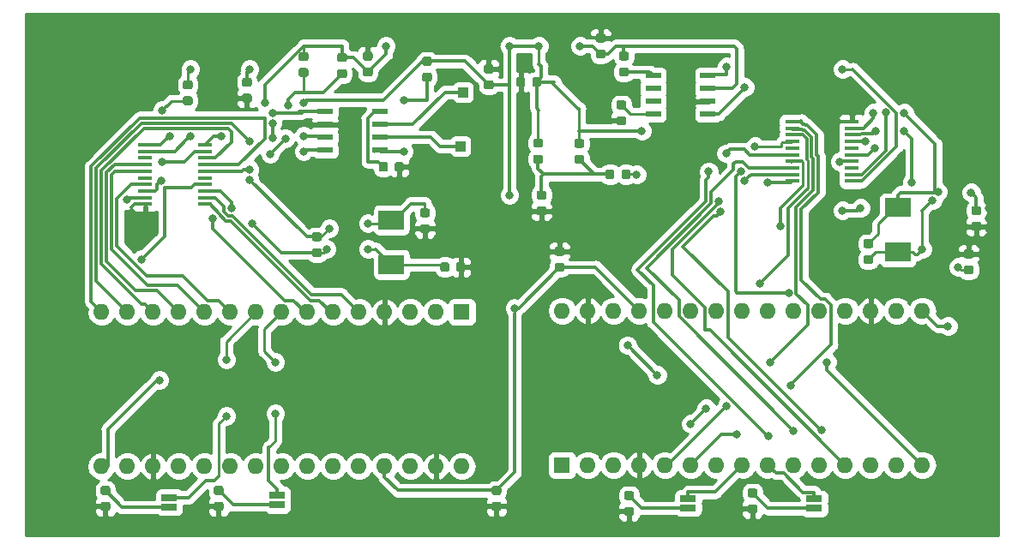
<source format=gbr>
G04 #@! TF.GenerationSoftware,KiCad,Pcbnew,(5.0.1)-3*
G04 #@! TF.CreationDate,2018-11-04T20:32:57-06:00*
G04 #@! TF.ProjectId,ProofOfConceptBoardV1,50726F6F664F66436F6E63657074426F,rev?*
G04 #@! TF.SameCoordinates,Original*
G04 #@! TF.FileFunction,Copper,L1,Top,Signal*
G04 #@! TF.FilePolarity,Positive*
%FSLAX46Y46*%
G04 Gerber Fmt 4.6, Leading zero omitted, Abs format (unit mm)*
G04 Created by KiCad (PCBNEW (5.0.1)-3) date 11/4/2018 8:32:57 PM*
%MOMM*%
%LPD*%
G01*
G04 APERTURE LIST*
G04 #@! TA.AperFunction,SMDPad,CuDef*
%ADD10R,2.500000X1.900000*%
G04 #@! TD*
G04 #@! TA.AperFunction,Conductor*
%ADD11C,0.100000*%
G04 #@! TD*
G04 #@! TA.AperFunction,SMDPad,CuDef*
%ADD12C,0.875000*%
G04 #@! TD*
G04 #@! TA.AperFunction,SMDPad,CuDef*
%ADD13R,1.450000X0.450000*%
G04 #@! TD*
G04 #@! TA.AperFunction,ComponentPad*
%ADD14R,1.600000X1.600000*%
G04 #@! TD*
G04 #@! TA.AperFunction,ComponentPad*
%ADD15O,1.600000X1.600000*%
G04 #@! TD*
G04 #@! TA.AperFunction,SMDPad,CuDef*
%ADD16R,1.550000X0.600000*%
G04 #@! TD*
G04 #@! TA.AperFunction,SMDPad,CuDef*
%ADD17R,1.600000X0.650000*%
G04 #@! TD*
G04 #@! TA.AperFunction,ComponentPad*
%ADD18R,1.000000X1.000000*%
G04 #@! TD*
G04 #@! TA.AperFunction,ViaPad*
%ADD19C,0.800000*%
G04 #@! TD*
G04 #@! TA.AperFunction,Conductor*
%ADD20C,0.304800*%
G04 #@! TD*
G04 #@! TA.AperFunction,Conductor*
%ADD21C,0.250000*%
G04 #@! TD*
G04 #@! TA.AperFunction,Conductor*
%ADD22C,0.254000*%
G04 #@! TD*
G04 APERTURE END LIST*
D10*
G04 #@! TO.P,Crystal1,2*
G04 #@! TO.N,OSC2*
X164699951Y-80324851D03*
G04 #@! TO.P,Crystal1,1*
G04 #@! TO.N,OSC1*
X164699951Y-75924851D03*
G04 #@! TD*
D11*
G04 #@! TO.N,+5V*
G04 #@! TO.C,D6*
G36*
X106322691Y-60549053D02*
X106343926Y-60552203D01*
X106364750Y-60557419D01*
X106384962Y-60564651D01*
X106404368Y-60573830D01*
X106422781Y-60584866D01*
X106440024Y-60597654D01*
X106455930Y-60612070D01*
X106470346Y-60627976D01*
X106483134Y-60645219D01*
X106494170Y-60663632D01*
X106503349Y-60683038D01*
X106510581Y-60703250D01*
X106515797Y-60724074D01*
X106518947Y-60745309D01*
X106520000Y-60766750D01*
X106520000Y-61204250D01*
X106518947Y-61225691D01*
X106515797Y-61246926D01*
X106510581Y-61267750D01*
X106503349Y-61287962D01*
X106494170Y-61307368D01*
X106483134Y-61325781D01*
X106470346Y-61343024D01*
X106455930Y-61358930D01*
X106440024Y-61373346D01*
X106422781Y-61386134D01*
X106404368Y-61397170D01*
X106384962Y-61406349D01*
X106364750Y-61413581D01*
X106343926Y-61418797D01*
X106322691Y-61421947D01*
X106301250Y-61423000D01*
X105788750Y-61423000D01*
X105767309Y-61421947D01*
X105746074Y-61418797D01*
X105725250Y-61413581D01*
X105705038Y-61406349D01*
X105685632Y-61397170D01*
X105667219Y-61386134D01*
X105649976Y-61373346D01*
X105634070Y-61358930D01*
X105619654Y-61343024D01*
X105606866Y-61325781D01*
X105595830Y-61307368D01*
X105586651Y-61287962D01*
X105579419Y-61267750D01*
X105574203Y-61246926D01*
X105571053Y-61225691D01*
X105570000Y-61204250D01*
X105570000Y-60766750D01*
X105571053Y-60745309D01*
X105574203Y-60724074D01*
X105579419Y-60703250D01*
X105586651Y-60683038D01*
X105595830Y-60663632D01*
X105606866Y-60645219D01*
X105619654Y-60627976D01*
X105634070Y-60612070D01*
X105649976Y-60597654D01*
X105667219Y-60584866D01*
X105685632Y-60573830D01*
X105705038Y-60564651D01*
X105725250Y-60557419D01*
X105746074Y-60552203D01*
X105767309Y-60549053D01*
X105788750Y-60548000D01*
X106301250Y-60548000D01*
X106322691Y-60549053D01*
X106322691Y-60549053D01*
G37*
D12*
G04 #@! TD*
G04 #@! TO.P,D6,2*
G04 #@! TO.N,+5V*
X106045000Y-60985500D03*
D11*
G04 #@! TO.N,Net-(C7-Pad1)*
G04 #@! TO.C,D6*
G36*
X106322691Y-62124053D02*
X106343926Y-62127203D01*
X106364750Y-62132419D01*
X106384962Y-62139651D01*
X106404368Y-62148830D01*
X106422781Y-62159866D01*
X106440024Y-62172654D01*
X106455930Y-62187070D01*
X106470346Y-62202976D01*
X106483134Y-62220219D01*
X106494170Y-62238632D01*
X106503349Y-62258038D01*
X106510581Y-62278250D01*
X106515797Y-62299074D01*
X106518947Y-62320309D01*
X106520000Y-62341750D01*
X106520000Y-62779250D01*
X106518947Y-62800691D01*
X106515797Y-62821926D01*
X106510581Y-62842750D01*
X106503349Y-62862962D01*
X106494170Y-62882368D01*
X106483134Y-62900781D01*
X106470346Y-62918024D01*
X106455930Y-62933930D01*
X106440024Y-62948346D01*
X106422781Y-62961134D01*
X106404368Y-62972170D01*
X106384962Y-62981349D01*
X106364750Y-62988581D01*
X106343926Y-62993797D01*
X106322691Y-62996947D01*
X106301250Y-62998000D01*
X105788750Y-62998000D01*
X105767309Y-62996947D01*
X105746074Y-62993797D01*
X105725250Y-62988581D01*
X105705038Y-62981349D01*
X105685632Y-62972170D01*
X105667219Y-62961134D01*
X105649976Y-62948346D01*
X105634070Y-62933930D01*
X105619654Y-62918024D01*
X105606866Y-62900781D01*
X105595830Y-62882368D01*
X105586651Y-62862962D01*
X105579419Y-62842750D01*
X105574203Y-62821926D01*
X105571053Y-62800691D01*
X105570000Y-62779250D01*
X105570000Y-62341750D01*
X105571053Y-62320309D01*
X105574203Y-62299074D01*
X105579419Y-62278250D01*
X105586651Y-62258038D01*
X105595830Y-62238632D01*
X105606866Y-62220219D01*
X105619654Y-62202976D01*
X105634070Y-62187070D01*
X105649976Y-62172654D01*
X105667219Y-62159866D01*
X105685632Y-62148830D01*
X105705038Y-62139651D01*
X105725250Y-62132419D01*
X105746074Y-62127203D01*
X105767309Y-62124053D01*
X105788750Y-62123000D01*
X106301250Y-62123000D01*
X106322691Y-62124053D01*
X106322691Y-62124053D01*
G37*
D12*
G04 #@! TD*
G04 #@! TO.P,D6,1*
G04 #@! TO.N,Net-(C7-Pad1)*
X106045000Y-62560500D03*
D11*
G04 #@! TO.N,Net-(C7-Pad1)*
G04 #@! TO.C,R10*
G36*
X110132691Y-62226053D02*
X110153926Y-62229203D01*
X110174750Y-62234419D01*
X110194962Y-62241651D01*
X110214368Y-62250830D01*
X110232781Y-62261866D01*
X110250024Y-62274654D01*
X110265930Y-62289070D01*
X110280346Y-62304976D01*
X110293134Y-62322219D01*
X110304170Y-62340632D01*
X110313349Y-62360038D01*
X110320581Y-62380250D01*
X110325797Y-62401074D01*
X110328947Y-62422309D01*
X110330000Y-62443750D01*
X110330000Y-62881250D01*
X110328947Y-62902691D01*
X110325797Y-62923926D01*
X110320581Y-62944750D01*
X110313349Y-62964962D01*
X110304170Y-62984368D01*
X110293134Y-63002781D01*
X110280346Y-63020024D01*
X110265930Y-63035930D01*
X110250024Y-63050346D01*
X110232781Y-63063134D01*
X110214368Y-63074170D01*
X110194962Y-63083349D01*
X110174750Y-63090581D01*
X110153926Y-63095797D01*
X110132691Y-63098947D01*
X110111250Y-63100000D01*
X109598750Y-63100000D01*
X109577309Y-63098947D01*
X109556074Y-63095797D01*
X109535250Y-63090581D01*
X109515038Y-63083349D01*
X109495632Y-63074170D01*
X109477219Y-63063134D01*
X109459976Y-63050346D01*
X109444070Y-63035930D01*
X109429654Y-63020024D01*
X109416866Y-63002781D01*
X109405830Y-62984368D01*
X109396651Y-62964962D01*
X109389419Y-62944750D01*
X109384203Y-62923926D01*
X109381053Y-62902691D01*
X109380000Y-62881250D01*
X109380000Y-62443750D01*
X109381053Y-62422309D01*
X109384203Y-62401074D01*
X109389419Y-62380250D01*
X109396651Y-62360038D01*
X109405830Y-62340632D01*
X109416866Y-62322219D01*
X109429654Y-62304976D01*
X109444070Y-62289070D01*
X109459976Y-62274654D01*
X109477219Y-62261866D01*
X109495632Y-62250830D01*
X109515038Y-62241651D01*
X109535250Y-62234419D01*
X109556074Y-62229203D01*
X109577309Y-62226053D01*
X109598750Y-62225000D01*
X110111250Y-62225000D01*
X110132691Y-62226053D01*
X110132691Y-62226053D01*
G37*
D12*
G04 #@! TD*
G04 #@! TO.P,R10,2*
G04 #@! TO.N,Net-(C7-Pad1)*
X109855000Y-62662500D03*
D11*
G04 #@! TO.N,+5V*
G04 #@! TO.C,R10*
G36*
X110132691Y-60651053D02*
X110153926Y-60654203D01*
X110174750Y-60659419D01*
X110194962Y-60666651D01*
X110214368Y-60675830D01*
X110232781Y-60686866D01*
X110250024Y-60699654D01*
X110265930Y-60714070D01*
X110280346Y-60729976D01*
X110293134Y-60747219D01*
X110304170Y-60765632D01*
X110313349Y-60785038D01*
X110320581Y-60805250D01*
X110325797Y-60826074D01*
X110328947Y-60847309D01*
X110330000Y-60868750D01*
X110330000Y-61306250D01*
X110328947Y-61327691D01*
X110325797Y-61348926D01*
X110320581Y-61369750D01*
X110313349Y-61389962D01*
X110304170Y-61409368D01*
X110293134Y-61427781D01*
X110280346Y-61445024D01*
X110265930Y-61460930D01*
X110250024Y-61475346D01*
X110232781Y-61488134D01*
X110214368Y-61499170D01*
X110194962Y-61508349D01*
X110174750Y-61515581D01*
X110153926Y-61520797D01*
X110132691Y-61523947D01*
X110111250Y-61525000D01*
X109598750Y-61525000D01*
X109577309Y-61523947D01*
X109556074Y-61520797D01*
X109535250Y-61515581D01*
X109515038Y-61508349D01*
X109495632Y-61499170D01*
X109477219Y-61488134D01*
X109459976Y-61475346D01*
X109444070Y-61460930D01*
X109429654Y-61445024D01*
X109416866Y-61427781D01*
X109405830Y-61409368D01*
X109396651Y-61389962D01*
X109389419Y-61369750D01*
X109384203Y-61348926D01*
X109381053Y-61327691D01*
X109380000Y-61306250D01*
X109380000Y-60868750D01*
X109381053Y-60847309D01*
X109384203Y-60826074D01*
X109389419Y-60805250D01*
X109396651Y-60785038D01*
X109405830Y-60765632D01*
X109416866Y-60747219D01*
X109429654Y-60729976D01*
X109444070Y-60714070D01*
X109459976Y-60699654D01*
X109477219Y-60686866D01*
X109495632Y-60675830D01*
X109515038Y-60666651D01*
X109535250Y-60659419D01*
X109556074Y-60654203D01*
X109577309Y-60651053D01*
X109598750Y-60650000D01*
X110111250Y-60650000D01*
X110132691Y-60651053D01*
X110132691Y-60651053D01*
G37*
D12*
G04 #@! TD*
G04 #@! TO.P,R10,1*
G04 #@! TO.N,+5V*
X109855000Y-61087500D03*
D13*
G04 #@! TO.P,U1,20*
G04 #@! TO.N,+5V*
X154276000Y-73283000D03*
G04 #@! TO.P,U1,19*
G04 #@! TO.N,Net-(R7-Pad1)*
X154276000Y-72633000D03*
G04 #@! TO.P,U1,18*
G04 #@! TO.N,SS*
X154276000Y-71983000D03*
G04 #@! TO.P,U1,17*
G04 #@! TO.N,MISO*
X154276000Y-71333000D03*
G04 #@! TO.P,U1,16*
G04 #@! TO.N,MOSI*
X154276000Y-70683000D03*
G04 #@! TO.P,U1,15*
G04 #@! TO.N,Net-(U1-Pad15)*
X154276000Y-70033000D03*
G04 #@! TO.P,U1,14*
G04 #@! TO.N,SCK*
X154276000Y-69383000D03*
G04 #@! TO.P,U1,13*
G04 #@! TO.N,INTMCP*
X154276000Y-68733000D03*
G04 #@! TO.P,U1,12*
G04 #@! TO.N,INT0*
X154276000Y-68083000D03*
G04 #@! TO.P,U1,11*
G04 #@! TO.N,INT1*
X154276000Y-67433000D03*
G04 #@! TO.P,U1,10*
G04 #@! TO.N,GNDREF*
X160176000Y-67433000D03*
G04 #@! TO.P,U1,9*
G04 #@! TO.N,OSC1*
X160176000Y-68083000D03*
G04 #@! TO.P,U1,8*
G04 #@! TO.N,OSC2*
X160176000Y-68733000D03*
G04 #@! TO.P,U1,7*
G04 #@! TO.N,TBUF0*
X160176000Y-69383000D03*
G04 #@! TO.P,U1,6*
G04 #@! TO.N,Net-(U1-Pad6)*
X160176000Y-70033000D03*
G04 #@! TO.P,U1,5*
G04 #@! TO.N,TBUF1*
X160176000Y-70683000D03*
G04 #@! TO.P,U1,4*
G04 #@! TO.N,TBUF2*
X160176000Y-71333000D03*
G04 #@! TO.P,U1,3*
G04 #@! TO.N,Net-(U1-Pad3)*
X160176000Y-71983000D03*
G04 #@! TO.P,U1,2*
G04 #@! TO.N,CANRX*
X160176000Y-72633000D03*
G04 #@! TO.P,U1,1*
G04 #@! TO.N,CANTX*
X160176000Y-73283000D03*
G04 #@! TD*
D11*
G04 #@! TO.N,OSC1_2*
G04 #@! TO.C,R6*
G36*
X107638691Y-79939053D02*
X107659926Y-79942203D01*
X107680750Y-79947419D01*
X107700962Y-79954651D01*
X107720368Y-79963830D01*
X107738781Y-79974866D01*
X107756024Y-79987654D01*
X107771930Y-80002070D01*
X107786346Y-80017976D01*
X107799134Y-80035219D01*
X107810170Y-80053632D01*
X107819349Y-80073038D01*
X107826581Y-80093250D01*
X107831797Y-80114074D01*
X107834947Y-80135309D01*
X107836000Y-80156750D01*
X107836000Y-80594250D01*
X107834947Y-80615691D01*
X107831797Y-80636926D01*
X107826581Y-80657750D01*
X107819349Y-80677962D01*
X107810170Y-80697368D01*
X107799134Y-80715781D01*
X107786346Y-80733024D01*
X107771930Y-80748930D01*
X107756024Y-80763346D01*
X107738781Y-80776134D01*
X107720368Y-80787170D01*
X107700962Y-80796349D01*
X107680750Y-80803581D01*
X107659926Y-80808797D01*
X107638691Y-80811947D01*
X107617250Y-80813000D01*
X107104750Y-80813000D01*
X107083309Y-80811947D01*
X107062074Y-80808797D01*
X107041250Y-80803581D01*
X107021038Y-80796349D01*
X107001632Y-80787170D01*
X106983219Y-80776134D01*
X106965976Y-80763346D01*
X106950070Y-80748930D01*
X106935654Y-80733024D01*
X106922866Y-80715781D01*
X106911830Y-80697368D01*
X106902651Y-80677962D01*
X106895419Y-80657750D01*
X106890203Y-80636926D01*
X106887053Y-80615691D01*
X106886000Y-80594250D01*
X106886000Y-80156750D01*
X106887053Y-80135309D01*
X106890203Y-80114074D01*
X106895419Y-80093250D01*
X106902651Y-80073038D01*
X106911830Y-80053632D01*
X106922866Y-80035219D01*
X106935654Y-80017976D01*
X106950070Y-80002070D01*
X106965976Y-79987654D01*
X106983219Y-79974866D01*
X107001632Y-79963830D01*
X107021038Y-79954651D01*
X107041250Y-79947419D01*
X107062074Y-79942203D01*
X107083309Y-79939053D01*
X107104750Y-79938000D01*
X107617250Y-79938000D01*
X107638691Y-79939053D01*
X107638691Y-79939053D01*
G37*
D12*
G04 #@! TD*
G04 #@! TO.P,R6,1*
G04 #@! TO.N,OSC1_2*
X107361000Y-80375500D03*
D11*
G04 #@! TO.N,OSC2_2*
G04 #@! TO.C,R6*
G36*
X107638691Y-78364053D02*
X107659926Y-78367203D01*
X107680750Y-78372419D01*
X107700962Y-78379651D01*
X107720368Y-78388830D01*
X107738781Y-78399866D01*
X107756024Y-78412654D01*
X107771930Y-78427070D01*
X107786346Y-78442976D01*
X107799134Y-78460219D01*
X107810170Y-78478632D01*
X107819349Y-78498038D01*
X107826581Y-78518250D01*
X107831797Y-78539074D01*
X107834947Y-78560309D01*
X107836000Y-78581750D01*
X107836000Y-79019250D01*
X107834947Y-79040691D01*
X107831797Y-79061926D01*
X107826581Y-79082750D01*
X107819349Y-79102962D01*
X107810170Y-79122368D01*
X107799134Y-79140781D01*
X107786346Y-79158024D01*
X107771930Y-79173930D01*
X107756024Y-79188346D01*
X107738781Y-79201134D01*
X107720368Y-79212170D01*
X107700962Y-79221349D01*
X107680750Y-79228581D01*
X107659926Y-79233797D01*
X107638691Y-79236947D01*
X107617250Y-79238000D01*
X107104750Y-79238000D01*
X107083309Y-79236947D01*
X107062074Y-79233797D01*
X107041250Y-79228581D01*
X107021038Y-79221349D01*
X107001632Y-79212170D01*
X106983219Y-79201134D01*
X106965976Y-79188346D01*
X106950070Y-79173930D01*
X106935654Y-79158024D01*
X106922866Y-79140781D01*
X106911830Y-79122368D01*
X106902651Y-79102962D01*
X106895419Y-79082750D01*
X106890203Y-79061926D01*
X106887053Y-79040691D01*
X106886000Y-79019250D01*
X106886000Y-78581750D01*
X106887053Y-78560309D01*
X106890203Y-78539074D01*
X106895419Y-78518250D01*
X106902651Y-78498038D01*
X106911830Y-78478632D01*
X106922866Y-78460219D01*
X106935654Y-78442976D01*
X106950070Y-78427070D01*
X106965976Y-78412654D01*
X106983219Y-78399866D01*
X107001632Y-78388830D01*
X107021038Y-78379651D01*
X107041250Y-78372419D01*
X107062074Y-78367203D01*
X107083309Y-78364053D01*
X107104750Y-78363000D01*
X107617250Y-78363000D01*
X107638691Y-78364053D01*
X107638691Y-78364053D01*
G37*
D12*
G04 #@! TD*
G04 #@! TO.P,R6,2*
G04 #@! TO.N,OSC2_2*
X107361000Y-78800500D03*
D14*
G04 #@! TO.P,A1,1*
G04 #@! TO.N,Net-(A1-Pad1)*
X121666000Y-86233000D03*
D15*
G04 #@! TO.P,A1,17*
G04 #@! TO.N,Net-(A1-Pad17)*
X88646000Y-101473000D03*
G04 #@! TO.P,A1,2*
G04 #@! TO.N,Net-(A1-Pad2)*
X119126000Y-86233000D03*
G04 #@! TO.P,A1,18*
G04 #@! TO.N,GNDREF*
X91186000Y-101473000D03*
G04 #@! TO.P,A1,3*
G04 #@! TO.N,Net-(A1-Pad3)*
X116586000Y-86233000D03*
G04 #@! TO.P,A1,19*
G04 #@! TO.N,Net-(A1-Pad19)*
X93726000Y-101473000D03*
G04 #@! TO.P,A1,4*
G04 #@! TO.N,GNDREF*
X114046000Y-86233000D03*
G04 #@! TO.P,A1,20*
G04 #@! TO.N,Net-(A1-Pad20)*
X96266000Y-101473000D03*
G04 #@! TO.P,A1,5*
G04 #@! TO.N,INT0_2*
X111506000Y-86233000D03*
G04 #@! TO.P,A1,21*
G04 #@! TO.N,Net-(A1-Pad21)*
X98806000Y-101473000D03*
G04 #@! TO.P,A1,6*
G04 #@! TO.N,INT1_2*
X108966000Y-86233000D03*
G04 #@! TO.P,A1,22*
G04 #@! TO.N,Net-(A1-Pad22)*
X101346000Y-101473000D03*
G04 #@! TO.P,A1,7*
G04 #@! TO.N,INTMCP_2*
X106426000Y-86233000D03*
G04 #@! TO.P,A1,23*
G04 #@! TO.N,Net-(A1-Pad23)*
X103886000Y-101473000D03*
G04 #@! TO.P,A1,8*
G04 #@! TO.N,Net-(A1-Pad8)*
X103886000Y-86233000D03*
G04 #@! TO.P,A1,24*
G04 #@! TO.N,Net-(A1-Pad24)*
X106426000Y-101473000D03*
G04 #@! TO.P,A1,9*
G04 #@! TO.N,Net-(A1-Pad9)*
X101346000Y-86233000D03*
G04 #@! TO.P,A1,25*
G04 #@! TO.N,Net-(A1-Pad25)*
X108966000Y-101473000D03*
G04 #@! TO.P,A1,10*
G04 #@! TO.N,TBUF0_2*
X98806000Y-86233000D03*
G04 #@! TO.P,A1,26*
G04 #@! TO.N,Net-(A1-Pad26)*
X111506000Y-101473000D03*
G04 #@! TO.P,A1,11*
G04 #@! TO.N,TBUF1_2*
X96266000Y-86233000D03*
G04 #@! TO.P,A1,27*
G04 #@! TO.N,+5V*
X114046000Y-101473000D03*
G04 #@! TO.P,A1,12*
G04 #@! TO.N,TBUF2_2*
X93726000Y-86233000D03*
G04 #@! TO.P,A1,28*
G04 #@! TO.N,Net-(A1-Pad28)*
X116586000Y-101473000D03*
G04 #@! TO.P,A1,13*
G04 #@! TO.N,SS_2*
X91186000Y-86233000D03*
G04 #@! TO.P,A1,29*
G04 #@! TO.N,GNDREF*
X119126000Y-101473000D03*
G04 #@! TO.P,A1,14*
G04 #@! TO.N,MOSI_2*
X88646000Y-86233000D03*
G04 #@! TO.P,A1,30*
G04 #@! TO.N,VCC*
X121666000Y-101473000D03*
G04 #@! TO.P,A1,15*
G04 #@! TO.N,MISO_2*
X86106000Y-86233000D03*
G04 #@! TO.P,A1,16*
G04 #@! TO.N,SCK_2*
X86106000Y-101473000D03*
G04 #@! TD*
G04 #@! TO.P,A2,16*
G04 #@! TO.N,SCK*
X167132000Y-86106000D03*
G04 #@! TO.P,A2,15*
G04 #@! TO.N,MISO*
X167132000Y-101346000D03*
G04 #@! TO.P,A2,30*
G04 #@! TO.N,VCC*
X131572000Y-86106000D03*
G04 #@! TO.P,A2,14*
G04 #@! TO.N,MOSI*
X164592000Y-101346000D03*
G04 #@! TO.P,A2,29*
G04 #@! TO.N,GNDREF*
X134112000Y-86106000D03*
G04 #@! TO.P,A2,13*
G04 #@! TO.N,SS*
X162052000Y-101346000D03*
G04 #@! TO.P,A2,28*
G04 #@! TO.N,Net-(A2-Pad28)*
X136652000Y-86106000D03*
G04 #@! TO.P,A2,12*
G04 #@! TO.N,TBUF2*
X159512000Y-101346000D03*
G04 #@! TO.P,A2,27*
G04 #@! TO.N,+5V*
X139192000Y-86106000D03*
G04 #@! TO.P,A2,11*
G04 #@! TO.N,TBUF1*
X156972000Y-101346000D03*
G04 #@! TO.P,A2,26*
G04 #@! TO.N,Net-(A2-Pad26)*
X141732000Y-86106000D03*
G04 #@! TO.P,A2,10*
G04 #@! TO.N,TBUF0*
X154432000Y-101346000D03*
G04 #@! TO.P,A2,25*
G04 #@! TO.N,Net-(A2-Pad25)*
X144272000Y-86106000D03*
G04 #@! TO.P,A2,9*
G04 #@! TO.N,Net-(A2-Pad9)*
X151892000Y-101346000D03*
G04 #@! TO.P,A2,24*
G04 #@! TO.N,Net-(A2-Pad24)*
X146812000Y-86106000D03*
G04 #@! TO.P,A2,8*
G04 #@! TO.N,Net-(A2-Pad8)*
X149352000Y-101346000D03*
G04 #@! TO.P,A2,23*
G04 #@! TO.N,Net-(A2-Pad23)*
X149352000Y-86106000D03*
G04 #@! TO.P,A2,7*
G04 #@! TO.N,INTMCP*
X146812000Y-101346000D03*
G04 #@! TO.P,A2,22*
G04 #@! TO.N,Net-(A2-Pad22)*
X151892000Y-86106000D03*
G04 #@! TO.P,A2,6*
G04 #@! TO.N,INT1*
X144272000Y-101346000D03*
G04 #@! TO.P,A2,21*
G04 #@! TO.N,Net-(A2-Pad21)*
X154432000Y-86106000D03*
G04 #@! TO.P,A2,5*
G04 #@! TO.N,INT0*
X141732000Y-101346000D03*
G04 #@! TO.P,A2,20*
G04 #@! TO.N,Net-(A2-Pad20)*
X156972000Y-86106000D03*
G04 #@! TO.P,A2,4*
G04 #@! TO.N,GNDREF*
X139192000Y-101346000D03*
G04 #@! TO.P,A2,19*
G04 #@! TO.N,Net-(A2-Pad19)*
X159512000Y-86106000D03*
G04 #@! TO.P,A2,3*
G04 #@! TO.N,Net-(A2-Pad3)*
X136652000Y-101346000D03*
G04 #@! TO.P,A2,18*
G04 #@! TO.N,GNDREF*
X162052000Y-86106000D03*
G04 #@! TO.P,A2,2*
G04 #@! TO.N,Net-(A2-Pad2)*
X134112000Y-101346000D03*
G04 #@! TO.P,A2,17*
G04 #@! TO.N,Net-(A2-Pad17)*
X164592000Y-86106000D03*
D14*
G04 #@! TO.P,A2,1*
G04 #@! TO.N,Net-(A2-Pad1)*
X131572000Y-101346000D03*
G04 #@! TD*
D16*
G04 #@! TO.P,A3,1*
G04 #@! TO.N,CANTX*
X145956000Y-66675000D03*
G04 #@! TO.P,A3,2*
G04 #@! TO.N,GNDREF*
X145956000Y-65405000D03*
G04 #@! TO.P,A3,3*
G04 #@! TO.N,+5V*
X145956000Y-64135000D03*
G04 #@! TO.P,A3,4*
G04 #@! TO.N,CANRX*
X145956000Y-62865000D03*
G04 #@! TO.P,A3,5*
G04 #@! TO.N,Net-(A3-Pad5)*
X140556000Y-62865000D03*
G04 #@! TO.P,A3,6*
G04 #@! TO.N,Net-(A3-Pad6)*
X140556000Y-64135000D03*
G04 #@! TO.P,A3,7*
G04 #@! TO.N,Net-(A3-Pad7)*
X140556000Y-65405000D03*
G04 #@! TO.P,A3,8*
G04 #@! TO.N,Net-(A3-Pad8)*
X140556000Y-66675000D03*
G04 #@! TD*
G04 #@! TO.P,A4,8*
G04 #@! TO.N,Net-(A4-Pad8)*
X113571000Y-66421000D03*
G04 #@! TO.P,A4,7*
G04 #@! TO.N,Net-(A4-Pad7)*
X113571000Y-67691000D03*
G04 #@! TO.P,A4,6*
G04 #@! TO.N,Net-(A4-Pad6)*
X113571000Y-68961000D03*
G04 #@! TO.P,A4,5*
G04 #@! TO.N,Net-(A4-Pad5)*
X113571000Y-70231000D03*
G04 #@! TO.P,A4,4*
G04 #@! TO.N,CANRX_2*
X108171000Y-70231000D03*
G04 #@! TO.P,A4,3*
G04 #@! TO.N,+5V*
X108171000Y-68961000D03*
G04 #@! TO.P,A4,2*
G04 #@! TO.N,GNDREF*
X108171000Y-67691000D03*
G04 #@! TO.P,A4,1*
G04 #@! TO.N,CANTX_2*
X108171000Y-66421000D03*
G04 #@! TD*
D11*
G04 #@! TO.N,GNDREF*
G04 #@! TO.C,C2*
G36*
X172743691Y-77338553D02*
X172764926Y-77341703D01*
X172785750Y-77346919D01*
X172805962Y-77354151D01*
X172825368Y-77363330D01*
X172843781Y-77374366D01*
X172861024Y-77387154D01*
X172876930Y-77401570D01*
X172891346Y-77417476D01*
X172904134Y-77434719D01*
X172915170Y-77453132D01*
X172924349Y-77472538D01*
X172931581Y-77492750D01*
X172936797Y-77513574D01*
X172939947Y-77534809D01*
X172941000Y-77556250D01*
X172941000Y-77993750D01*
X172939947Y-78015191D01*
X172936797Y-78036426D01*
X172931581Y-78057250D01*
X172924349Y-78077462D01*
X172915170Y-78096868D01*
X172904134Y-78115281D01*
X172891346Y-78132524D01*
X172876930Y-78148430D01*
X172861024Y-78162846D01*
X172843781Y-78175634D01*
X172825368Y-78186670D01*
X172805962Y-78195849D01*
X172785750Y-78203081D01*
X172764926Y-78208297D01*
X172743691Y-78211447D01*
X172722250Y-78212500D01*
X172209750Y-78212500D01*
X172188309Y-78211447D01*
X172167074Y-78208297D01*
X172146250Y-78203081D01*
X172126038Y-78195849D01*
X172106632Y-78186670D01*
X172088219Y-78175634D01*
X172070976Y-78162846D01*
X172055070Y-78148430D01*
X172040654Y-78132524D01*
X172027866Y-78115281D01*
X172016830Y-78096868D01*
X172007651Y-78077462D01*
X172000419Y-78057250D01*
X171995203Y-78036426D01*
X171992053Y-78015191D01*
X171991000Y-77993750D01*
X171991000Y-77556250D01*
X171992053Y-77534809D01*
X171995203Y-77513574D01*
X172000419Y-77492750D01*
X172007651Y-77472538D01*
X172016830Y-77453132D01*
X172027866Y-77434719D01*
X172040654Y-77417476D01*
X172055070Y-77401570D01*
X172070976Y-77387154D01*
X172088219Y-77374366D01*
X172106632Y-77363330D01*
X172126038Y-77354151D01*
X172146250Y-77346919D01*
X172167074Y-77341703D01*
X172188309Y-77338553D01*
X172209750Y-77337500D01*
X172722250Y-77337500D01*
X172743691Y-77338553D01*
X172743691Y-77338553D01*
G37*
D12*
G04 #@! TD*
G04 #@! TO.P,C2,2*
G04 #@! TO.N,GNDREF*
X172466000Y-77775000D03*
D11*
G04 #@! TO.N,OSC1*
G04 #@! TO.C,C2*
G36*
X172743691Y-75763553D02*
X172764926Y-75766703D01*
X172785750Y-75771919D01*
X172805962Y-75779151D01*
X172825368Y-75788330D01*
X172843781Y-75799366D01*
X172861024Y-75812154D01*
X172876930Y-75826570D01*
X172891346Y-75842476D01*
X172904134Y-75859719D01*
X172915170Y-75878132D01*
X172924349Y-75897538D01*
X172931581Y-75917750D01*
X172936797Y-75938574D01*
X172939947Y-75959809D01*
X172941000Y-75981250D01*
X172941000Y-76418750D01*
X172939947Y-76440191D01*
X172936797Y-76461426D01*
X172931581Y-76482250D01*
X172924349Y-76502462D01*
X172915170Y-76521868D01*
X172904134Y-76540281D01*
X172891346Y-76557524D01*
X172876930Y-76573430D01*
X172861024Y-76587846D01*
X172843781Y-76600634D01*
X172825368Y-76611670D01*
X172805962Y-76620849D01*
X172785750Y-76628081D01*
X172764926Y-76633297D01*
X172743691Y-76636447D01*
X172722250Y-76637500D01*
X172209750Y-76637500D01*
X172188309Y-76636447D01*
X172167074Y-76633297D01*
X172146250Y-76628081D01*
X172126038Y-76620849D01*
X172106632Y-76611670D01*
X172088219Y-76600634D01*
X172070976Y-76587846D01*
X172055070Y-76573430D01*
X172040654Y-76557524D01*
X172027866Y-76540281D01*
X172016830Y-76521868D01*
X172007651Y-76502462D01*
X172000419Y-76482250D01*
X171995203Y-76461426D01*
X171992053Y-76440191D01*
X171991000Y-76418750D01*
X171991000Y-75981250D01*
X171992053Y-75959809D01*
X171995203Y-75938574D01*
X172000419Y-75917750D01*
X172007651Y-75897538D01*
X172016830Y-75878132D01*
X172027866Y-75859719D01*
X172040654Y-75842476D01*
X172055070Y-75826570D01*
X172070976Y-75812154D01*
X172088219Y-75799366D01*
X172106632Y-75788330D01*
X172126038Y-75779151D01*
X172146250Y-75771919D01*
X172167074Y-75766703D01*
X172188309Y-75763553D01*
X172209750Y-75762500D01*
X172722250Y-75762500D01*
X172743691Y-75763553D01*
X172743691Y-75763553D01*
G37*
D12*
G04 #@! TD*
G04 #@! TO.P,C2,1*
G04 #@! TO.N,OSC1*
X172466000Y-76200000D03*
D11*
G04 #@! TO.N,OSC1_2*
G04 #@! TO.C,C3*
G36*
X120229691Y-81314053D02*
X120250926Y-81317203D01*
X120271750Y-81322419D01*
X120291962Y-81329651D01*
X120311368Y-81338830D01*
X120329781Y-81349866D01*
X120347024Y-81362654D01*
X120362930Y-81377070D01*
X120377346Y-81392976D01*
X120390134Y-81410219D01*
X120401170Y-81428632D01*
X120410349Y-81448038D01*
X120417581Y-81468250D01*
X120422797Y-81489074D01*
X120425947Y-81510309D01*
X120427000Y-81531750D01*
X120427000Y-82044250D01*
X120425947Y-82065691D01*
X120422797Y-82086926D01*
X120417581Y-82107750D01*
X120410349Y-82127962D01*
X120401170Y-82147368D01*
X120390134Y-82165781D01*
X120377346Y-82183024D01*
X120362930Y-82198930D01*
X120347024Y-82213346D01*
X120329781Y-82226134D01*
X120311368Y-82237170D01*
X120291962Y-82246349D01*
X120271750Y-82253581D01*
X120250926Y-82258797D01*
X120229691Y-82261947D01*
X120208250Y-82263000D01*
X119770750Y-82263000D01*
X119749309Y-82261947D01*
X119728074Y-82258797D01*
X119707250Y-82253581D01*
X119687038Y-82246349D01*
X119667632Y-82237170D01*
X119649219Y-82226134D01*
X119631976Y-82213346D01*
X119616070Y-82198930D01*
X119601654Y-82183024D01*
X119588866Y-82165781D01*
X119577830Y-82147368D01*
X119568651Y-82127962D01*
X119561419Y-82107750D01*
X119556203Y-82086926D01*
X119553053Y-82065691D01*
X119552000Y-82044250D01*
X119552000Y-81531750D01*
X119553053Y-81510309D01*
X119556203Y-81489074D01*
X119561419Y-81468250D01*
X119568651Y-81448038D01*
X119577830Y-81428632D01*
X119588866Y-81410219D01*
X119601654Y-81392976D01*
X119616070Y-81377070D01*
X119631976Y-81362654D01*
X119649219Y-81349866D01*
X119667632Y-81338830D01*
X119687038Y-81329651D01*
X119707250Y-81322419D01*
X119728074Y-81317203D01*
X119749309Y-81314053D01*
X119770750Y-81313000D01*
X120208250Y-81313000D01*
X120229691Y-81314053D01*
X120229691Y-81314053D01*
G37*
D12*
G04 #@! TD*
G04 #@! TO.P,C3,1*
G04 #@! TO.N,OSC1_2*
X119989500Y-81788000D03*
D11*
G04 #@! TO.N,GNDREF*
G04 #@! TO.C,C3*
G36*
X121804691Y-81314053D02*
X121825926Y-81317203D01*
X121846750Y-81322419D01*
X121866962Y-81329651D01*
X121886368Y-81338830D01*
X121904781Y-81349866D01*
X121922024Y-81362654D01*
X121937930Y-81377070D01*
X121952346Y-81392976D01*
X121965134Y-81410219D01*
X121976170Y-81428632D01*
X121985349Y-81448038D01*
X121992581Y-81468250D01*
X121997797Y-81489074D01*
X122000947Y-81510309D01*
X122002000Y-81531750D01*
X122002000Y-82044250D01*
X122000947Y-82065691D01*
X121997797Y-82086926D01*
X121992581Y-82107750D01*
X121985349Y-82127962D01*
X121976170Y-82147368D01*
X121965134Y-82165781D01*
X121952346Y-82183024D01*
X121937930Y-82198930D01*
X121922024Y-82213346D01*
X121904781Y-82226134D01*
X121886368Y-82237170D01*
X121866962Y-82246349D01*
X121846750Y-82253581D01*
X121825926Y-82258797D01*
X121804691Y-82261947D01*
X121783250Y-82263000D01*
X121345750Y-82263000D01*
X121324309Y-82261947D01*
X121303074Y-82258797D01*
X121282250Y-82253581D01*
X121262038Y-82246349D01*
X121242632Y-82237170D01*
X121224219Y-82226134D01*
X121206976Y-82213346D01*
X121191070Y-82198930D01*
X121176654Y-82183024D01*
X121163866Y-82165781D01*
X121152830Y-82147368D01*
X121143651Y-82127962D01*
X121136419Y-82107750D01*
X121131203Y-82086926D01*
X121128053Y-82065691D01*
X121127000Y-82044250D01*
X121127000Y-81531750D01*
X121128053Y-81510309D01*
X121131203Y-81489074D01*
X121136419Y-81468250D01*
X121143651Y-81448038D01*
X121152830Y-81428632D01*
X121163866Y-81410219D01*
X121176654Y-81392976D01*
X121191070Y-81377070D01*
X121206976Y-81362654D01*
X121224219Y-81349866D01*
X121242632Y-81338830D01*
X121262038Y-81329651D01*
X121282250Y-81322419D01*
X121303074Y-81317203D01*
X121324309Y-81314053D01*
X121345750Y-81313000D01*
X121783250Y-81313000D01*
X121804691Y-81314053D01*
X121804691Y-81314053D01*
G37*
D12*
G04 #@! TD*
G04 #@! TO.P,C3,2*
G04 #@! TO.N,GNDREF*
X121564500Y-81788000D03*
D11*
G04 #@! TO.N,OSC2*
G04 #@! TO.C,C4*
G36*
X171981691Y-81631053D02*
X172002926Y-81634203D01*
X172023750Y-81639419D01*
X172043962Y-81646651D01*
X172063368Y-81655830D01*
X172081781Y-81666866D01*
X172099024Y-81679654D01*
X172114930Y-81694070D01*
X172129346Y-81709976D01*
X172142134Y-81727219D01*
X172153170Y-81745632D01*
X172162349Y-81765038D01*
X172169581Y-81785250D01*
X172174797Y-81806074D01*
X172177947Y-81827309D01*
X172179000Y-81848750D01*
X172179000Y-82286250D01*
X172177947Y-82307691D01*
X172174797Y-82328926D01*
X172169581Y-82349750D01*
X172162349Y-82369962D01*
X172153170Y-82389368D01*
X172142134Y-82407781D01*
X172129346Y-82425024D01*
X172114930Y-82440930D01*
X172099024Y-82455346D01*
X172081781Y-82468134D01*
X172063368Y-82479170D01*
X172043962Y-82488349D01*
X172023750Y-82495581D01*
X172002926Y-82500797D01*
X171981691Y-82503947D01*
X171960250Y-82505000D01*
X171447750Y-82505000D01*
X171426309Y-82503947D01*
X171405074Y-82500797D01*
X171384250Y-82495581D01*
X171364038Y-82488349D01*
X171344632Y-82479170D01*
X171326219Y-82468134D01*
X171308976Y-82455346D01*
X171293070Y-82440930D01*
X171278654Y-82425024D01*
X171265866Y-82407781D01*
X171254830Y-82389368D01*
X171245651Y-82369962D01*
X171238419Y-82349750D01*
X171233203Y-82328926D01*
X171230053Y-82307691D01*
X171229000Y-82286250D01*
X171229000Y-81848750D01*
X171230053Y-81827309D01*
X171233203Y-81806074D01*
X171238419Y-81785250D01*
X171245651Y-81765038D01*
X171254830Y-81745632D01*
X171265866Y-81727219D01*
X171278654Y-81709976D01*
X171293070Y-81694070D01*
X171308976Y-81679654D01*
X171326219Y-81666866D01*
X171344632Y-81655830D01*
X171364038Y-81646651D01*
X171384250Y-81639419D01*
X171405074Y-81634203D01*
X171426309Y-81631053D01*
X171447750Y-81630000D01*
X171960250Y-81630000D01*
X171981691Y-81631053D01*
X171981691Y-81631053D01*
G37*
D12*
G04 #@! TD*
G04 #@! TO.P,C4,1*
G04 #@! TO.N,OSC2*
X171704000Y-82067500D03*
D11*
G04 #@! TO.N,GNDREF*
G04 #@! TO.C,C4*
G36*
X171981691Y-80056053D02*
X172002926Y-80059203D01*
X172023750Y-80064419D01*
X172043962Y-80071651D01*
X172063368Y-80080830D01*
X172081781Y-80091866D01*
X172099024Y-80104654D01*
X172114930Y-80119070D01*
X172129346Y-80134976D01*
X172142134Y-80152219D01*
X172153170Y-80170632D01*
X172162349Y-80190038D01*
X172169581Y-80210250D01*
X172174797Y-80231074D01*
X172177947Y-80252309D01*
X172179000Y-80273750D01*
X172179000Y-80711250D01*
X172177947Y-80732691D01*
X172174797Y-80753926D01*
X172169581Y-80774750D01*
X172162349Y-80794962D01*
X172153170Y-80814368D01*
X172142134Y-80832781D01*
X172129346Y-80850024D01*
X172114930Y-80865930D01*
X172099024Y-80880346D01*
X172081781Y-80893134D01*
X172063368Y-80904170D01*
X172043962Y-80913349D01*
X172023750Y-80920581D01*
X172002926Y-80925797D01*
X171981691Y-80928947D01*
X171960250Y-80930000D01*
X171447750Y-80930000D01*
X171426309Y-80928947D01*
X171405074Y-80925797D01*
X171384250Y-80920581D01*
X171364038Y-80913349D01*
X171344632Y-80904170D01*
X171326219Y-80893134D01*
X171308976Y-80880346D01*
X171293070Y-80865930D01*
X171278654Y-80850024D01*
X171265866Y-80832781D01*
X171254830Y-80814368D01*
X171245651Y-80794962D01*
X171238419Y-80774750D01*
X171233203Y-80753926D01*
X171230053Y-80732691D01*
X171229000Y-80711250D01*
X171229000Y-80273750D01*
X171230053Y-80252309D01*
X171233203Y-80231074D01*
X171238419Y-80210250D01*
X171245651Y-80190038D01*
X171254830Y-80170632D01*
X171265866Y-80152219D01*
X171278654Y-80134976D01*
X171293070Y-80119070D01*
X171308976Y-80104654D01*
X171326219Y-80091866D01*
X171344632Y-80080830D01*
X171364038Y-80071651D01*
X171384250Y-80064419D01*
X171405074Y-80059203D01*
X171426309Y-80056053D01*
X171447750Y-80055000D01*
X171960250Y-80055000D01*
X171981691Y-80056053D01*
X171981691Y-80056053D01*
G37*
D12*
G04 #@! TD*
G04 #@! TO.P,C4,2*
G04 #@! TO.N,GNDREF*
X171704000Y-80492500D03*
D11*
G04 #@! TO.N,GNDREF*
G04 #@! TO.C,C5*
G36*
X118306691Y-77567053D02*
X118327926Y-77570203D01*
X118348750Y-77575419D01*
X118368962Y-77582651D01*
X118388368Y-77591830D01*
X118406781Y-77602866D01*
X118424024Y-77615654D01*
X118439930Y-77630070D01*
X118454346Y-77645976D01*
X118467134Y-77663219D01*
X118478170Y-77681632D01*
X118487349Y-77701038D01*
X118494581Y-77721250D01*
X118499797Y-77742074D01*
X118502947Y-77763309D01*
X118504000Y-77784750D01*
X118504000Y-78222250D01*
X118502947Y-78243691D01*
X118499797Y-78264926D01*
X118494581Y-78285750D01*
X118487349Y-78305962D01*
X118478170Y-78325368D01*
X118467134Y-78343781D01*
X118454346Y-78361024D01*
X118439930Y-78376930D01*
X118424024Y-78391346D01*
X118406781Y-78404134D01*
X118388368Y-78415170D01*
X118368962Y-78424349D01*
X118348750Y-78431581D01*
X118327926Y-78436797D01*
X118306691Y-78439947D01*
X118285250Y-78441000D01*
X117772750Y-78441000D01*
X117751309Y-78439947D01*
X117730074Y-78436797D01*
X117709250Y-78431581D01*
X117689038Y-78424349D01*
X117669632Y-78415170D01*
X117651219Y-78404134D01*
X117633976Y-78391346D01*
X117618070Y-78376930D01*
X117603654Y-78361024D01*
X117590866Y-78343781D01*
X117579830Y-78325368D01*
X117570651Y-78305962D01*
X117563419Y-78285750D01*
X117558203Y-78264926D01*
X117555053Y-78243691D01*
X117554000Y-78222250D01*
X117554000Y-77784750D01*
X117555053Y-77763309D01*
X117558203Y-77742074D01*
X117563419Y-77721250D01*
X117570651Y-77701038D01*
X117579830Y-77681632D01*
X117590866Y-77663219D01*
X117603654Y-77645976D01*
X117618070Y-77630070D01*
X117633976Y-77615654D01*
X117651219Y-77602866D01*
X117669632Y-77591830D01*
X117689038Y-77582651D01*
X117709250Y-77575419D01*
X117730074Y-77570203D01*
X117751309Y-77567053D01*
X117772750Y-77566000D01*
X118285250Y-77566000D01*
X118306691Y-77567053D01*
X118306691Y-77567053D01*
G37*
D12*
G04 #@! TD*
G04 #@! TO.P,C5,2*
G04 #@! TO.N,GNDREF*
X118029000Y-78003500D03*
D11*
G04 #@! TO.N,OSC2_2*
G04 #@! TO.C,C5*
G36*
X118306691Y-75992053D02*
X118327926Y-75995203D01*
X118348750Y-76000419D01*
X118368962Y-76007651D01*
X118388368Y-76016830D01*
X118406781Y-76027866D01*
X118424024Y-76040654D01*
X118439930Y-76055070D01*
X118454346Y-76070976D01*
X118467134Y-76088219D01*
X118478170Y-76106632D01*
X118487349Y-76126038D01*
X118494581Y-76146250D01*
X118499797Y-76167074D01*
X118502947Y-76188309D01*
X118504000Y-76209750D01*
X118504000Y-76647250D01*
X118502947Y-76668691D01*
X118499797Y-76689926D01*
X118494581Y-76710750D01*
X118487349Y-76730962D01*
X118478170Y-76750368D01*
X118467134Y-76768781D01*
X118454346Y-76786024D01*
X118439930Y-76801930D01*
X118424024Y-76816346D01*
X118406781Y-76829134D01*
X118388368Y-76840170D01*
X118368962Y-76849349D01*
X118348750Y-76856581D01*
X118327926Y-76861797D01*
X118306691Y-76864947D01*
X118285250Y-76866000D01*
X117772750Y-76866000D01*
X117751309Y-76864947D01*
X117730074Y-76861797D01*
X117709250Y-76856581D01*
X117689038Y-76849349D01*
X117669632Y-76840170D01*
X117651219Y-76829134D01*
X117633976Y-76816346D01*
X117618070Y-76801930D01*
X117603654Y-76786024D01*
X117590866Y-76768781D01*
X117579830Y-76750368D01*
X117570651Y-76730962D01*
X117563419Y-76710750D01*
X117558203Y-76689926D01*
X117555053Y-76668691D01*
X117554000Y-76647250D01*
X117554000Y-76209750D01*
X117555053Y-76188309D01*
X117558203Y-76167074D01*
X117563419Y-76146250D01*
X117570651Y-76126038D01*
X117579830Y-76106632D01*
X117590866Y-76088219D01*
X117603654Y-76070976D01*
X117618070Y-76055070D01*
X117633976Y-76040654D01*
X117651219Y-76027866D01*
X117669632Y-76016830D01*
X117689038Y-76007651D01*
X117709250Y-76000419D01*
X117730074Y-75995203D01*
X117751309Y-75992053D01*
X117772750Y-75991000D01*
X118285250Y-75991000D01*
X118306691Y-75992053D01*
X118306691Y-75992053D01*
G37*
D12*
G04 #@! TD*
G04 #@! TO.P,C5,1*
G04 #@! TO.N,OSC2_2*
X118029000Y-76428500D03*
D11*
G04 #@! TO.N,GNDREF*
G04 #@! TO.C,C6*
G36*
X129817691Y-75814553D02*
X129838926Y-75817703D01*
X129859750Y-75822919D01*
X129879962Y-75830151D01*
X129899368Y-75839330D01*
X129917781Y-75850366D01*
X129935024Y-75863154D01*
X129950930Y-75877570D01*
X129965346Y-75893476D01*
X129978134Y-75910719D01*
X129989170Y-75929132D01*
X129998349Y-75948538D01*
X130005581Y-75968750D01*
X130010797Y-75989574D01*
X130013947Y-76010809D01*
X130015000Y-76032250D01*
X130015000Y-76469750D01*
X130013947Y-76491191D01*
X130010797Y-76512426D01*
X130005581Y-76533250D01*
X129998349Y-76553462D01*
X129989170Y-76572868D01*
X129978134Y-76591281D01*
X129965346Y-76608524D01*
X129950930Y-76624430D01*
X129935024Y-76638846D01*
X129917781Y-76651634D01*
X129899368Y-76662670D01*
X129879962Y-76671849D01*
X129859750Y-76679081D01*
X129838926Y-76684297D01*
X129817691Y-76687447D01*
X129796250Y-76688500D01*
X129283750Y-76688500D01*
X129262309Y-76687447D01*
X129241074Y-76684297D01*
X129220250Y-76679081D01*
X129200038Y-76671849D01*
X129180632Y-76662670D01*
X129162219Y-76651634D01*
X129144976Y-76638846D01*
X129129070Y-76624430D01*
X129114654Y-76608524D01*
X129101866Y-76591281D01*
X129090830Y-76572868D01*
X129081651Y-76553462D01*
X129074419Y-76533250D01*
X129069203Y-76512426D01*
X129066053Y-76491191D01*
X129065000Y-76469750D01*
X129065000Y-76032250D01*
X129066053Y-76010809D01*
X129069203Y-75989574D01*
X129074419Y-75968750D01*
X129081651Y-75948538D01*
X129090830Y-75929132D01*
X129101866Y-75910719D01*
X129114654Y-75893476D01*
X129129070Y-75877570D01*
X129144976Y-75863154D01*
X129162219Y-75850366D01*
X129180632Y-75839330D01*
X129200038Y-75830151D01*
X129220250Y-75822919D01*
X129241074Y-75817703D01*
X129262309Y-75814553D01*
X129283750Y-75813500D01*
X129796250Y-75813500D01*
X129817691Y-75814553D01*
X129817691Y-75814553D01*
G37*
D12*
G04 #@! TD*
G04 #@! TO.P,C6,2*
G04 #@! TO.N,GNDREF*
X129540000Y-76251000D03*
D11*
G04 #@! TO.N,Net-(C6-Pad1)*
G04 #@! TO.C,C6*
G36*
X129817691Y-74239553D02*
X129838926Y-74242703D01*
X129859750Y-74247919D01*
X129879962Y-74255151D01*
X129899368Y-74264330D01*
X129917781Y-74275366D01*
X129935024Y-74288154D01*
X129950930Y-74302570D01*
X129965346Y-74318476D01*
X129978134Y-74335719D01*
X129989170Y-74354132D01*
X129998349Y-74373538D01*
X130005581Y-74393750D01*
X130010797Y-74414574D01*
X130013947Y-74435809D01*
X130015000Y-74457250D01*
X130015000Y-74894750D01*
X130013947Y-74916191D01*
X130010797Y-74937426D01*
X130005581Y-74958250D01*
X129998349Y-74978462D01*
X129989170Y-74997868D01*
X129978134Y-75016281D01*
X129965346Y-75033524D01*
X129950930Y-75049430D01*
X129935024Y-75063846D01*
X129917781Y-75076634D01*
X129899368Y-75087670D01*
X129879962Y-75096849D01*
X129859750Y-75104081D01*
X129838926Y-75109297D01*
X129817691Y-75112447D01*
X129796250Y-75113500D01*
X129283750Y-75113500D01*
X129262309Y-75112447D01*
X129241074Y-75109297D01*
X129220250Y-75104081D01*
X129200038Y-75096849D01*
X129180632Y-75087670D01*
X129162219Y-75076634D01*
X129144976Y-75063846D01*
X129129070Y-75049430D01*
X129114654Y-75033524D01*
X129101866Y-75016281D01*
X129090830Y-74997868D01*
X129081651Y-74978462D01*
X129074419Y-74958250D01*
X129069203Y-74937426D01*
X129066053Y-74916191D01*
X129065000Y-74894750D01*
X129065000Y-74457250D01*
X129066053Y-74435809D01*
X129069203Y-74414574D01*
X129074419Y-74393750D01*
X129081651Y-74373538D01*
X129090830Y-74354132D01*
X129101866Y-74335719D01*
X129114654Y-74318476D01*
X129129070Y-74302570D01*
X129144976Y-74288154D01*
X129162219Y-74275366D01*
X129180632Y-74264330D01*
X129200038Y-74255151D01*
X129220250Y-74247919D01*
X129241074Y-74242703D01*
X129262309Y-74239553D01*
X129283750Y-74238500D01*
X129796250Y-74238500D01*
X129817691Y-74239553D01*
X129817691Y-74239553D01*
G37*
D12*
G04 #@! TD*
G04 #@! TO.P,C6,1*
G04 #@! TO.N,Net-(C6-Pad1)*
X129540000Y-74676000D03*
D11*
G04 #@! TO.N,Net-(C7-Pad1)*
G04 #@! TO.C,C7*
G36*
X100734691Y-63089053D02*
X100755926Y-63092203D01*
X100776750Y-63097419D01*
X100796962Y-63104651D01*
X100816368Y-63113830D01*
X100834781Y-63124866D01*
X100852024Y-63137654D01*
X100867930Y-63152070D01*
X100882346Y-63167976D01*
X100895134Y-63185219D01*
X100906170Y-63203632D01*
X100915349Y-63223038D01*
X100922581Y-63243250D01*
X100927797Y-63264074D01*
X100930947Y-63285309D01*
X100932000Y-63306750D01*
X100932000Y-63744250D01*
X100930947Y-63765691D01*
X100927797Y-63786926D01*
X100922581Y-63807750D01*
X100915349Y-63827962D01*
X100906170Y-63847368D01*
X100895134Y-63865781D01*
X100882346Y-63883024D01*
X100867930Y-63898930D01*
X100852024Y-63913346D01*
X100834781Y-63926134D01*
X100816368Y-63937170D01*
X100796962Y-63946349D01*
X100776750Y-63953581D01*
X100755926Y-63958797D01*
X100734691Y-63961947D01*
X100713250Y-63963000D01*
X100200750Y-63963000D01*
X100179309Y-63961947D01*
X100158074Y-63958797D01*
X100137250Y-63953581D01*
X100117038Y-63946349D01*
X100097632Y-63937170D01*
X100079219Y-63926134D01*
X100061976Y-63913346D01*
X100046070Y-63898930D01*
X100031654Y-63883024D01*
X100018866Y-63865781D01*
X100007830Y-63847368D01*
X99998651Y-63827962D01*
X99991419Y-63807750D01*
X99986203Y-63786926D01*
X99983053Y-63765691D01*
X99982000Y-63744250D01*
X99982000Y-63306750D01*
X99983053Y-63285309D01*
X99986203Y-63264074D01*
X99991419Y-63243250D01*
X99998651Y-63223038D01*
X100007830Y-63203632D01*
X100018866Y-63185219D01*
X100031654Y-63167976D01*
X100046070Y-63152070D01*
X100061976Y-63137654D01*
X100079219Y-63124866D01*
X100097632Y-63113830D01*
X100117038Y-63104651D01*
X100137250Y-63097419D01*
X100158074Y-63092203D01*
X100179309Y-63089053D01*
X100200750Y-63088000D01*
X100713250Y-63088000D01*
X100734691Y-63089053D01*
X100734691Y-63089053D01*
G37*
D12*
G04 #@! TD*
G04 #@! TO.P,C7,1*
G04 #@! TO.N,Net-(C7-Pad1)*
X100457000Y-63525500D03*
D11*
G04 #@! TO.N,GNDREF*
G04 #@! TO.C,C7*
G36*
X100734691Y-64664053D02*
X100755926Y-64667203D01*
X100776750Y-64672419D01*
X100796962Y-64679651D01*
X100816368Y-64688830D01*
X100834781Y-64699866D01*
X100852024Y-64712654D01*
X100867930Y-64727070D01*
X100882346Y-64742976D01*
X100895134Y-64760219D01*
X100906170Y-64778632D01*
X100915349Y-64798038D01*
X100922581Y-64818250D01*
X100927797Y-64839074D01*
X100930947Y-64860309D01*
X100932000Y-64881750D01*
X100932000Y-65319250D01*
X100930947Y-65340691D01*
X100927797Y-65361926D01*
X100922581Y-65382750D01*
X100915349Y-65402962D01*
X100906170Y-65422368D01*
X100895134Y-65440781D01*
X100882346Y-65458024D01*
X100867930Y-65473930D01*
X100852024Y-65488346D01*
X100834781Y-65501134D01*
X100816368Y-65512170D01*
X100796962Y-65521349D01*
X100776750Y-65528581D01*
X100755926Y-65533797D01*
X100734691Y-65536947D01*
X100713250Y-65538000D01*
X100200750Y-65538000D01*
X100179309Y-65536947D01*
X100158074Y-65533797D01*
X100137250Y-65528581D01*
X100117038Y-65521349D01*
X100097632Y-65512170D01*
X100079219Y-65501134D01*
X100061976Y-65488346D01*
X100046070Y-65473930D01*
X100031654Y-65458024D01*
X100018866Y-65440781D01*
X100007830Y-65422368D01*
X99998651Y-65402962D01*
X99991419Y-65382750D01*
X99986203Y-65361926D01*
X99983053Y-65340691D01*
X99982000Y-65319250D01*
X99982000Y-64881750D01*
X99983053Y-64860309D01*
X99986203Y-64839074D01*
X99991419Y-64818250D01*
X99998651Y-64798038D01*
X100007830Y-64778632D01*
X100018866Y-64760219D01*
X100031654Y-64742976D01*
X100046070Y-64727070D01*
X100061976Y-64712654D01*
X100079219Y-64699866D01*
X100097632Y-64688830D01*
X100117038Y-64679651D01*
X100137250Y-64672419D01*
X100158074Y-64667203D01*
X100179309Y-64664053D01*
X100200750Y-64663000D01*
X100713250Y-64663000D01*
X100734691Y-64664053D01*
X100734691Y-64664053D01*
G37*
D12*
G04 #@! TD*
G04 #@! TO.P,C7,2*
G04 #@! TO.N,GNDREF*
X100457000Y-65100500D03*
D10*
G04 #@! TO.P,Crystal2,1*
G04 #@! TO.N,OSC1_2*
X114727000Y-81534000D03*
G04 #@! TO.P,Crystal2,2*
G04 #@! TO.N,OSC2_2*
X114727000Y-77134000D03*
G04 #@! TD*
D17*
G04 #@! TO.P,D1,1*
G04 #@! TO.N,Net-(D1-Pad1)*
X103457157Y-105283497D03*
G04 #@! TO.P,D1,2*
G04 #@! TO.N,Net-(A1-Pad8)*
X103457157Y-104333497D03*
G04 #@! TD*
G04 #@! TO.P,D2,1*
G04 #@! TO.N,Net-(D2-Pad1)*
X144018000Y-105598000D03*
G04 #@! TO.P,D2,2*
G04 #@! TO.N,Net-(A2-Pad8)*
X144018000Y-104648000D03*
G04 #@! TD*
G04 #@! TO.P,D3,2*
G04 #@! TO.N,Net-(A1-Pad9)*
X92789157Y-104554497D03*
G04 #@! TO.P,D3,1*
G04 #@! TO.N,Net-(D3-Pad1)*
X92789157Y-105504497D03*
G04 #@! TD*
G04 #@! TO.P,D4,2*
G04 #@! TO.N,Net-(A2-Pad9)*
X156464000Y-104681000D03*
G04 #@! TO.P,D4,1*
G04 #@! TO.N,Net-(D4-Pad1)*
X156464000Y-105631000D03*
G04 #@! TD*
D11*
G04 #@! TO.N,Net-(C6-Pad1)*
G04 #@! TO.C,D5*
G36*
X129479170Y-70681763D02*
X129500405Y-70684913D01*
X129521229Y-70690129D01*
X129541441Y-70697361D01*
X129560847Y-70706540D01*
X129579260Y-70717576D01*
X129596503Y-70730364D01*
X129612409Y-70744780D01*
X129626825Y-70760686D01*
X129639613Y-70777929D01*
X129650649Y-70796342D01*
X129659828Y-70815748D01*
X129667060Y-70835960D01*
X129672276Y-70856784D01*
X129675426Y-70878019D01*
X129676479Y-70899460D01*
X129676479Y-71336960D01*
X129675426Y-71358401D01*
X129672276Y-71379636D01*
X129667060Y-71400460D01*
X129659828Y-71420672D01*
X129650649Y-71440078D01*
X129639613Y-71458491D01*
X129626825Y-71475734D01*
X129612409Y-71491640D01*
X129596503Y-71506056D01*
X129579260Y-71518844D01*
X129560847Y-71529880D01*
X129541441Y-71539059D01*
X129521229Y-71546291D01*
X129500405Y-71551507D01*
X129479170Y-71554657D01*
X129457729Y-71555710D01*
X128945229Y-71555710D01*
X128923788Y-71554657D01*
X128902553Y-71551507D01*
X128881729Y-71546291D01*
X128861517Y-71539059D01*
X128842111Y-71529880D01*
X128823698Y-71518844D01*
X128806455Y-71506056D01*
X128790549Y-71491640D01*
X128776133Y-71475734D01*
X128763345Y-71458491D01*
X128752309Y-71440078D01*
X128743130Y-71420672D01*
X128735898Y-71400460D01*
X128730682Y-71379636D01*
X128727532Y-71358401D01*
X128726479Y-71336960D01*
X128726479Y-70899460D01*
X128727532Y-70878019D01*
X128730682Y-70856784D01*
X128735898Y-70835960D01*
X128743130Y-70815748D01*
X128752309Y-70796342D01*
X128763345Y-70777929D01*
X128776133Y-70760686D01*
X128790549Y-70744780D01*
X128806455Y-70730364D01*
X128823698Y-70717576D01*
X128842111Y-70706540D01*
X128861517Y-70697361D01*
X128881729Y-70690129D01*
X128902553Y-70684913D01*
X128923788Y-70681763D01*
X128945229Y-70680710D01*
X129457729Y-70680710D01*
X129479170Y-70681763D01*
X129479170Y-70681763D01*
G37*
D12*
G04 #@! TD*
G04 #@! TO.P,D5,1*
G04 #@! TO.N,Net-(C6-Pad1)*
X129201479Y-71118210D03*
D11*
G04 #@! TO.N,+5V*
G04 #@! TO.C,D5*
G36*
X129479170Y-69106763D02*
X129500405Y-69109913D01*
X129521229Y-69115129D01*
X129541441Y-69122361D01*
X129560847Y-69131540D01*
X129579260Y-69142576D01*
X129596503Y-69155364D01*
X129612409Y-69169780D01*
X129626825Y-69185686D01*
X129639613Y-69202929D01*
X129650649Y-69221342D01*
X129659828Y-69240748D01*
X129667060Y-69260960D01*
X129672276Y-69281784D01*
X129675426Y-69303019D01*
X129676479Y-69324460D01*
X129676479Y-69761960D01*
X129675426Y-69783401D01*
X129672276Y-69804636D01*
X129667060Y-69825460D01*
X129659828Y-69845672D01*
X129650649Y-69865078D01*
X129639613Y-69883491D01*
X129626825Y-69900734D01*
X129612409Y-69916640D01*
X129596503Y-69931056D01*
X129579260Y-69943844D01*
X129560847Y-69954880D01*
X129541441Y-69964059D01*
X129521229Y-69971291D01*
X129500405Y-69976507D01*
X129479170Y-69979657D01*
X129457729Y-69980710D01*
X128945229Y-69980710D01*
X128923788Y-69979657D01*
X128902553Y-69976507D01*
X128881729Y-69971291D01*
X128861517Y-69964059D01*
X128842111Y-69954880D01*
X128823698Y-69943844D01*
X128806455Y-69931056D01*
X128790549Y-69916640D01*
X128776133Y-69900734D01*
X128763345Y-69883491D01*
X128752309Y-69865078D01*
X128743130Y-69845672D01*
X128735898Y-69825460D01*
X128730682Y-69804636D01*
X128727532Y-69783401D01*
X128726479Y-69761960D01*
X128726479Y-69324460D01*
X128727532Y-69303019D01*
X128730682Y-69281784D01*
X128735898Y-69260960D01*
X128743130Y-69240748D01*
X128752309Y-69221342D01*
X128763345Y-69202929D01*
X128776133Y-69185686D01*
X128790549Y-69169780D01*
X128806455Y-69155364D01*
X128823698Y-69142576D01*
X128842111Y-69131540D01*
X128861517Y-69122361D01*
X128881729Y-69115129D01*
X128902553Y-69109913D01*
X128923788Y-69106763D01*
X128945229Y-69105710D01*
X129457729Y-69105710D01*
X129479170Y-69106763D01*
X129479170Y-69106763D01*
G37*
D12*
G04 #@! TD*
G04 #@! TO.P,D5,2*
G04 #@! TO.N,+5V*
X129201479Y-69543210D03*
D11*
G04 #@! TO.N,GNDREF*
G04 #@! TO.C,R1*
G36*
X97940691Y-104999053D02*
X97961926Y-105002203D01*
X97982750Y-105007419D01*
X98002962Y-105014651D01*
X98022368Y-105023830D01*
X98040781Y-105034866D01*
X98058024Y-105047654D01*
X98073930Y-105062070D01*
X98088346Y-105077976D01*
X98101134Y-105095219D01*
X98112170Y-105113632D01*
X98121349Y-105133038D01*
X98128581Y-105153250D01*
X98133797Y-105174074D01*
X98136947Y-105195309D01*
X98138000Y-105216750D01*
X98138000Y-105654250D01*
X98136947Y-105675691D01*
X98133797Y-105696926D01*
X98128581Y-105717750D01*
X98121349Y-105737962D01*
X98112170Y-105757368D01*
X98101134Y-105775781D01*
X98088346Y-105793024D01*
X98073930Y-105808930D01*
X98058024Y-105823346D01*
X98040781Y-105836134D01*
X98022368Y-105847170D01*
X98002962Y-105856349D01*
X97982750Y-105863581D01*
X97961926Y-105868797D01*
X97940691Y-105871947D01*
X97919250Y-105873000D01*
X97406750Y-105873000D01*
X97385309Y-105871947D01*
X97364074Y-105868797D01*
X97343250Y-105863581D01*
X97323038Y-105856349D01*
X97303632Y-105847170D01*
X97285219Y-105836134D01*
X97267976Y-105823346D01*
X97252070Y-105808930D01*
X97237654Y-105793024D01*
X97224866Y-105775781D01*
X97213830Y-105757368D01*
X97204651Y-105737962D01*
X97197419Y-105717750D01*
X97192203Y-105696926D01*
X97189053Y-105675691D01*
X97188000Y-105654250D01*
X97188000Y-105216750D01*
X97189053Y-105195309D01*
X97192203Y-105174074D01*
X97197419Y-105153250D01*
X97204651Y-105133038D01*
X97213830Y-105113632D01*
X97224866Y-105095219D01*
X97237654Y-105077976D01*
X97252070Y-105062070D01*
X97267976Y-105047654D01*
X97285219Y-105034866D01*
X97303632Y-105023830D01*
X97323038Y-105014651D01*
X97343250Y-105007419D01*
X97364074Y-105002203D01*
X97385309Y-104999053D01*
X97406750Y-104998000D01*
X97919250Y-104998000D01*
X97940691Y-104999053D01*
X97940691Y-104999053D01*
G37*
D12*
G04 #@! TD*
G04 #@! TO.P,R1,2*
G04 #@! TO.N,GNDREF*
X97663000Y-105435500D03*
D11*
G04 #@! TO.N,Net-(D1-Pad1)*
G04 #@! TO.C,R1*
G36*
X97940691Y-103424053D02*
X97961926Y-103427203D01*
X97982750Y-103432419D01*
X98002962Y-103439651D01*
X98022368Y-103448830D01*
X98040781Y-103459866D01*
X98058024Y-103472654D01*
X98073930Y-103487070D01*
X98088346Y-103502976D01*
X98101134Y-103520219D01*
X98112170Y-103538632D01*
X98121349Y-103558038D01*
X98128581Y-103578250D01*
X98133797Y-103599074D01*
X98136947Y-103620309D01*
X98138000Y-103641750D01*
X98138000Y-104079250D01*
X98136947Y-104100691D01*
X98133797Y-104121926D01*
X98128581Y-104142750D01*
X98121349Y-104162962D01*
X98112170Y-104182368D01*
X98101134Y-104200781D01*
X98088346Y-104218024D01*
X98073930Y-104233930D01*
X98058024Y-104248346D01*
X98040781Y-104261134D01*
X98022368Y-104272170D01*
X98002962Y-104281349D01*
X97982750Y-104288581D01*
X97961926Y-104293797D01*
X97940691Y-104296947D01*
X97919250Y-104298000D01*
X97406750Y-104298000D01*
X97385309Y-104296947D01*
X97364074Y-104293797D01*
X97343250Y-104288581D01*
X97323038Y-104281349D01*
X97303632Y-104272170D01*
X97285219Y-104261134D01*
X97267976Y-104248346D01*
X97252070Y-104233930D01*
X97237654Y-104218024D01*
X97224866Y-104200781D01*
X97213830Y-104182368D01*
X97204651Y-104162962D01*
X97197419Y-104142750D01*
X97192203Y-104121926D01*
X97189053Y-104100691D01*
X97188000Y-104079250D01*
X97188000Y-103641750D01*
X97189053Y-103620309D01*
X97192203Y-103599074D01*
X97197419Y-103578250D01*
X97204651Y-103558038D01*
X97213830Y-103538632D01*
X97224866Y-103520219D01*
X97237654Y-103502976D01*
X97252070Y-103487070D01*
X97267976Y-103472654D01*
X97285219Y-103459866D01*
X97303632Y-103448830D01*
X97323038Y-103439651D01*
X97343250Y-103432419D01*
X97364074Y-103427203D01*
X97385309Y-103424053D01*
X97406750Y-103423000D01*
X97919250Y-103423000D01*
X97940691Y-103424053D01*
X97940691Y-103424053D01*
G37*
D12*
G04 #@! TD*
G04 #@! TO.P,R1,1*
G04 #@! TO.N,Net-(D1-Pad1)*
X97663000Y-103860500D03*
D11*
G04 #@! TO.N,Net-(D2-Pad1)*
G04 #@! TO.C,R2*
G36*
X138453691Y-103932053D02*
X138474926Y-103935203D01*
X138495750Y-103940419D01*
X138515962Y-103947651D01*
X138535368Y-103956830D01*
X138553781Y-103967866D01*
X138571024Y-103980654D01*
X138586930Y-103995070D01*
X138601346Y-104010976D01*
X138614134Y-104028219D01*
X138625170Y-104046632D01*
X138634349Y-104066038D01*
X138641581Y-104086250D01*
X138646797Y-104107074D01*
X138649947Y-104128309D01*
X138651000Y-104149750D01*
X138651000Y-104587250D01*
X138649947Y-104608691D01*
X138646797Y-104629926D01*
X138641581Y-104650750D01*
X138634349Y-104670962D01*
X138625170Y-104690368D01*
X138614134Y-104708781D01*
X138601346Y-104726024D01*
X138586930Y-104741930D01*
X138571024Y-104756346D01*
X138553781Y-104769134D01*
X138535368Y-104780170D01*
X138515962Y-104789349D01*
X138495750Y-104796581D01*
X138474926Y-104801797D01*
X138453691Y-104804947D01*
X138432250Y-104806000D01*
X137919750Y-104806000D01*
X137898309Y-104804947D01*
X137877074Y-104801797D01*
X137856250Y-104796581D01*
X137836038Y-104789349D01*
X137816632Y-104780170D01*
X137798219Y-104769134D01*
X137780976Y-104756346D01*
X137765070Y-104741930D01*
X137750654Y-104726024D01*
X137737866Y-104708781D01*
X137726830Y-104690368D01*
X137717651Y-104670962D01*
X137710419Y-104650750D01*
X137705203Y-104629926D01*
X137702053Y-104608691D01*
X137701000Y-104587250D01*
X137701000Y-104149750D01*
X137702053Y-104128309D01*
X137705203Y-104107074D01*
X137710419Y-104086250D01*
X137717651Y-104066038D01*
X137726830Y-104046632D01*
X137737866Y-104028219D01*
X137750654Y-104010976D01*
X137765070Y-103995070D01*
X137780976Y-103980654D01*
X137798219Y-103967866D01*
X137816632Y-103956830D01*
X137836038Y-103947651D01*
X137856250Y-103940419D01*
X137877074Y-103935203D01*
X137898309Y-103932053D01*
X137919750Y-103931000D01*
X138432250Y-103931000D01*
X138453691Y-103932053D01*
X138453691Y-103932053D01*
G37*
D12*
G04 #@! TD*
G04 #@! TO.P,R2,1*
G04 #@! TO.N,Net-(D2-Pad1)*
X138176000Y-104368500D03*
D11*
G04 #@! TO.N,GNDREF*
G04 #@! TO.C,R2*
G36*
X138453691Y-105507053D02*
X138474926Y-105510203D01*
X138495750Y-105515419D01*
X138515962Y-105522651D01*
X138535368Y-105531830D01*
X138553781Y-105542866D01*
X138571024Y-105555654D01*
X138586930Y-105570070D01*
X138601346Y-105585976D01*
X138614134Y-105603219D01*
X138625170Y-105621632D01*
X138634349Y-105641038D01*
X138641581Y-105661250D01*
X138646797Y-105682074D01*
X138649947Y-105703309D01*
X138651000Y-105724750D01*
X138651000Y-106162250D01*
X138649947Y-106183691D01*
X138646797Y-106204926D01*
X138641581Y-106225750D01*
X138634349Y-106245962D01*
X138625170Y-106265368D01*
X138614134Y-106283781D01*
X138601346Y-106301024D01*
X138586930Y-106316930D01*
X138571024Y-106331346D01*
X138553781Y-106344134D01*
X138535368Y-106355170D01*
X138515962Y-106364349D01*
X138495750Y-106371581D01*
X138474926Y-106376797D01*
X138453691Y-106379947D01*
X138432250Y-106381000D01*
X137919750Y-106381000D01*
X137898309Y-106379947D01*
X137877074Y-106376797D01*
X137856250Y-106371581D01*
X137836038Y-106364349D01*
X137816632Y-106355170D01*
X137798219Y-106344134D01*
X137780976Y-106331346D01*
X137765070Y-106316930D01*
X137750654Y-106301024D01*
X137737866Y-106283781D01*
X137726830Y-106265368D01*
X137717651Y-106245962D01*
X137710419Y-106225750D01*
X137705203Y-106204926D01*
X137702053Y-106183691D01*
X137701000Y-106162250D01*
X137701000Y-105724750D01*
X137702053Y-105703309D01*
X137705203Y-105682074D01*
X137710419Y-105661250D01*
X137717651Y-105641038D01*
X137726830Y-105621632D01*
X137737866Y-105603219D01*
X137750654Y-105585976D01*
X137765070Y-105570070D01*
X137780976Y-105555654D01*
X137798219Y-105542866D01*
X137816632Y-105531830D01*
X137836038Y-105522651D01*
X137856250Y-105515419D01*
X137877074Y-105510203D01*
X137898309Y-105507053D01*
X137919750Y-105506000D01*
X138432250Y-105506000D01*
X138453691Y-105507053D01*
X138453691Y-105507053D01*
G37*
D12*
G04 #@! TD*
G04 #@! TO.P,R2,2*
G04 #@! TO.N,GNDREF*
X138176000Y-105943500D03*
D11*
G04 #@! TO.N,Net-(D3-Pad1)*
G04 #@! TO.C,R3*
G36*
X86764691Y-103424053D02*
X86785926Y-103427203D01*
X86806750Y-103432419D01*
X86826962Y-103439651D01*
X86846368Y-103448830D01*
X86864781Y-103459866D01*
X86882024Y-103472654D01*
X86897930Y-103487070D01*
X86912346Y-103502976D01*
X86925134Y-103520219D01*
X86936170Y-103538632D01*
X86945349Y-103558038D01*
X86952581Y-103578250D01*
X86957797Y-103599074D01*
X86960947Y-103620309D01*
X86962000Y-103641750D01*
X86962000Y-104079250D01*
X86960947Y-104100691D01*
X86957797Y-104121926D01*
X86952581Y-104142750D01*
X86945349Y-104162962D01*
X86936170Y-104182368D01*
X86925134Y-104200781D01*
X86912346Y-104218024D01*
X86897930Y-104233930D01*
X86882024Y-104248346D01*
X86864781Y-104261134D01*
X86846368Y-104272170D01*
X86826962Y-104281349D01*
X86806750Y-104288581D01*
X86785926Y-104293797D01*
X86764691Y-104296947D01*
X86743250Y-104298000D01*
X86230750Y-104298000D01*
X86209309Y-104296947D01*
X86188074Y-104293797D01*
X86167250Y-104288581D01*
X86147038Y-104281349D01*
X86127632Y-104272170D01*
X86109219Y-104261134D01*
X86091976Y-104248346D01*
X86076070Y-104233930D01*
X86061654Y-104218024D01*
X86048866Y-104200781D01*
X86037830Y-104182368D01*
X86028651Y-104162962D01*
X86021419Y-104142750D01*
X86016203Y-104121926D01*
X86013053Y-104100691D01*
X86012000Y-104079250D01*
X86012000Y-103641750D01*
X86013053Y-103620309D01*
X86016203Y-103599074D01*
X86021419Y-103578250D01*
X86028651Y-103558038D01*
X86037830Y-103538632D01*
X86048866Y-103520219D01*
X86061654Y-103502976D01*
X86076070Y-103487070D01*
X86091976Y-103472654D01*
X86109219Y-103459866D01*
X86127632Y-103448830D01*
X86147038Y-103439651D01*
X86167250Y-103432419D01*
X86188074Y-103427203D01*
X86209309Y-103424053D01*
X86230750Y-103423000D01*
X86743250Y-103423000D01*
X86764691Y-103424053D01*
X86764691Y-103424053D01*
G37*
D12*
G04 #@! TD*
G04 #@! TO.P,R3,1*
G04 #@! TO.N,Net-(D3-Pad1)*
X86487000Y-103860500D03*
D11*
G04 #@! TO.N,GNDREF*
G04 #@! TO.C,R3*
G36*
X86764691Y-104999053D02*
X86785926Y-105002203D01*
X86806750Y-105007419D01*
X86826962Y-105014651D01*
X86846368Y-105023830D01*
X86864781Y-105034866D01*
X86882024Y-105047654D01*
X86897930Y-105062070D01*
X86912346Y-105077976D01*
X86925134Y-105095219D01*
X86936170Y-105113632D01*
X86945349Y-105133038D01*
X86952581Y-105153250D01*
X86957797Y-105174074D01*
X86960947Y-105195309D01*
X86962000Y-105216750D01*
X86962000Y-105654250D01*
X86960947Y-105675691D01*
X86957797Y-105696926D01*
X86952581Y-105717750D01*
X86945349Y-105737962D01*
X86936170Y-105757368D01*
X86925134Y-105775781D01*
X86912346Y-105793024D01*
X86897930Y-105808930D01*
X86882024Y-105823346D01*
X86864781Y-105836134D01*
X86846368Y-105847170D01*
X86826962Y-105856349D01*
X86806750Y-105863581D01*
X86785926Y-105868797D01*
X86764691Y-105871947D01*
X86743250Y-105873000D01*
X86230750Y-105873000D01*
X86209309Y-105871947D01*
X86188074Y-105868797D01*
X86167250Y-105863581D01*
X86147038Y-105856349D01*
X86127632Y-105847170D01*
X86109219Y-105836134D01*
X86091976Y-105823346D01*
X86076070Y-105808930D01*
X86061654Y-105793024D01*
X86048866Y-105775781D01*
X86037830Y-105757368D01*
X86028651Y-105737962D01*
X86021419Y-105717750D01*
X86016203Y-105696926D01*
X86013053Y-105675691D01*
X86012000Y-105654250D01*
X86012000Y-105216750D01*
X86013053Y-105195309D01*
X86016203Y-105174074D01*
X86021419Y-105153250D01*
X86028651Y-105133038D01*
X86037830Y-105113632D01*
X86048866Y-105095219D01*
X86061654Y-105077976D01*
X86076070Y-105062070D01*
X86091976Y-105047654D01*
X86109219Y-105034866D01*
X86127632Y-105023830D01*
X86147038Y-105014651D01*
X86167250Y-105007419D01*
X86188074Y-105002203D01*
X86209309Y-104999053D01*
X86230750Y-104998000D01*
X86743250Y-104998000D01*
X86764691Y-104999053D01*
X86764691Y-104999053D01*
G37*
D12*
G04 #@! TD*
G04 #@! TO.P,R3,2*
G04 #@! TO.N,GNDREF*
X86487000Y-105435500D03*
D11*
G04 #@! TO.N,GNDREF*
G04 #@! TO.C,R4*
G36*
X150645691Y-105253053D02*
X150666926Y-105256203D01*
X150687750Y-105261419D01*
X150707962Y-105268651D01*
X150727368Y-105277830D01*
X150745781Y-105288866D01*
X150763024Y-105301654D01*
X150778930Y-105316070D01*
X150793346Y-105331976D01*
X150806134Y-105349219D01*
X150817170Y-105367632D01*
X150826349Y-105387038D01*
X150833581Y-105407250D01*
X150838797Y-105428074D01*
X150841947Y-105449309D01*
X150843000Y-105470750D01*
X150843000Y-105908250D01*
X150841947Y-105929691D01*
X150838797Y-105950926D01*
X150833581Y-105971750D01*
X150826349Y-105991962D01*
X150817170Y-106011368D01*
X150806134Y-106029781D01*
X150793346Y-106047024D01*
X150778930Y-106062930D01*
X150763024Y-106077346D01*
X150745781Y-106090134D01*
X150727368Y-106101170D01*
X150707962Y-106110349D01*
X150687750Y-106117581D01*
X150666926Y-106122797D01*
X150645691Y-106125947D01*
X150624250Y-106127000D01*
X150111750Y-106127000D01*
X150090309Y-106125947D01*
X150069074Y-106122797D01*
X150048250Y-106117581D01*
X150028038Y-106110349D01*
X150008632Y-106101170D01*
X149990219Y-106090134D01*
X149972976Y-106077346D01*
X149957070Y-106062930D01*
X149942654Y-106047024D01*
X149929866Y-106029781D01*
X149918830Y-106011368D01*
X149909651Y-105991962D01*
X149902419Y-105971750D01*
X149897203Y-105950926D01*
X149894053Y-105929691D01*
X149893000Y-105908250D01*
X149893000Y-105470750D01*
X149894053Y-105449309D01*
X149897203Y-105428074D01*
X149902419Y-105407250D01*
X149909651Y-105387038D01*
X149918830Y-105367632D01*
X149929866Y-105349219D01*
X149942654Y-105331976D01*
X149957070Y-105316070D01*
X149972976Y-105301654D01*
X149990219Y-105288866D01*
X150008632Y-105277830D01*
X150028038Y-105268651D01*
X150048250Y-105261419D01*
X150069074Y-105256203D01*
X150090309Y-105253053D01*
X150111750Y-105252000D01*
X150624250Y-105252000D01*
X150645691Y-105253053D01*
X150645691Y-105253053D01*
G37*
D12*
G04 #@! TD*
G04 #@! TO.P,R4,2*
G04 #@! TO.N,GNDREF*
X150368000Y-105689500D03*
D11*
G04 #@! TO.N,Net-(D4-Pad1)*
G04 #@! TO.C,R4*
G36*
X150645691Y-103678053D02*
X150666926Y-103681203D01*
X150687750Y-103686419D01*
X150707962Y-103693651D01*
X150727368Y-103702830D01*
X150745781Y-103713866D01*
X150763024Y-103726654D01*
X150778930Y-103741070D01*
X150793346Y-103756976D01*
X150806134Y-103774219D01*
X150817170Y-103792632D01*
X150826349Y-103812038D01*
X150833581Y-103832250D01*
X150838797Y-103853074D01*
X150841947Y-103874309D01*
X150843000Y-103895750D01*
X150843000Y-104333250D01*
X150841947Y-104354691D01*
X150838797Y-104375926D01*
X150833581Y-104396750D01*
X150826349Y-104416962D01*
X150817170Y-104436368D01*
X150806134Y-104454781D01*
X150793346Y-104472024D01*
X150778930Y-104487930D01*
X150763024Y-104502346D01*
X150745781Y-104515134D01*
X150727368Y-104526170D01*
X150707962Y-104535349D01*
X150687750Y-104542581D01*
X150666926Y-104547797D01*
X150645691Y-104550947D01*
X150624250Y-104552000D01*
X150111750Y-104552000D01*
X150090309Y-104550947D01*
X150069074Y-104547797D01*
X150048250Y-104542581D01*
X150028038Y-104535349D01*
X150008632Y-104526170D01*
X149990219Y-104515134D01*
X149972976Y-104502346D01*
X149957070Y-104487930D01*
X149942654Y-104472024D01*
X149929866Y-104454781D01*
X149918830Y-104436368D01*
X149909651Y-104416962D01*
X149902419Y-104396750D01*
X149897203Y-104375926D01*
X149894053Y-104354691D01*
X149893000Y-104333250D01*
X149893000Y-103895750D01*
X149894053Y-103874309D01*
X149897203Y-103853074D01*
X149902419Y-103832250D01*
X149909651Y-103812038D01*
X149918830Y-103792632D01*
X149929866Y-103774219D01*
X149942654Y-103756976D01*
X149957070Y-103741070D01*
X149972976Y-103726654D01*
X149990219Y-103713866D01*
X150008632Y-103702830D01*
X150028038Y-103693651D01*
X150048250Y-103686419D01*
X150069074Y-103681203D01*
X150090309Y-103678053D01*
X150111750Y-103677000D01*
X150624250Y-103677000D01*
X150645691Y-103678053D01*
X150645691Y-103678053D01*
G37*
D12*
G04 #@! TD*
G04 #@! TO.P,R4,1*
G04 #@! TO.N,Net-(D4-Pad1)*
X150368000Y-104114500D03*
D11*
G04 #@! TO.N,OSC1*
G04 #@! TO.C,R5*
G36*
X162075691Y-79040053D02*
X162096926Y-79043203D01*
X162117750Y-79048419D01*
X162137962Y-79055651D01*
X162157368Y-79064830D01*
X162175781Y-79075866D01*
X162193024Y-79088654D01*
X162208930Y-79103070D01*
X162223346Y-79118976D01*
X162236134Y-79136219D01*
X162247170Y-79154632D01*
X162256349Y-79174038D01*
X162263581Y-79194250D01*
X162268797Y-79215074D01*
X162271947Y-79236309D01*
X162273000Y-79257750D01*
X162273000Y-79695250D01*
X162271947Y-79716691D01*
X162268797Y-79737926D01*
X162263581Y-79758750D01*
X162256349Y-79778962D01*
X162247170Y-79798368D01*
X162236134Y-79816781D01*
X162223346Y-79834024D01*
X162208930Y-79849930D01*
X162193024Y-79864346D01*
X162175781Y-79877134D01*
X162157368Y-79888170D01*
X162137962Y-79897349D01*
X162117750Y-79904581D01*
X162096926Y-79909797D01*
X162075691Y-79912947D01*
X162054250Y-79914000D01*
X161541750Y-79914000D01*
X161520309Y-79912947D01*
X161499074Y-79909797D01*
X161478250Y-79904581D01*
X161458038Y-79897349D01*
X161438632Y-79888170D01*
X161420219Y-79877134D01*
X161402976Y-79864346D01*
X161387070Y-79849930D01*
X161372654Y-79834024D01*
X161359866Y-79816781D01*
X161348830Y-79798368D01*
X161339651Y-79778962D01*
X161332419Y-79758750D01*
X161327203Y-79737926D01*
X161324053Y-79716691D01*
X161323000Y-79695250D01*
X161323000Y-79257750D01*
X161324053Y-79236309D01*
X161327203Y-79215074D01*
X161332419Y-79194250D01*
X161339651Y-79174038D01*
X161348830Y-79154632D01*
X161359866Y-79136219D01*
X161372654Y-79118976D01*
X161387070Y-79103070D01*
X161402976Y-79088654D01*
X161420219Y-79075866D01*
X161438632Y-79064830D01*
X161458038Y-79055651D01*
X161478250Y-79048419D01*
X161499074Y-79043203D01*
X161520309Y-79040053D01*
X161541750Y-79039000D01*
X162054250Y-79039000D01*
X162075691Y-79040053D01*
X162075691Y-79040053D01*
G37*
D12*
G04 #@! TD*
G04 #@! TO.P,R5,1*
G04 #@! TO.N,OSC1*
X161798000Y-79476500D03*
D11*
G04 #@! TO.N,OSC2*
G04 #@! TO.C,R5*
G36*
X162075691Y-80615053D02*
X162096926Y-80618203D01*
X162117750Y-80623419D01*
X162137962Y-80630651D01*
X162157368Y-80639830D01*
X162175781Y-80650866D01*
X162193024Y-80663654D01*
X162208930Y-80678070D01*
X162223346Y-80693976D01*
X162236134Y-80711219D01*
X162247170Y-80729632D01*
X162256349Y-80749038D01*
X162263581Y-80769250D01*
X162268797Y-80790074D01*
X162271947Y-80811309D01*
X162273000Y-80832750D01*
X162273000Y-81270250D01*
X162271947Y-81291691D01*
X162268797Y-81312926D01*
X162263581Y-81333750D01*
X162256349Y-81353962D01*
X162247170Y-81373368D01*
X162236134Y-81391781D01*
X162223346Y-81409024D01*
X162208930Y-81424930D01*
X162193024Y-81439346D01*
X162175781Y-81452134D01*
X162157368Y-81463170D01*
X162137962Y-81472349D01*
X162117750Y-81479581D01*
X162096926Y-81484797D01*
X162075691Y-81487947D01*
X162054250Y-81489000D01*
X161541750Y-81489000D01*
X161520309Y-81487947D01*
X161499074Y-81484797D01*
X161478250Y-81479581D01*
X161458038Y-81472349D01*
X161438632Y-81463170D01*
X161420219Y-81452134D01*
X161402976Y-81439346D01*
X161387070Y-81424930D01*
X161372654Y-81409024D01*
X161359866Y-81391781D01*
X161348830Y-81373368D01*
X161339651Y-81353962D01*
X161332419Y-81333750D01*
X161327203Y-81312926D01*
X161324053Y-81291691D01*
X161323000Y-81270250D01*
X161323000Y-80832750D01*
X161324053Y-80811309D01*
X161327203Y-80790074D01*
X161332419Y-80769250D01*
X161339651Y-80749038D01*
X161348830Y-80729632D01*
X161359866Y-80711219D01*
X161372654Y-80693976D01*
X161387070Y-80678070D01*
X161402976Y-80663654D01*
X161420219Y-80650866D01*
X161438632Y-80639830D01*
X161458038Y-80630651D01*
X161478250Y-80623419D01*
X161499074Y-80618203D01*
X161520309Y-80615053D01*
X161541750Y-80614000D01*
X162054250Y-80614000D01*
X162075691Y-80615053D01*
X162075691Y-80615053D01*
G37*
D12*
G04 #@! TD*
G04 #@! TO.P,R5,2*
G04 #@! TO.N,OSC2*
X161798000Y-81051500D03*
D11*
G04 #@! TO.N,Net-(C6-Pad1)*
G04 #@! TO.C,R7*
G36*
X136540128Y-72149307D02*
X136561363Y-72152457D01*
X136582187Y-72157673D01*
X136602399Y-72164905D01*
X136621805Y-72174084D01*
X136640218Y-72185120D01*
X136657461Y-72197908D01*
X136673367Y-72212324D01*
X136687783Y-72228230D01*
X136700571Y-72245473D01*
X136711607Y-72263886D01*
X136720786Y-72283292D01*
X136728018Y-72303504D01*
X136733234Y-72324328D01*
X136736384Y-72345563D01*
X136737437Y-72367004D01*
X136737437Y-72879504D01*
X136736384Y-72900945D01*
X136733234Y-72922180D01*
X136728018Y-72943004D01*
X136720786Y-72963216D01*
X136711607Y-72982622D01*
X136700571Y-73001035D01*
X136687783Y-73018278D01*
X136673367Y-73034184D01*
X136657461Y-73048600D01*
X136640218Y-73061388D01*
X136621805Y-73072424D01*
X136602399Y-73081603D01*
X136582187Y-73088835D01*
X136561363Y-73094051D01*
X136540128Y-73097201D01*
X136518687Y-73098254D01*
X136081187Y-73098254D01*
X136059746Y-73097201D01*
X136038511Y-73094051D01*
X136017687Y-73088835D01*
X135997475Y-73081603D01*
X135978069Y-73072424D01*
X135959656Y-73061388D01*
X135942413Y-73048600D01*
X135926507Y-73034184D01*
X135912091Y-73018278D01*
X135899303Y-73001035D01*
X135888267Y-72982622D01*
X135879088Y-72963216D01*
X135871856Y-72943004D01*
X135866640Y-72922180D01*
X135863490Y-72900945D01*
X135862437Y-72879504D01*
X135862437Y-72367004D01*
X135863490Y-72345563D01*
X135866640Y-72324328D01*
X135871856Y-72303504D01*
X135879088Y-72283292D01*
X135888267Y-72263886D01*
X135899303Y-72245473D01*
X135912091Y-72228230D01*
X135926507Y-72212324D01*
X135942413Y-72197908D01*
X135959656Y-72185120D01*
X135978069Y-72174084D01*
X135997475Y-72164905D01*
X136017687Y-72157673D01*
X136038511Y-72152457D01*
X136059746Y-72149307D01*
X136081187Y-72148254D01*
X136518687Y-72148254D01*
X136540128Y-72149307D01*
X136540128Y-72149307D01*
G37*
D12*
G04 #@! TD*
G04 #@! TO.P,R7,2*
G04 #@! TO.N,Net-(C6-Pad1)*
X136299937Y-72623254D03*
D11*
G04 #@! TO.N,Net-(R7-Pad1)*
G04 #@! TO.C,R7*
G36*
X138115128Y-72149307D02*
X138136363Y-72152457D01*
X138157187Y-72157673D01*
X138177399Y-72164905D01*
X138196805Y-72174084D01*
X138215218Y-72185120D01*
X138232461Y-72197908D01*
X138248367Y-72212324D01*
X138262783Y-72228230D01*
X138275571Y-72245473D01*
X138286607Y-72263886D01*
X138295786Y-72283292D01*
X138303018Y-72303504D01*
X138308234Y-72324328D01*
X138311384Y-72345563D01*
X138312437Y-72367004D01*
X138312437Y-72879504D01*
X138311384Y-72900945D01*
X138308234Y-72922180D01*
X138303018Y-72943004D01*
X138295786Y-72963216D01*
X138286607Y-72982622D01*
X138275571Y-73001035D01*
X138262783Y-73018278D01*
X138248367Y-73034184D01*
X138232461Y-73048600D01*
X138215218Y-73061388D01*
X138196805Y-73072424D01*
X138177399Y-73081603D01*
X138157187Y-73088835D01*
X138136363Y-73094051D01*
X138115128Y-73097201D01*
X138093687Y-73098254D01*
X137656187Y-73098254D01*
X137634746Y-73097201D01*
X137613511Y-73094051D01*
X137592687Y-73088835D01*
X137572475Y-73081603D01*
X137553069Y-73072424D01*
X137534656Y-73061388D01*
X137517413Y-73048600D01*
X137501507Y-73034184D01*
X137487091Y-73018278D01*
X137474303Y-73001035D01*
X137463267Y-72982622D01*
X137454088Y-72963216D01*
X137446856Y-72943004D01*
X137441640Y-72922180D01*
X137438490Y-72900945D01*
X137437437Y-72879504D01*
X137437437Y-72367004D01*
X137438490Y-72345563D01*
X137441640Y-72324328D01*
X137446856Y-72303504D01*
X137454088Y-72283292D01*
X137463267Y-72263886D01*
X137474303Y-72245473D01*
X137487091Y-72228230D01*
X137501507Y-72212324D01*
X137517413Y-72197908D01*
X137534656Y-72185120D01*
X137553069Y-72174084D01*
X137572475Y-72164905D01*
X137592687Y-72157673D01*
X137613511Y-72152457D01*
X137634746Y-72149307D01*
X137656187Y-72148254D01*
X138093687Y-72148254D01*
X138115128Y-72149307D01*
X138115128Y-72149307D01*
G37*
D12*
G04 #@! TD*
G04 #@! TO.P,R7,1*
G04 #@! TO.N,Net-(R7-Pad1)*
X137874937Y-72623254D03*
D11*
G04 #@! TO.N,+5V*
G04 #@! TO.C,R9*
G36*
X133543170Y-69132263D02*
X133564405Y-69135413D01*
X133585229Y-69140629D01*
X133605441Y-69147861D01*
X133624847Y-69157040D01*
X133643260Y-69168076D01*
X133660503Y-69180864D01*
X133676409Y-69195280D01*
X133690825Y-69211186D01*
X133703613Y-69228429D01*
X133714649Y-69246842D01*
X133723828Y-69266248D01*
X133731060Y-69286460D01*
X133736276Y-69307284D01*
X133739426Y-69328519D01*
X133740479Y-69349960D01*
X133740479Y-69787460D01*
X133739426Y-69808901D01*
X133736276Y-69830136D01*
X133731060Y-69850960D01*
X133723828Y-69871172D01*
X133714649Y-69890578D01*
X133703613Y-69908991D01*
X133690825Y-69926234D01*
X133676409Y-69942140D01*
X133660503Y-69956556D01*
X133643260Y-69969344D01*
X133624847Y-69980380D01*
X133605441Y-69989559D01*
X133585229Y-69996791D01*
X133564405Y-70002007D01*
X133543170Y-70005157D01*
X133521729Y-70006210D01*
X133009229Y-70006210D01*
X132987788Y-70005157D01*
X132966553Y-70002007D01*
X132945729Y-69996791D01*
X132925517Y-69989559D01*
X132906111Y-69980380D01*
X132887698Y-69969344D01*
X132870455Y-69956556D01*
X132854549Y-69942140D01*
X132840133Y-69926234D01*
X132827345Y-69908991D01*
X132816309Y-69890578D01*
X132807130Y-69871172D01*
X132799898Y-69850960D01*
X132794682Y-69830136D01*
X132791532Y-69808901D01*
X132790479Y-69787460D01*
X132790479Y-69349960D01*
X132791532Y-69328519D01*
X132794682Y-69307284D01*
X132799898Y-69286460D01*
X132807130Y-69266248D01*
X132816309Y-69246842D01*
X132827345Y-69228429D01*
X132840133Y-69211186D01*
X132854549Y-69195280D01*
X132870455Y-69180864D01*
X132887698Y-69168076D01*
X132906111Y-69157040D01*
X132925517Y-69147861D01*
X132945729Y-69140629D01*
X132966553Y-69135413D01*
X132987788Y-69132263D01*
X133009229Y-69131210D01*
X133521729Y-69131210D01*
X133543170Y-69132263D01*
X133543170Y-69132263D01*
G37*
D12*
G04 #@! TD*
G04 #@! TO.P,R9,1*
G04 #@! TO.N,+5V*
X133265479Y-69568710D03*
D11*
G04 #@! TO.N,Net-(C6-Pad1)*
G04 #@! TO.C,R9*
G36*
X133543170Y-70707263D02*
X133564405Y-70710413D01*
X133585229Y-70715629D01*
X133605441Y-70722861D01*
X133624847Y-70732040D01*
X133643260Y-70743076D01*
X133660503Y-70755864D01*
X133676409Y-70770280D01*
X133690825Y-70786186D01*
X133703613Y-70803429D01*
X133714649Y-70821842D01*
X133723828Y-70841248D01*
X133731060Y-70861460D01*
X133736276Y-70882284D01*
X133739426Y-70903519D01*
X133740479Y-70924960D01*
X133740479Y-71362460D01*
X133739426Y-71383901D01*
X133736276Y-71405136D01*
X133731060Y-71425960D01*
X133723828Y-71446172D01*
X133714649Y-71465578D01*
X133703613Y-71483991D01*
X133690825Y-71501234D01*
X133676409Y-71517140D01*
X133660503Y-71531556D01*
X133643260Y-71544344D01*
X133624847Y-71555380D01*
X133605441Y-71564559D01*
X133585229Y-71571791D01*
X133564405Y-71577007D01*
X133543170Y-71580157D01*
X133521729Y-71581210D01*
X133009229Y-71581210D01*
X132987788Y-71580157D01*
X132966553Y-71577007D01*
X132945729Y-71571791D01*
X132925517Y-71564559D01*
X132906111Y-71555380D01*
X132887698Y-71544344D01*
X132870455Y-71531556D01*
X132854549Y-71517140D01*
X132840133Y-71501234D01*
X132827345Y-71483991D01*
X132816309Y-71465578D01*
X132807130Y-71446172D01*
X132799898Y-71425960D01*
X132794682Y-71405136D01*
X132791532Y-71383901D01*
X132790479Y-71362460D01*
X132790479Y-70924960D01*
X132791532Y-70903519D01*
X132794682Y-70882284D01*
X132799898Y-70861460D01*
X132807130Y-70841248D01*
X132816309Y-70821842D01*
X132827345Y-70803429D01*
X132840133Y-70786186D01*
X132854549Y-70770280D01*
X132870455Y-70755864D01*
X132887698Y-70743076D01*
X132906111Y-70732040D01*
X132925517Y-70722861D01*
X132945729Y-70715629D01*
X132966553Y-70710413D01*
X132987788Y-70707263D01*
X133009229Y-70706210D01*
X133521729Y-70706210D01*
X133543170Y-70707263D01*
X133543170Y-70707263D01*
G37*
D12*
G04 #@! TD*
G04 #@! TO.P,R9,2*
G04 #@! TO.N,Net-(C6-Pad1)*
X133265479Y-71143710D03*
D11*
G04 #@! TO.N,Net-(A3-Pad5)*
G04 #@! TO.C,R11*
G36*
X137945691Y-62073053D02*
X137966926Y-62076203D01*
X137987750Y-62081419D01*
X138007962Y-62088651D01*
X138027368Y-62097830D01*
X138045781Y-62108866D01*
X138063024Y-62121654D01*
X138078930Y-62136070D01*
X138093346Y-62151976D01*
X138106134Y-62169219D01*
X138117170Y-62187632D01*
X138126349Y-62207038D01*
X138133581Y-62227250D01*
X138138797Y-62248074D01*
X138141947Y-62269309D01*
X138143000Y-62290750D01*
X138143000Y-62728250D01*
X138141947Y-62749691D01*
X138138797Y-62770926D01*
X138133581Y-62791750D01*
X138126349Y-62811962D01*
X138117170Y-62831368D01*
X138106134Y-62849781D01*
X138093346Y-62867024D01*
X138078930Y-62882930D01*
X138063024Y-62897346D01*
X138045781Y-62910134D01*
X138027368Y-62921170D01*
X138007962Y-62930349D01*
X137987750Y-62937581D01*
X137966926Y-62942797D01*
X137945691Y-62945947D01*
X137924250Y-62947000D01*
X137411750Y-62947000D01*
X137390309Y-62945947D01*
X137369074Y-62942797D01*
X137348250Y-62937581D01*
X137328038Y-62930349D01*
X137308632Y-62921170D01*
X137290219Y-62910134D01*
X137272976Y-62897346D01*
X137257070Y-62882930D01*
X137242654Y-62867024D01*
X137229866Y-62849781D01*
X137218830Y-62831368D01*
X137209651Y-62811962D01*
X137202419Y-62791750D01*
X137197203Y-62770926D01*
X137194053Y-62749691D01*
X137193000Y-62728250D01*
X137193000Y-62290750D01*
X137194053Y-62269309D01*
X137197203Y-62248074D01*
X137202419Y-62227250D01*
X137209651Y-62207038D01*
X137218830Y-62187632D01*
X137229866Y-62169219D01*
X137242654Y-62151976D01*
X137257070Y-62136070D01*
X137272976Y-62121654D01*
X137290219Y-62108866D01*
X137308632Y-62097830D01*
X137328038Y-62088651D01*
X137348250Y-62081419D01*
X137369074Y-62076203D01*
X137390309Y-62073053D01*
X137411750Y-62072000D01*
X137924250Y-62072000D01*
X137945691Y-62073053D01*
X137945691Y-62073053D01*
G37*
D12*
G04 #@! TD*
G04 #@! TO.P,R11,2*
G04 #@! TO.N,Net-(A3-Pad5)*
X137668000Y-62509500D03*
D11*
G04 #@! TO.N,+5V*
G04 #@! TO.C,R11*
G36*
X137945691Y-60498053D02*
X137966926Y-60501203D01*
X137987750Y-60506419D01*
X138007962Y-60513651D01*
X138027368Y-60522830D01*
X138045781Y-60533866D01*
X138063024Y-60546654D01*
X138078930Y-60561070D01*
X138093346Y-60576976D01*
X138106134Y-60594219D01*
X138117170Y-60612632D01*
X138126349Y-60632038D01*
X138133581Y-60652250D01*
X138138797Y-60673074D01*
X138141947Y-60694309D01*
X138143000Y-60715750D01*
X138143000Y-61153250D01*
X138141947Y-61174691D01*
X138138797Y-61195926D01*
X138133581Y-61216750D01*
X138126349Y-61236962D01*
X138117170Y-61256368D01*
X138106134Y-61274781D01*
X138093346Y-61292024D01*
X138078930Y-61307930D01*
X138063024Y-61322346D01*
X138045781Y-61335134D01*
X138027368Y-61346170D01*
X138007962Y-61355349D01*
X137987750Y-61362581D01*
X137966926Y-61367797D01*
X137945691Y-61370947D01*
X137924250Y-61372000D01*
X137411750Y-61372000D01*
X137390309Y-61370947D01*
X137369074Y-61367797D01*
X137348250Y-61362581D01*
X137328038Y-61355349D01*
X137308632Y-61346170D01*
X137290219Y-61335134D01*
X137272976Y-61322346D01*
X137257070Y-61307930D01*
X137242654Y-61292024D01*
X137229866Y-61274781D01*
X137218830Y-61256368D01*
X137209651Y-61236962D01*
X137202419Y-61216750D01*
X137197203Y-61195926D01*
X137194053Y-61174691D01*
X137193000Y-61153250D01*
X137193000Y-60715750D01*
X137194053Y-60694309D01*
X137197203Y-60673074D01*
X137202419Y-60652250D01*
X137209651Y-60632038D01*
X137218830Y-60612632D01*
X137229866Y-60594219D01*
X137242654Y-60576976D01*
X137257070Y-60561070D01*
X137272976Y-60546654D01*
X137290219Y-60533866D01*
X137308632Y-60522830D01*
X137328038Y-60513651D01*
X137348250Y-60506419D01*
X137369074Y-60501203D01*
X137390309Y-60498053D01*
X137411750Y-60497000D01*
X137924250Y-60497000D01*
X137945691Y-60498053D01*
X137945691Y-60498053D01*
G37*
D12*
G04 #@! TD*
G04 #@! TO.P,R11,1*
G04 #@! TO.N,+5V*
X137668000Y-60934500D03*
D11*
G04 #@! TO.N,Net-(A3-Pad8)*
G04 #@! TO.C,R12*
G36*
X137691691Y-65324053D02*
X137712926Y-65327203D01*
X137733750Y-65332419D01*
X137753962Y-65339651D01*
X137773368Y-65348830D01*
X137791781Y-65359866D01*
X137809024Y-65372654D01*
X137824930Y-65387070D01*
X137839346Y-65402976D01*
X137852134Y-65420219D01*
X137863170Y-65438632D01*
X137872349Y-65458038D01*
X137879581Y-65478250D01*
X137884797Y-65499074D01*
X137887947Y-65520309D01*
X137889000Y-65541750D01*
X137889000Y-65979250D01*
X137887947Y-66000691D01*
X137884797Y-66021926D01*
X137879581Y-66042750D01*
X137872349Y-66062962D01*
X137863170Y-66082368D01*
X137852134Y-66100781D01*
X137839346Y-66118024D01*
X137824930Y-66133930D01*
X137809024Y-66148346D01*
X137791781Y-66161134D01*
X137773368Y-66172170D01*
X137753962Y-66181349D01*
X137733750Y-66188581D01*
X137712926Y-66193797D01*
X137691691Y-66196947D01*
X137670250Y-66198000D01*
X137157750Y-66198000D01*
X137136309Y-66196947D01*
X137115074Y-66193797D01*
X137094250Y-66188581D01*
X137074038Y-66181349D01*
X137054632Y-66172170D01*
X137036219Y-66161134D01*
X137018976Y-66148346D01*
X137003070Y-66133930D01*
X136988654Y-66118024D01*
X136975866Y-66100781D01*
X136964830Y-66082368D01*
X136955651Y-66062962D01*
X136948419Y-66042750D01*
X136943203Y-66021926D01*
X136940053Y-66000691D01*
X136939000Y-65979250D01*
X136939000Y-65541750D01*
X136940053Y-65520309D01*
X136943203Y-65499074D01*
X136948419Y-65478250D01*
X136955651Y-65458038D01*
X136964830Y-65438632D01*
X136975866Y-65420219D01*
X136988654Y-65402976D01*
X137003070Y-65387070D01*
X137018976Y-65372654D01*
X137036219Y-65359866D01*
X137054632Y-65348830D01*
X137074038Y-65339651D01*
X137094250Y-65332419D01*
X137115074Y-65327203D01*
X137136309Y-65324053D01*
X137157750Y-65323000D01*
X137670250Y-65323000D01*
X137691691Y-65324053D01*
X137691691Y-65324053D01*
G37*
D12*
G04 #@! TD*
G04 #@! TO.P,R12,1*
G04 #@! TO.N,Net-(A3-Pad8)*
X137414000Y-65760500D03*
D11*
G04 #@! TO.N,GNDREF*
G04 #@! TO.C,R12*
G36*
X137691691Y-66899053D02*
X137712926Y-66902203D01*
X137733750Y-66907419D01*
X137753962Y-66914651D01*
X137773368Y-66923830D01*
X137791781Y-66934866D01*
X137809024Y-66947654D01*
X137824930Y-66962070D01*
X137839346Y-66977976D01*
X137852134Y-66995219D01*
X137863170Y-67013632D01*
X137872349Y-67033038D01*
X137879581Y-67053250D01*
X137884797Y-67074074D01*
X137887947Y-67095309D01*
X137889000Y-67116750D01*
X137889000Y-67554250D01*
X137887947Y-67575691D01*
X137884797Y-67596926D01*
X137879581Y-67617750D01*
X137872349Y-67637962D01*
X137863170Y-67657368D01*
X137852134Y-67675781D01*
X137839346Y-67693024D01*
X137824930Y-67708930D01*
X137809024Y-67723346D01*
X137791781Y-67736134D01*
X137773368Y-67747170D01*
X137753962Y-67756349D01*
X137733750Y-67763581D01*
X137712926Y-67768797D01*
X137691691Y-67771947D01*
X137670250Y-67773000D01*
X137157750Y-67773000D01*
X137136309Y-67771947D01*
X137115074Y-67768797D01*
X137094250Y-67763581D01*
X137074038Y-67756349D01*
X137054632Y-67747170D01*
X137036219Y-67736134D01*
X137018976Y-67723346D01*
X137003070Y-67708930D01*
X136988654Y-67693024D01*
X136975866Y-67675781D01*
X136964830Y-67657368D01*
X136955651Y-67637962D01*
X136948419Y-67617750D01*
X136943203Y-67596926D01*
X136940053Y-67575691D01*
X136939000Y-67554250D01*
X136939000Y-67116750D01*
X136940053Y-67095309D01*
X136943203Y-67074074D01*
X136948419Y-67053250D01*
X136955651Y-67033038D01*
X136964830Y-67013632D01*
X136975866Y-66995219D01*
X136988654Y-66977976D01*
X137003070Y-66962070D01*
X137018976Y-66947654D01*
X137036219Y-66934866D01*
X137054632Y-66923830D01*
X137074038Y-66914651D01*
X137094250Y-66907419D01*
X137115074Y-66902203D01*
X137136309Y-66899053D01*
X137157750Y-66898000D01*
X137670250Y-66898000D01*
X137691691Y-66899053D01*
X137691691Y-66899053D01*
G37*
D12*
G04 #@! TD*
G04 #@! TO.P,R12,2*
G04 #@! TO.N,GNDREF*
X137414000Y-67335500D03*
D11*
G04 #@! TO.N,+5V*
G04 #@! TO.C,R13*
G36*
X118514691Y-61006053D02*
X118535926Y-61009203D01*
X118556750Y-61014419D01*
X118576962Y-61021651D01*
X118596368Y-61030830D01*
X118614781Y-61041866D01*
X118632024Y-61054654D01*
X118647930Y-61069070D01*
X118662346Y-61084976D01*
X118675134Y-61102219D01*
X118686170Y-61120632D01*
X118695349Y-61140038D01*
X118702581Y-61160250D01*
X118707797Y-61181074D01*
X118710947Y-61202309D01*
X118712000Y-61223750D01*
X118712000Y-61661250D01*
X118710947Y-61682691D01*
X118707797Y-61703926D01*
X118702581Y-61724750D01*
X118695349Y-61744962D01*
X118686170Y-61764368D01*
X118675134Y-61782781D01*
X118662346Y-61800024D01*
X118647930Y-61815930D01*
X118632024Y-61830346D01*
X118614781Y-61843134D01*
X118596368Y-61854170D01*
X118576962Y-61863349D01*
X118556750Y-61870581D01*
X118535926Y-61875797D01*
X118514691Y-61878947D01*
X118493250Y-61880000D01*
X117980750Y-61880000D01*
X117959309Y-61878947D01*
X117938074Y-61875797D01*
X117917250Y-61870581D01*
X117897038Y-61863349D01*
X117877632Y-61854170D01*
X117859219Y-61843134D01*
X117841976Y-61830346D01*
X117826070Y-61815930D01*
X117811654Y-61800024D01*
X117798866Y-61782781D01*
X117787830Y-61764368D01*
X117778651Y-61744962D01*
X117771419Y-61724750D01*
X117766203Y-61703926D01*
X117763053Y-61682691D01*
X117762000Y-61661250D01*
X117762000Y-61223750D01*
X117763053Y-61202309D01*
X117766203Y-61181074D01*
X117771419Y-61160250D01*
X117778651Y-61140038D01*
X117787830Y-61120632D01*
X117798866Y-61102219D01*
X117811654Y-61084976D01*
X117826070Y-61069070D01*
X117841976Y-61054654D01*
X117859219Y-61041866D01*
X117877632Y-61030830D01*
X117897038Y-61021651D01*
X117917250Y-61014419D01*
X117938074Y-61009203D01*
X117959309Y-61006053D01*
X117980750Y-61005000D01*
X118493250Y-61005000D01*
X118514691Y-61006053D01*
X118514691Y-61006053D01*
G37*
D12*
G04 #@! TD*
G04 #@! TO.P,R13,1*
G04 #@! TO.N,+5V*
X118237000Y-61442500D03*
D11*
G04 #@! TO.N,Net-(A4-Pad5)*
G04 #@! TO.C,R13*
G36*
X118514691Y-62581053D02*
X118535926Y-62584203D01*
X118556750Y-62589419D01*
X118576962Y-62596651D01*
X118596368Y-62605830D01*
X118614781Y-62616866D01*
X118632024Y-62629654D01*
X118647930Y-62644070D01*
X118662346Y-62659976D01*
X118675134Y-62677219D01*
X118686170Y-62695632D01*
X118695349Y-62715038D01*
X118702581Y-62735250D01*
X118707797Y-62756074D01*
X118710947Y-62777309D01*
X118712000Y-62798750D01*
X118712000Y-63236250D01*
X118710947Y-63257691D01*
X118707797Y-63278926D01*
X118702581Y-63299750D01*
X118695349Y-63319962D01*
X118686170Y-63339368D01*
X118675134Y-63357781D01*
X118662346Y-63375024D01*
X118647930Y-63390930D01*
X118632024Y-63405346D01*
X118614781Y-63418134D01*
X118596368Y-63429170D01*
X118576962Y-63438349D01*
X118556750Y-63445581D01*
X118535926Y-63450797D01*
X118514691Y-63453947D01*
X118493250Y-63455000D01*
X117980750Y-63455000D01*
X117959309Y-63453947D01*
X117938074Y-63450797D01*
X117917250Y-63445581D01*
X117897038Y-63438349D01*
X117877632Y-63429170D01*
X117859219Y-63418134D01*
X117841976Y-63405346D01*
X117826070Y-63390930D01*
X117811654Y-63375024D01*
X117798866Y-63357781D01*
X117787830Y-63339368D01*
X117778651Y-63319962D01*
X117771419Y-63299750D01*
X117766203Y-63278926D01*
X117763053Y-63257691D01*
X117762000Y-63236250D01*
X117762000Y-62798750D01*
X117763053Y-62777309D01*
X117766203Y-62756074D01*
X117771419Y-62735250D01*
X117778651Y-62715038D01*
X117787830Y-62695632D01*
X117798866Y-62677219D01*
X117811654Y-62659976D01*
X117826070Y-62644070D01*
X117841976Y-62629654D01*
X117859219Y-62616866D01*
X117877632Y-62605830D01*
X117897038Y-62596651D01*
X117917250Y-62589419D01*
X117938074Y-62584203D01*
X117959309Y-62581053D01*
X117980750Y-62580000D01*
X118493250Y-62580000D01*
X118514691Y-62581053D01*
X118514691Y-62581053D01*
G37*
D12*
G04 #@! TD*
G04 #@! TO.P,R13,2*
G04 #@! TO.N,Net-(A4-Pad5)*
X118237000Y-63017500D03*
D11*
G04 #@! TO.N,GNDREF*
G04 #@! TO.C,R14*
G36*
X115734191Y-71408053D02*
X115755426Y-71411203D01*
X115776250Y-71416419D01*
X115796462Y-71423651D01*
X115815868Y-71432830D01*
X115834281Y-71443866D01*
X115851524Y-71456654D01*
X115867430Y-71471070D01*
X115881846Y-71486976D01*
X115894634Y-71504219D01*
X115905670Y-71522632D01*
X115914849Y-71542038D01*
X115922081Y-71562250D01*
X115927297Y-71583074D01*
X115930447Y-71604309D01*
X115931500Y-71625750D01*
X115931500Y-72138250D01*
X115930447Y-72159691D01*
X115927297Y-72180926D01*
X115922081Y-72201750D01*
X115914849Y-72221962D01*
X115905670Y-72241368D01*
X115894634Y-72259781D01*
X115881846Y-72277024D01*
X115867430Y-72292930D01*
X115851524Y-72307346D01*
X115834281Y-72320134D01*
X115815868Y-72331170D01*
X115796462Y-72340349D01*
X115776250Y-72347581D01*
X115755426Y-72352797D01*
X115734191Y-72355947D01*
X115712750Y-72357000D01*
X115275250Y-72357000D01*
X115253809Y-72355947D01*
X115232574Y-72352797D01*
X115211750Y-72347581D01*
X115191538Y-72340349D01*
X115172132Y-72331170D01*
X115153719Y-72320134D01*
X115136476Y-72307346D01*
X115120570Y-72292930D01*
X115106154Y-72277024D01*
X115093366Y-72259781D01*
X115082330Y-72241368D01*
X115073151Y-72221962D01*
X115065919Y-72201750D01*
X115060703Y-72180926D01*
X115057553Y-72159691D01*
X115056500Y-72138250D01*
X115056500Y-71625750D01*
X115057553Y-71604309D01*
X115060703Y-71583074D01*
X115065919Y-71562250D01*
X115073151Y-71542038D01*
X115082330Y-71522632D01*
X115093366Y-71504219D01*
X115106154Y-71486976D01*
X115120570Y-71471070D01*
X115136476Y-71456654D01*
X115153719Y-71443866D01*
X115172132Y-71432830D01*
X115191538Y-71423651D01*
X115211750Y-71416419D01*
X115232574Y-71411203D01*
X115253809Y-71408053D01*
X115275250Y-71407000D01*
X115712750Y-71407000D01*
X115734191Y-71408053D01*
X115734191Y-71408053D01*
G37*
D12*
G04 #@! TD*
G04 #@! TO.P,R14,2*
G04 #@! TO.N,GNDREF*
X115494000Y-71882000D03*
D11*
G04 #@! TO.N,Net-(A4-Pad8)*
G04 #@! TO.C,R14*
G36*
X114159191Y-71408053D02*
X114180426Y-71411203D01*
X114201250Y-71416419D01*
X114221462Y-71423651D01*
X114240868Y-71432830D01*
X114259281Y-71443866D01*
X114276524Y-71456654D01*
X114292430Y-71471070D01*
X114306846Y-71486976D01*
X114319634Y-71504219D01*
X114330670Y-71522632D01*
X114339849Y-71542038D01*
X114347081Y-71562250D01*
X114352297Y-71583074D01*
X114355447Y-71604309D01*
X114356500Y-71625750D01*
X114356500Y-72138250D01*
X114355447Y-72159691D01*
X114352297Y-72180926D01*
X114347081Y-72201750D01*
X114339849Y-72221962D01*
X114330670Y-72241368D01*
X114319634Y-72259781D01*
X114306846Y-72277024D01*
X114292430Y-72292930D01*
X114276524Y-72307346D01*
X114259281Y-72320134D01*
X114240868Y-72331170D01*
X114221462Y-72340349D01*
X114201250Y-72347581D01*
X114180426Y-72352797D01*
X114159191Y-72355947D01*
X114137750Y-72357000D01*
X113700250Y-72357000D01*
X113678809Y-72355947D01*
X113657574Y-72352797D01*
X113636750Y-72347581D01*
X113616538Y-72340349D01*
X113597132Y-72331170D01*
X113578719Y-72320134D01*
X113561476Y-72307346D01*
X113545570Y-72292930D01*
X113531154Y-72277024D01*
X113518366Y-72259781D01*
X113507330Y-72241368D01*
X113498151Y-72221962D01*
X113490919Y-72201750D01*
X113485703Y-72180926D01*
X113482553Y-72159691D01*
X113481500Y-72138250D01*
X113481500Y-71625750D01*
X113482553Y-71604309D01*
X113485703Y-71583074D01*
X113490919Y-71562250D01*
X113498151Y-71542038D01*
X113507330Y-71522632D01*
X113518366Y-71504219D01*
X113531154Y-71486976D01*
X113545570Y-71471070D01*
X113561476Y-71456654D01*
X113578719Y-71443866D01*
X113597132Y-71432830D01*
X113616538Y-71423651D01*
X113636750Y-71416419D01*
X113657574Y-71411203D01*
X113678809Y-71408053D01*
X113700250Y-71407000D01*
X114137750Y-71407000D01*
X114159191Y-71408053D01*
X114159191Y-71408053D01*
G37*
D12*
G04 #@! TD*
G04 #@! TO.P,R14,1*
G04 #@! TO.N,Net-(A4-Pad8)*
X113919000Y-71882000D03*
D18*
G04 #@! TO.P,TP1,1*
G04 #@! TO.N,Net-(A4-Pad7)*
X121793000Y-64516000D03*
G04 #@! TD*
G04 #@! TO.P,TP2,1*
G04 #@! TO.N,Net-(A4-Pad6)*
X121539000Y-69850000D03*
G04 #@! TD*
D13*
G04 #@! TO.P,U2,1*
G04 #@! TO.N,CANTX_2*
X90395000Y-69719000D03*
G04 #@! TO.P,U2,2*
G04 #@! TO.N,CANRX_2*
X90395000Y-70369000D03*
G04 #@! TO.P,U2,3*
G04 #@! TO.N,Net-(U2-Pad3)*
X90395000Y-71019000D03*
G04 #@! TO.P,U2,4*
G04 #@! TO.N,TBUF2_2*
X90395000Y-71669000D03*
G04 #@! TO.P,U2,5*
G04 #@! TO.N,TBUF1_2*
X90395000Y-72319000D03*
G04 #@! TO.P,U2,6*
G04 #@! TO.N,Net-(U2-Pad6)*
X90395000Y-72969000D03*
G04 #@! TO.P,U2,7*
G04 #@! TO.N,TBUF0_2*
X90395000Y-73619000D03*
G04 #@! TO.P,U2,8*
G04 #@! TO.N,OSC2_2*
X90395000Y-74269000D03*
G04 #@! TO.P,U2,9*
G04 #@! TO.N,OSC1_2*
X90395000Y-74919000D03*
G04 #@! TO.P,U2,10*
G04 #@! TO.N,GNDREF*
X90395000Y-75569000D03*
G04 #@! TO.P,U2,11*
G04 #@! TO.N,INT1_2*
X96295000Y-75569000D03*
G04 #@! TO.P,U2,12*
G04 #@! TO.N,INT0_2*
X96295000Y-74919000D03*
G04 #@! TO.P,U2,13*
G04 #@! TO.N,INTMCP_2*
X96295000Y-74269000D03*
G04 #@! TO.P,U2,14*
G04 #@! TO.N,SCK_2*
X96295000Y-73619000D03*
G04 #@! TO.P,U2,15*
G04 #@! TO.N,Net-(U2-Pad15)*
X96295000Y-72969000D03*
G04 #@! TO.P,U2,16*
G04 #@! TO.N,MOSI_2*
X96295000Y-72319000D03*
G04 #@! TO.P,U2,17*
G04 #@! TO.N,MISO_2*
X96295000Y-71669000D03*
G04 #@! TO.P,U2,18*
G04 #@! TO.N,SS_2*
X96295000Y-71019000D03*
G04 #@! TO.P,U2,19*
G04 #@! TO.N,Net-(R8-Pad1)*
X96295000Y-70369000D03*
G04 #@! TO.P,U2,20*
G04 #@! TO.N,+5V*
X96295000Y-69719000D03*
G04 #@! TD*
D11*
G04 #@! TO.N,Net-(R8-Pad1)*
G04 #@! TO.C,R8*
G36*
X94892691Y-64918053D02*
X94913926Y-64921203D01*
X94934750Y-64926419D01*
X94954962Y-64933651D01*
X94974368Y-64942830D01*
X94992781Y-64953866D01*
X95010024Y-64966654D01*
X95025930Y-64981070D01*
X95040346Y-64996976D01*
X95053134Y-65014219D01*
X95064170Y-65032632D01*
X95073349Y-65052038D01*
X95080581Y-65072250D01*
X95085797Y-65093074D01*
X95088947Y-65114309D01*
X95090000Y-65135750D01*
X95090000Y-65573250D01*
X95088947Y-65594691D01*
X95085797Y-65615926D01*
X95080581Y-65636750D01*
X95073349Y-65656962D01*
X95064170Y-65676368D01*
X95053134Y-65694781D01*
X95040346Y-65712024D01*
X95025930Y-65727930D01*
X95010024Y-65742346D01*
X94992781Y-65755134D01*
X94974368Y-65766170D01*
X94954962Y-65775349D01*
X94934750Y-65782581D01*
X94913926Y-65787797D01*
X94892691Y-65790947D01*
X94871250Y-65792000D01*
X94358750Y-65792000D01*
X94337309Y-65790947D01*
X94316074Y-65787797D01*
X94295250Y-65782581D01*
X94275038Y-65775349D01*
X94255632Y-65766170D01*
X94237219Y-65755134D01*
X94219976Y-65742346D01*
X94204070Y-65727930D01*
X94189654Y-65712024D01*
X94176866Y-65694781D01*
X94165830Y-65676368D01*
X94156651Y-65656962D01*
X94149419Y-65636750D01*
X94144203Y-65615926D01*
X94141053Y-65594691D01*
X94140000Y-65573250D01*
X94140000Y-65135750D01*
X94141053Y-65114309D01*
X94144203Y-65093074D01*
X94149419Y-65072250D01*
X94156651Y-65052038D01*
X94165830Y-65032632D01*
X94176866Y-65014219D01*
X94189654Y-64996976D01*
X94204070Y-64981070D01*
X94219976Y-64966654D01*
X94237219Y-64953866D01*
X94255632Y-64942830D01*
X94275038Y-64933651D01*
X94295250Y-64926419D01*
X94316074Y-64921203D01*
X94337309Y-64918053D01*
X94358750Y-64917000D01*
X94871250Y-64917000D01*
X94892691Y-64918053D01*
X94892691Y-64918053D01*
G37*
D12*
G04 #@! TD*
G04 #@! TO.P,R8,1*
G04 #@! TO.N,Net-(R8-Pad1)*
X94615000Y-65354500D03*
D11*
G04 #@! TO.N,Net-(C7-Pad1)*
G04 #@! TO.C,R8*
G36*
X94892691Y-63343053D02*
X94913926Y-63346203D01*
X94934750Y-63351419D01*
X94954962Y-63358651D01*
X94974368Y-63367830D01*
X94992781Y-63378866D01*
X95010024Y-63391654D01*
X95025930Y-63406070D01*
X95040346Y-63421976D01*
X95053134Y-63439219D01*
X95064170Y-63457632D01*
X95073349Y-63477038D01*
X95080581Y-63497250D01*
X95085797Y-63518074D01*
X95088947Y-63539309D01*
X95090000Y-63560750D01*
X95090000Y-63998250D01*
X95088947Y-64019691D01*
X95085797Y-64040926D01*
X95080581Y-64061750D01*
X95073349Y-64081962D01*
X95064170Y-64101368D01*
X95053134Y-64119781D01*
X95040346Y-64137024D01*
X95025930Y-64152930D01*
X95010024Y-64167346D01*
X94992781Y-64180134D01*
X94974368Y-64191170D01*
X94954962Y-64200349D01*
X94934750Y-64207581D01*
X94913926Y-64212797D01*
X94892691Y-64215947D01*
X94871250Y-64217000D01*
X94358750Y-64217000D01*
X94337309Y-64215947D01*
X94316074Y-64212797D01*
X94295250Y-64207581D01*
X94275038Y-64200349D01*
X94255632Y-64191170D01*
X94237219Y-64180134D01*
X94219976Y-64167346D01*
X94204070Y-64152930D01*
X94189654Y-64137024D01*
X94176866Y-64119781D01*
X94165830Y-64101368D01*
X94156651Y-64081962D01*
X94149419Y-64061750D01*
X94144203Y-64040926D01*
X94141053Y-64019691D01*
X94140000Y-63998250D01*
X94140000Y-63560750D01*
X94141053Y-63539309D01*
X94144203Y-63518074D01*
X94149419Y-63497250D01*
X94156651Y-63477038D01*
X94165830Y-63457632D01*
X94176866Y-63439219D01*
X94189654Y-63421976D01*
X94204070Y-63406070D01*
X94219976Y-63391654D01*
X94237219Y-63378866D01*
X94255632Y-63367830D01*
X94275038Y-63358651D01*
X94295250Y-63351419D01*
X94316074Y-63346203D01*
X94337309Y-63343053D01*
X94358750Y-63342000D01*
X94871250Y-63342000D01*
X94892691Y-63343053D01*
X94892691Y-63343053D01*
G37*
D12*
G04 #@! TD*
G04 #@! TO.P,R8,2*
G04 #@! TO.N,Net-(C7-Pad1)*
X94615000Y-63779500D03*
D11*
G04 #@! TO.N,GNDREF*
G04 #@! TO.C,C8*
G36*
X125372691Y-104999053D02*
X125393926Y-105002203D01*
X125414750Y-105007419D01*
X125434962Y-105014651D01*
X125454368Y-105023830D01*
X125472781Y-105034866D01*
X125490024Y-105047654D01*
X125505930Y-105062070D01*
X125520346Y-105077976D01*
X125533134Y-105095219D01*
X125544170Y-105113632D01*
X125553349Y-105133038D01*
X125560581Y-105153250D01*
X125565797Y-105174074D01*
X125568947Y-105195309D01*
X125570000Y-105216750D01*
X125570000Y-105654250D01*
X125568947Y-105675691D01*
X125565797Y-105696926D01*
X125560581Y-105717750D01*
X125553349Y-105737962D01*
X125544170Y-105757368D01*
X125533134Y-105775781D01*
X125520346Y-105793024D01*
X125505930Y-105808930D01*
X125490024Y-105823346D01*
X125472781Y-105836134D01*
X125454368Y-105847170D01*
X125434962Y-105856349D01*
X125414750Y-105863581D01*
X125393926Y-105868797D01*
X125372691Y-105871947D01*
X125351250Y-105873000D01*
X124838750Y-105873000D01*
X124817309Y-105871947D01*
X124796074Y-105868797D01*
X124775250Y-105863581D01*
X124755038Y-105856349D01*
X124735632Y-105847170D01*
X124717219Y-105836134D01*
X124699976Y-105823346D01*
X124684070Y-105808930D01*
X124669654Y-105793024D01*
X124656866Y-105775781D01*
X124645830Y-105757368D01*
X124636651Y-105737962D01*
X124629419Y-105717750D01*
X124624203Y-105696926D01*
X124621053Y-105675691D01*
X124620000Y-105654250D01*
X124620000Y-105216750D01*
X124621053Y-105195309D01*
X124624203Y-105174074D01*
X124629419Y-105153250D01*
X124636651Y-105133038D01*
X124645830Y-105113632D01*
X124656866Y-105095219D01*
X124669654Y-105077976D01*
X124684070Y-105062070D01*
X124699976Y-105047654D01*
X124717219Y-105034866D01*
X124735632Y-105023830D01*
X124755038Y-105014651D01*
X124775250Y-105007419D01*
X124796074Y-105002203D01*
X124817309Y-104999053D01*
X124838750Y-104998000D01*
X125351250Y-104998000D01*
X125372691Y-104999053D01*
X125372691Y-104999053D01*
G37*
D12*
G04 #@! TD*
G04 #@! TO.P,C8,2*
G04 #@! TO.N,GNDREF*
X125095000Y-105435500D03*
D11*
G04 #@! TO.N,+5V*
G04 #@! TO.C,C8*
G36*
X125372691Y-103424053D02*
X125393926Y-103427203D01*
X125414750Y-103432419D01*
X125434962Y-103439651D01*
X125454368Y-103448830D01*
X125472781Y-103459866D01*
X125490024Y-103472654D01*
X125505930Y-103487070D01*
X125520346Y-103502976D01*
X125533134Y-103520219D01*
X125544170Y-103538632D01*
X125553349Y-103558038D01*
X125560581Y-103578250D01*
X125565797Y-103599074D01*
X125568947Y-103620309D01*
X125570000Y-103641750D01*
X125570000Y-104079250D01*
X125568947Y-104100691D01*
X125565797Y-104121926D01*
X125560581Y-104142750D01*
X125553349Y-104162962D01*
X125544170Y-104182368D01*
X125533134Y-104200781D01*
X125520346Y-104218024D01*
X125505930Y-104233930D01*
X125490024Y-104248346D01*
X125472781Y-104261134D01*
X125454368Y-104272170D01*
X125434962Y-104281349D01*
X125414750Y-104288581D01*
X125393926Y-104293797D01*
X125372691Y-104296947D01*
X125351250Y-104298000D01*
X124838750Y-104298000D01*
X124817309Y-104296947D01*
X124796074Y-104293797D01*
X124775250Y-104288581D01*
X124755038Y-104281349D01*
X124735632Y-104272170D01*
X124717219Y-104261134D01*
X124699976Y-104248346D01*
X124684070Y-104233930D01*
X124669654Y-104218024D01*
X124656866Y-104200781D01*
X124645830Y-104182368D01*
X124636651Y-104162962D01*
X124629419Y-104142750D01*
X124624203Y-104121926D01*
X124621053Y-104100691D01*
X124620000Y-104079250D01*
X124620000Y-103641750D01*
X124621053Y-103620309D01*
X124624203Y-103599074D01*
X124629419Y-103578250D01*
X124636651Y-103558038D01*
X124645830Y-103538632D01*
X124656866Y-103520219D01*
X124669654Y-103502976D01*
X124684070Y-103487070D01*
X124699976Y-103472654D01*
X124717219Y-103459866D01*
X124735632Y-103448830D01*
X124755038Y-103439651D01*
X124775250Y-103432419D01*
X124796074Y-103427203D01*
X124817309Y-103424053D01*
X124838750Y-103423000D01*
X125351250Y-103423000D01*
X125372691Y-103424053D01*
X125372691Y-103424053D01*
G37*
D12*
G04 #@! TD*
G04 #@! TO.P,C8,1*
G04 #@! TO.N,+5V*
X125095000Y-103860500D03*
D11*
G04 #@! TO.N,GNDREF*
G04 #@! TO.C,C9*
G36*
X127722691Y-63026053D02*
X127743926Y-63029203D01*
X127764750Y-63034419D01*
X127784962Y-63041651D01*
X127804368Y-63050830D01*
X127822781Y-63061866D01*
X127840024Y-63074654D01*
X127855930Y-63089070D01*
X127870346Y-63104976D01*
X127883134Y-63122219D01*
X127894170Y-63140632D01*
X127903349Y-63160038D01*
X127910581Y-63180250D01*
X127915797Y-63201074D01*
X127918947Y-63222309D01*
X127920000Y-63243750D01*
X127920000Y-63756250D01*
X127918947Y-63777691D01*
X127915797Y-63798926D01*
X127910581Y-63819750D01*
X127903349Y-63839962D01*
X127894170Y-63859368D01*
X127883134Y-63877781D01*
X127870346Y-63895024D01*
X127855930Y-63910930D01*
X127840024Y-63925346D01*
X127822781Y-63938134D01*
X127804368Y-63949170D01*
X127784962Y-63958349D01*
X127764750Y-63965581D01*
X127743926Y-63970797D01*
X127722691Y-63973947D01*
X127701250Y-63975000D01*
X127263750Y-63975000D01*
X127242309Y-63973947D01*
X127221074Y-63970797D01*
X127200250Y-63965581D01*
X127180038Y-63958349D01*
X127160632Y-63949170D01*
X127142219Y-63938134D01*
X127124976Y-63925346D01*
X127109070Y-63910930D01*
X127094654Y-63895024D01*
X127081866Y-63877781D01*
X127070830Y-63859368D01*
X127061651Y-63839962D01*
X127054419Y-63819750D01*
X127049203Y-63798926D01*
X127046053Y-63777691D01*
X127045000Y-63756250D01*
X127045000Y-63243750D01*
X127046053Y-63222309D01*
X127049203Y-63201074D01*
X127054419Y-63180250D01*
X127061651Y-63160038D01*
X127070830Y-63140632D01*
X127081866Y-63122219D01*
X127094654Y-63104976D01*
X127109070Y-63089070D01*
X127124976Y-63074654D01*
X127142219Y-63061866D01*
X127160632Y-63050830D01*
X127180038Y-63041651D01*
X127200250Y-63034419D01*
X127221074Y-63029203D01*
X127242309Y-63026053D01*
X127263750Y-63025000D01*
X127701250Y-63025000D01*
X127722691Y-63026053D01*
X127722691Y-63026053D01*
G37*
D12*
G04 #@! TD*
G04 #@! TO.P,C9,2*
G04 #@! TO.N,GNDREF*
X127482500Y-63500000D03*
D11*
G04 #@! TO.N,+5V*
G04 #@! TO.C,C9*
G36*
X129297691Y-63026053D02*
X129318926Y-63029203D01*
X129339750Y-63034419D01*
X129359962Y-63041651D01*
X129379368Y-63050830D01*
X129397781Y-63061866D01*
X129415024Y-63074654D01*
X129430930Y-63089070D01*
X129445346Y-63104976D01*
X129458134Y-63122219D01*
X129469170Y-63140632D01*
X129478349Y-63160038D01*
X129485581Y-63180250D01*
X129490797Y-63201074D01*
X129493947Y-63222309D01*
X129495000Y-63243750D01*
X129495000Y-63756250D01*
X129493947Y-63777691D01*
X129490797Y-63798926D01*
X129485581Y-63819750D01*
X129478349Y-63839962D01*
X129469170Y-63859368D01*
X129458134Y-63877781D01*
X129445346Y-63895024D01*
X129430930Y-63910930D01*
X129415024Y-63925346D01*
X129397781Y-63938134D01*
X129379368Y-63949170D01*
X129359962Y-63958349D01*
X129339750Y-63965581D01*
X129318926Y-63970797D01*
X129297691Y-63973947D01*
X129276250Y-63975000D01*
X128838750Y-63975000D01*
X128817309Y-63973947D01*
X128796074Y-63970797D01*
X128775250Y-63965581D01*
X128755038Y-63958349D01*
X128735632Y-63949170D01*
X128717219Y-63938134D01*
X128699976Y-63925346D01*
X128684070Y-63910930D01*
X128669654Y-63895024D01*
X128656866Y-63877781D01*
X128645830Y-63859368D01*
X128636651Y-63839962D01*
X128629419Y-63819750D01*
X128624203Y-63798926D01*
X128621053Y-63777691D01*
X128620000Y-63756250D01*
X128620000Y-63243750D01*
X128621053Y-63222309D01*
X128624203Y-63201074D01*
X128629419Y-63180250D01*
X128636651Y-63160038D01*
X128645830Y-63140632D01*
X128656866Y-63122219D01*
X128669654Y-63104976D01*
X128684070Y-63089070D01*
X128699976Y-63074654D01*
X128717219Y-63061866D01*
X128735632Y-63050830D01*
X128755038Y-63041651D01*
X128775250Y-63034419D01*
X128796074Y-63029203D01*
X128817309Y-63026053D01*
X128838750Y-63025000D01*
X129276250Y-63025000D01*
X129297691Y-63026053D01*
X129297691Y-63026053D01*
G37*
D12*
G04 #@! TD*
G04 #@! TO.P,C9,1*
G04 #@! TO.N,+5V*
X129057500Y-63500000D03*
D11*
G04 #@! TO.N,+5V*
G04 #@! TO.C,C10*
G36*
X112672691Y-62073053D02*
X112693926Y-62076203D01*
X112714750Y-62081419D01*
X112734962Y-62088651D01*
X112754368Y-62097830D01*
X112772781Y-62108866D01*
X112790024Y-62121654D01*
X112805930Y-62136070D01*
X112820346Y-62151976D01*
X112833134Y-62169219D01*
X112844170Y-62187632D01*
X112853349Y-62207038D01*
X112860581Y-62227250D01*
X112865797Y-62248074D01*
X112868947Y-62269309D01*
X112870000Y-62290750D01*
X112870000Y-62728250D01*
X112868947Y-62749691D01*
X112865797Y-62770926D01*
X112860581Y-62791750D01*
X112853349Y-62811962D01*
X112844170Y-62831368D01*
X112833134Y-62849781D01*
X112820346Y-62867024D01*
X112805930Y-62882930D01*
X112790024Y-62897346D01*
X112772781Y-62910134D01*
X112754368Y-62921170D01*
X112734962Y-62930349D01*
X112714750Y-62937581D01*
X112693926Y-62942797D01*
X112672691Y-62945947D01*
X112651250Y-62947000D01*
X112138750Y-62947000D01*
X112117309Y-62945947D01*
X112096074Y-62942797D01*
X112075250Y-62937581D01*
X112055038Y-62930349D01*
X112035632Y-62921170D01*
X112017219Y-62910134D01*
X111999976Y-62897346D01*
X111984070Y-62882930D01*
X111969654Y-62867024D01*
X111956866Y-62849781D01*
X111945830Y-62831368D01*
X111936651Y-62811962D01*
X111929419Y-62791750D01*
X111924203Y-62770926D01*
X111921053Y-62749691D01*
X111920000Y-62728250D01*
X111920000Y-62290750D01*
X111921053Y-62269309D01*
X111924203Y-62248074D01*
X111929419Y-62227250D01*
X111936651Y-62207038D01*
X111945830Y-62187632D01*
X111956866Y-62169219D01*
X111969654Y-62151976D01*
X111984070Y-62136070D01*
X111999976Y-62121654D01*
X112017219Y-62108866D01*
X112035632Y-62097830D01*
X112055038Y-62088651D01*
X112075250Y-62081419D01*
X112096074Y-62076203D01*
X112117309Y-62073053D01*
X112138750Y-62072000D01*
X112651250Y-62072000D01*
X112672691Y-62073053D01*
X112672691Y-62073053D01*
G37*
D12*
G04 #@! TD*
G04 #@! TO.P,C10,1*
G04 #@! TO.N,+5V*
X112395000Y-62509500D03*
D11*
G04 #@! TO.N,GNDREF*
G04 #@! TO.C,C10*
G36*
X112672691Y-60498053D02*
X112693926Y-60501203D01*
X112714750Y-60506419D01*
X112734962Y-60513651D01*
X112754368Y-60522830D01*
X112772781Y-60533866D01*
X112790024Y-60546654D01*
X112805930Y-60561070D01*
X112820346Y-60576976D01*
X112833134Y-60594219D01*
X112844170Y-60612632D01*
X112853349Y-60632038D01*
X112860581Y-60652250D01*
X112865797Y-60673074D01*
X112868947Y-60694309D01*
X112870000Y-60715750D01*
X112870000Y-61153250D01*
X112868947Y-61174691D01*
X112865797Y-61195926D01*
X112860581Y-61216750D01*
X112853349Y-61236962D01*
X112844170Y-61256368D01*
X112833134Y-61274781D01*
X112820346Y-61292024D01*
X112805930Y-61307930D01*
X112790024Y-61322346D01*
X112772781Y-61335134D01*
X112754368Y-61346170D01*
X112734962Y-61355349D01*
X112714750Y-61362581D01*
X112693926Y-61367797D01*
X112672691Y-61370947D01*
X112651250Y-61372000D01*
X112138750Y-61372000D01*
X112117309Y-61370947D01*
X112096074Y-61367797D01*
X112075250Y-61362581D01*
X112055038Y-61355349D01*
X112035632Y-61346170D01*
X112017219Y-61335134D01*
X111999976Y-61322346D01*
X111984070Y-61307930D01*
X111969654Y-61292024D01*
X111956866Y-61274781D01*
X111945830Y-61256368D01*
X111936651Y-61236962D01*
X111929419Y-61216750D01*
X111924203Y-61195926D01*
X111921053Y-61174691D01*
X111920000Y-61153250D01*
X111920000Y-60715750D01*
X111921053Y-60694309D01*
X111924203Y-60673074D01*
X111929419Y-60652250D01*
X111936651Y-60632038D01*
X111945830Y-60612632D01*
X111956866Y-60594219D01*
X111969654Y-60576976D01*
X111984070Y-60561070D01*
X111999976Y-60546654D01*
X112017219Y-60533866D01*
X112035632Y-60522830D01*
X112055038Y-60513651D01*
X112075250Y-60506419D01*
X112096074Y-60501203D01*
X112117309Y-60498053D01*
X112138750Y-60497000D01*
X112651250Y-60497000D01*
X112672691Y-60498053D01*
X112672691Y-60498053D01*
G37*
D12*
G04 #@! TD*
G04 #@! TO.P,C10,2*
G04 #@! TO.N,GNDREF*
X112395000Y-60934500D03*
D11*
G04 #@! TO.N,+5V*
G04 #@! TO.C,C11*
G36*
X135659691Y-60295053D02*
X135680926Y-60298203D01*
X135701750Y-60303419D01*
X135721962Y-60310651D01*
X135741368Y-60319830D01*
X135759781Y-60330866D01*
X135777024Y-60343654D01*
X135792930Y-60358070D01*
X135807346Y-60373976D01*
X135820134Y-60391219D01*
X135831170Y-60409632D01*
X135840349Y-60429038D01*
X135847581Y-60449250D01*
X135852797Y-60470074D01*
X135855947Y-60491309D01*
X135857000Y-60512750D01*
X135857000Y-60950250D01*
X135855947Y-60971691D01*
X135852797Y-60992926D01*
X135847581Y-61013750D01*
X135840349Y-61033962D01*
X135831170Y-61053368D01*
X135820134Y-61071781D01*
X135807346Y-61089024D01*
X135792930Y-61104930D01*
X135777024Y-61119346D01*
X135759781Y-61132134D01*
X135741368Y-61143170D01*
X135721962Y-61152349D01*
X135701750Y-61159581D01*
X135680926Y-61164797D01*
X135659691Y-61167947D01*
X135638250Y-61169000D01*
X135125750Y-61169000D01*
X135104309Y-61167947D01*
X135083074Y-61164797D01*
X135062250Y-61159581D01*
X135042038Y-61152349D01*
X135022632Y-61143170D01*
X135004219Y-61132134D01*
X134986976Y-61119346D01*
X134971070Y-61104930D01*
X134956654Y-61089024D01*
X134943866Y-61071781D01*
X134932830Y-61053368D01*
X134923651Y-61033962D01*
X134916419Y-61013750D01*
X134911203Y-60992926D01*
X134908053Y-60971691D01*
X134907000Y-60950250D01*
X134907000Y-60512750D01*
X134908053Y-60491309D01*
X134911203Y-60470074D01*
X134916419Y-60449250D01*
X134923651Y-60429038D01*
X134932830Y-60409632D01*
X134943866Y-60391219D01*
X134956654Y-60373976D01*
X134971070Y-60358070D01*
X134986976Y-60343654D01*
X135004219Y-60330866D01*
X135022632Y-60319830D01*
X135042038Y-60310651D01*
X135062250Y-60303419D01*
X135083074Y-60298203D01*
X135104309Y-60295053D01*
X135125750Y-60294000D01*
X135638250Y-60294000D01*
X135659691Y-60295053D01*
X135659691Y-60295053D01*
G37*
D12*
G04 #@! TD*
G04 #@! TO.P,C11,1*
G04 #@! TO.N,+5V*
X135382000Y-60731500D03*
D11*
G04 #@! TO.N,GNDREF*
G04 #@! TO.C,C11*
G36*
X135659691Y-58720053D02*
X135680926Y-58723203D01*
X135701750Y-58728419D01*
X135721962Y-58735651D01*
X135741368Y-58744830D01*
X135759781Y-58755866D01*
X135777024Y-58768654D01*
X135792930Y-58783070D01*
X135807346Y-58798976D01*
X135820134Y-58816219D01*
X135831170Y-58834632D01*
X135840349Y-58854038D01*
X135847581Y-58874250D01*
X135852797Y-58895074D01*
X135855947Y-58916309D01*
X135857000Y-58937750D01*
X135857000Y-59375250D01*
X135855947Y-59396691D01*
X135852797Y-59417926D01*
X135847581Y-59438750D01*
X135840349Y-59458962D01*
X135831170Y-59478368D01*
X135820134Y-59496781D01*
X135807346Y-59514024D01*
X135792930Y-59529930D01*
X135777024Y-59544346D01*
X135759781Y-59557134D01*
X135741368Y-59568170D01*
X135721962Y-59577349D01*
X135701750Y-59584581D01*
X135680926Y-59589797D01*
X135659691Y-59592947D01*
X135638250Y-59594000D01*
X135125750Y-59594000D01*
X135104309Y-59592947D01*
X135083074Y-59589797D01*
X135062250Y-59584581D01*
X135042038Y-59577349D01*
X135022632Y-59568170D01*
X135004219Y-59557134D01*
X134986976Y-59544346D01*
X134971070Y-59529930D01*
X134956654Y-59514024D01*
X134943866Y-59496781D01*
X134932830Y-59478368D01*
X134923651Y-59458962D01*
X134916419Y-59438750D01*
X134911203Y-59417926D01*
X134908053Y-59396691D01*
X134907000Y-59375250D01*
X134907000Y-58937750D01*
X134908053Y-58916309D01*
X134911203Y-58895074D01*
X134916419Y-58874250D01*
X134923651Y-58854038D01*
X134932830Y-58834632D01*
X134943866Y-58816219D01*
X134956654Y-58798976D01*
X134971070Y-58783070D01*
X134986976Y-58768654D01*
X135004219Y-58755866D01*
X135022632Y-58744830D01*
X135042038Y-58735651D01*
X135062250Y-58728419D01*
X135083074Y-58723203D01*
X135104309Y-58720053D01*
X135125750Y-58719000D01*
X135638250Y-58719000D01*
X135659691Y-58720053D01*
X135659691Y-58720053D01*
G37*
D12*
G04 #@! TD*
G04 #@! TO.P,C11,2*
G04 #@! TO.N,GNDREF*
X135382000Y-59156500D03*
D11*
G04 #@! TO.N,GNDREF*
G04 #@! TO.C,C12*
G36*
X124610691Y-61768053D02*
X124631926Y-61771203D01*
X124652750Y-61776419D01*
X124672962Y-61783651D01*
X124692368Y-61792830D01*
X124710781Y-61803866D01*
X124728024Y-61816654D01*
X124743930Y-61831070D01*
X124758346Y-61846976D01*
X124771134Y-61864219D01*
X124782170Y-61882632D01*
X124791349Y-61902038D01*
X124798581Y-61922250D01*
X124803797Y-61943074D01*
X124806947Y-61964309D01*
X124808000Y-61985750D01*
X124808000Y-62423250D01*
X124806947Y-62444691D01*
X124803797Y-62465926D01*
X124798581Y-62486750D01*
X124791349Y-62506962D01*
X124782170Y-62526368D01*
X124771134Y-62544781D01*
X124758346Y-62562024D01*
X124743930Y-62577930D01*
X124728024Y-62592346D01*
X124710781Y-62605134D01*
X124692368Y-62616170D01*
X124672962Y-62625349D01*
X124652750Y-62632581D01*
X124631926Y-62637797D01*
X124610691Y-62640947D01*
X124589250Y-62642000D01*
X124076750Y-62642000D01*
X124055309Y-62640947D01*
X124034074Y-62637797D01*
X124013250Y-62632581D01*
X123993038Y-62625349D01*
X123973632Y-62616170D01*
X123955219Y-62605134D01*
X123937976Y-62592346D01*
X123922070Y-62577930D01*
X123907654Y-62562024D01*
X123894866Y-62544781D01*
X123883830Y-62526368D01*
X123874651Y-62506962D01*
X123867419Y-62486750D01*
X123862203Y-62465926D01*
X123859053Y-62444691D01*
X123858000Y-62423250D01*
X123858000Y-61985750D01*
X123859053Y-61964309D01*
X123862203Y-61943074D01*
X123867419Y-61922250D01*
X123874651Y-61902038D01*
X123883830Y-61882632D01*
X123894866Y-61864219D01*
X123907654Y-61846976D01*
X123922070Y-61831070D01*
X123937976Y-61816654D01*
X123955219Y-61803866D01*
X123973632Y-61792830D01*
X123993038Y-61783651D01*
X124013250Y-61776419D01*
X124034074Y-61771203D01*
X124055309Y-61768053D01*
X124076750Y-61767000D01*
X124589250Y-61767000D01*
X124610691Y-61768053D01*
X124610691Y-61768053D01*
G37*
D12*
G04 #@! TD*
G04 #@! TO.P,C12,2*
G04 #@! TO.N,GNDREF*
X124333000Y-62204500D03*
D11*
G04 #@! TO.N,+5V*
G04 #@! TO.C,C12*
G36*
X124610691Y-63343053D02*
X124631926Y-63346203D01*
X124652750Y-63351419D01*
X124672962Y-63358651D01*
X124692368Y-63367830D01*
X124710781Y-63378866D01*
X124728024Y-63391654D01*
X124743930Y-63406070D01*
X124758346Y-63421976D01*
X124771134Y-63439219D01*
X124782170Y-63457632D01*
X124791349Y-63477038D01*
X124798581Y-63497250D01*
X124803797Y-63518074D01*
X124806947Y-63539309D01*
X124808000Y-63560750D01*
X124808000Y-63998250D01*
X124806947Y-64019691D01*
X124803797Y-64040926D01*
X124798581Y-64061750D01*
X124791349Y-64081962D01*
X124782170Y-64101368D01*
X124771134Y-64119781D01*
X124758346Y-64137024D01*
X124743930Y-64152930D01*
X124728024Y-64167346D01*
X124710781Y-64180134D01*
X124692368Y-64191170D01*
X124672962Y-64200349D01*
X124652750Y-64207581D01*
X124631926Y-64212797D01*
X124610691Y-64215947D01*
X124589250Y-64217000D01*
X124076750Y-64217000D01*
X124055309Y-64215947D01*
X124034074Y-64212797D01*
X124013250Y-64207581D01*
X123993038Y-64200349D01*
X123973632Y-64191170D01*
X123955219Y-64180134D01*
X123937976Y-64167346D01*
X123922070Y-64152930D01*
X123907654Y-64137024D01*
X123894866Y-64119781D01*
X123883830Y-64101368D01*
X123874651Y-64081962D01*
X123867419Y-64061750D01*
X123862203Y-64040926D01*
X123859053Y-64019691D01*
X123858000Y-63998250D01*
X123858000Y-63560750D01*
X123859053Y-63539309D01*
X123862203Y-63518074D01*
X123867419Y-63497250D01*
X123874651Y-63477038D01*
X123883830Y-63457632D01*
X123894866Y-63439219D01*
X123907654Y-63421976D01*
X123922070Y-63406070D01*
X123937976Y-63391654D01*
X123955219Y-63378866D01*
X123973632Y-63367830D01*
X123993038Y-63358651D01*
X124013250Y-63351419D01*
X124034074Y-63346203D01*
X124055309Y-63343053D01*
X124076750Y-63342000D01*
X124589250Y-63342000D01*
X124610691Y-63343053D01*
X124610691Y-63343053D01*
G37*
D12*
G04 #@! TD*
G04 #@! TO.P,C12,1*
G04 #@! TO.N,+5V*
X124333000Y-63779500D03*
D11*
G04 #@! TO.N,+5V*
G04 #@! TO.C,C1*
G36*
X131595691Y-81377053D02*
X131616926Y-81380203D01*
X131637750Y-81385419D01*
X131657962Y-81392651D01*
X131677368Y-81401830D01*
X131695781Y-81412866D01*
X131713024Y-81425654D01*
X131728930Y-81440070D01*
X131743346Y-81455976D01*
X131756134Y-81473219D01*
X131767170Y-81491632D01*
X131776349Y-81511038D01*
X131783581Y-81531250D01*
X131788797Y-81552074D01*
X131791947Y-81573309D01*
X131793000Y-81594750D01*
X131793000Y-82032250D01*
X131791947Y-82053691D01*
X131788797Y-82074926D01*
X131783581Y-82095750D01*
X131776349Y-82115962D01*
X131767170Y-82135368D01*
X131756134Y-82153781D01*
X131743346Y-82171024D01*
X131728930Y-82186930D01*
X131713024Y-82201346D01*
X131695781Y-82214134D01*
X131677368Y-82225170D01*
X131657962Y-82234349D01*
X131637750Y-82241581D01*
X131616926Y-82246797D01*
X131595691Y-82249947D01*
X131574250Y-82251000D01*
X131061750Y-82251000D01*
X131040309Y-82249947D01*
X131019074Y-82246797D01*
X130998250Y-82241581D01*
X130978038Y-82234349D01*
X130958632Y-82225170D01*
X130940219Y-82214134D01*
X130922976Y-82201346D01*
X130907070Y-82186930D01*
X130892654Y-82171024D01*
X130879866Y-82153781D01*
X130868830Y-82135368D01*
X130859651Y-82115962D01*
X130852419Y-82095750D01*
X130847203Y-82074926D01*
X130844053Y-82053691D01*
X130843000Y-82032250D01*
X130843000Y-81594750D01*
X130844053Y-81573309D01*
X130847203Y-81552074D01*
X130852419Y-81531250D01*
X130859651Y-81511038D01*
X130868830Y-81491632D01*
X130879866Y-81473219D01*
X130892654Y-81455976D01*
X130907070Y-81440070D01*
X130922976Y-81425654D01*
X130940219Y-81412866D01*
X130958632Y-81401830D01*
X130978038Y-81392651D01*
X130998250Y-81385419D01*
X131019074Y-81380203D01*
X131040309Y-81377053D01*
X131061750Y-81376000D01*
X131574250Y-81376000D01*
X131595691Y-81377053D01*
X131595691Y-81377053D01*
G37*
D12*
G04 #@! TD*
G04 #@! TO.P,C1,1*
G04 #@! TO.N,+5V*
X131318000Y-81813500D03*
D11*
G04 #@! TO.N,GNDREF*
G04 #@! TO.C,C1*
G36*
X131595691Y-79802053D02*
X131616926Y-79805203D01*
X131637750Y-79810419D01*
X131657962Y-79817651D01*
X131677368Y-79826830D01*
X131695781Y-79837866D01*
X131713024Y-79850654D01*
X131728930Y-79865070D01*
X131743346Y-79880976D01*
X131756134Y-79898219D01*
X131767170Y-79916632D01*
X131776349Y-79936038D01*
X131783581Y-79956250D01*
X131788797Y-79977074D01*
X131791947Y-79998309D01*
X131793000Y-80019750D01*
X131793000Y-80457250D01*
X131791947Y-80478691D01*
X131788797Y-80499926D01*
X131783581Y-80520750D01*
X131776349Y-80540962D01*
X131767170Y-80560368D01*
X131756134Y-80578781D01*
X131743346Y-80596024D01*
X131728930Y-80611930D01*
X131713024Y-80626346D01*
X131695781Y-80639134D01*
X131677368Y-80650170D01*
X131657962Y-80659349D01*
X131637750Y-80666581D01*
X131616926Y-80671797D01*
X131595691Y-80674947D01*
X131574250Y-80676000D01*
X131061750Y-80676000D01*
X131040309Y-80674947D01*
X131019074Y-80671797D01*
X130998250Y-80666581D01*
X130978038Y-80659349D01*
X130958632Y-80650170D01*
X130940219Y-80639134D01*
X130922976Y-80626346D01*
X130907070Y-80611930D01*
X130892654Y-80596024D01*
X130879866Y-80578781D01*
X130868830Y-80560368D01*
X130859651Y-80540962D01*
X130852419Y-80520750D01*
X130847203Y-80499926D01*
X130844053Y-80478691D01*
X130843000Y-80457250D01*
X130843000Y-80019750D01*
X130844053Y-79998309D01*
X130847203Y-79977074D01*
X130852419Y-79956250D01*
X130859651Y-79936038D01*
X130868830Y-79916632D01*
X130879866Y-79898219D01*
X130892654Y-79880976D01*
X130907070Y-79865070D01*
X130922976Y-79850654D01*
X130940219Y-79837866D01*
X130958632Y-79826830D01*
X130978038Y-79817651D01*
X130998250Y-79810419D01*
X131019074Y-79805203D01*
X131040309Y-79802053D01*
X131061750Y-79801000D01*
X131574250Y-79801000D01*
X131595691Y-79802053D01*
X131595691Y-79802053D01*
G37*
D12*
G04 #@! TD*
G04 #@! TO.P,C1,2*
G04 #@! TO.N,GNDREF*
X131318000Y-80238500D03*
D19*
G04 #@! TO.N,GNDREF*
X80264000Y-107442000D03*
X83312000Y-107442000D03*
X81280000Y-107442000D03*
X85344000Y-107442000D03*
X82296000Y-107442000D03*
X84328000Y-107442000D03*
X88392000Y-107442000D03*
X86360000Y-107442000D03*
X90424000Y-107442000D03*
X87376000Y-107442000D03*
X89408000Y-107442000D03*
X93472000Y-107442000D03*
X100584000Y-107442000D03*
X91440000Y-107442000D03*
X96520000Y-107442000D03*
X98552000Y-107442000D03*
X95504000Y-107442000D03*
X97536000Y-107442000D03*
X99568000Y-107442000D03*
X92456000Y-107442000D03*
X94488000Y-107442000D03*
X106680000Y-107442000D03*
X107696000Y-107442000D03*
X101600000Y-107442000D03*
X105664000Y-107442000D03*
X110744000Y-107442000D03*
X108712000Y-107442000D03*
X109728000Y-107442000D03*
X102616000Y-107442000D03*
X103632000Y-107442000D03*
X104648000Y-107442000D03*
X113792000Y-107442000D03*
X120904000Y-107442000D03*
X111760000Y-107442000D03*
X116840000Y-107442000D03*
X118872000Y-107442000D03*
X115824000Y-107442000D03*
X117856000Y-107442000D03*
X119888000Y-107442000D03*
X112776000Y-107442000D03*
X114808000Y-107442000D03*
X127000000Y-107442000D03*
X128016000Y-107442000D03*
X121920000Y-107442000D03*
X125984000Y-107442000D03*
X131064000Y-107442000D03*
X129032000Y-107442000D03*
X130048000Y-107442000D03*
X122936000Y-107442000D03*
X123952000Y-107442000D03*
X124968000Y-107442000D03*
X134112000Y-107442000D03*
X141224000Y-107442000D03*
X132080000Y-107442000D03*
X137160000Y-107442000D03*
X139192000Y-107442000D03*
X136144000Y-107442000D03*
X138176000Y-107442000D03*
X140208000Y-107442000D03*
X133096000Y-107442000D03*
X135128000Y-107442000D03*
X147320000Y-107442000D03*
X148336000Y-107442000D03*
X142240000Y-107442000D03*
X146304000Y-107442000D03*
X151384000Y-107442000D03*
X149352000Y-107442000D03*
X150368000Y-107442000D03*
X143256000Y-107442000D03*
X144272000Y-107442000D03*
X145288000Y-107442000D03*
X154432000Y-107442000D03*
X161544000Y-107442000D03*
X152400000Y-107442000D03*
X157480000Y-107442000D03*
X159512000Y-107442000D03*
X156464000Y-107442000D03*
X158496000Y-107442000D03*
X160528000Y-107442000D03*
X153416000Y-107442000D03*
X155448000Y-107442000D03*
X167640000Y-107442000D03*
X168656000Y-107442000D03*
X162560000Y-107442000D03*
X166624000Y-107442000D03*
X171704000Y-107442000D03*
X169672000Y-107442000D03*
X170688000Y-107442000D03*
X163576000Y-107442000D03*
X164592000Y-107442000D03*
X165608000Y-107442000D03*
X173736000Y-105410000D03*
X173736000Y-98298000D03*
X173736000Y-102362000D03*
X173736000Y-100330000D03*
X173736000Y-103378000D03*
X173736000Y-101346000D03*
X173736000Y-99314000D03*
X173736000Y-106426000D03*
X173736000Y-104394000D03*
X173736000Y-92202000D03*
X173736000Y-91186000D03*
X173736000Y-97282000D03*
X173736000Y-93218000D03*
X173736000Y-88138000D03*
X173736000Y-90170000D03*
X173736000Y-89154000D03*
X173736000Y-96266000D03*
X173736000Y-95250000D03*
X173736000Y-94234000D03*
X173736000Y-85090000D03*
X173736000Y-77978000D03*
X173736000Y-87122000D03*
X173736000Y-82042000D03*
X173736000Y-80010000D03*
X173736000Y-83058000D03*
X173736000Y-81026000D03*
X173736000Y-78994000D03*
X173736000Y-86106000D03*
X173736000Y-84074000D03*
X173736000Y-71882000D03*
X173736000Y-70866000D03*
X173736000Y-76962000D03*
X173736000Y-72898000D03*
X173736000Y-67818000D03*
X173736000Y-69850000D03*
X173736000Y-68834000D03*
X173736000Y-75946000D03*
X173736000Y-74930000D03*
X173736000Y-73914000D03*
X80264000Y-57658000D03*
X86360000Y-57658000D03*
X87376000Y-57658000D03*
X81280000Y-57658000D03*
X85344000Y-57658000D03*
X90424000Y-57658000D03*
X88392000Y-57658000D03*
X89408000Y-57658000D03*
X82296000Y-57658000D03*
X83312000Y-57658000D03*
X84328000Y-57658000D03*
X93472000Y-57658000D03*
X100584000Y-57658000D03*
X91440000Y-57658000D03*
X96520000Y-57658000D03*
X98552000Y-57658000D03*
X95504000Y-57658000D03*
X97536000Y-57658000D03*
X99568000Y-57658000D03*
X92456000Y-57658000D03*
X94488000Y-57658000D03*
X106680000Y-57658000D03*
X107696000Y-57658000D03*
X101600000Y-57658000D03*
X105664000Y-57658000D03*
X110744000Y-57658000D03*
X108712000Y-57658000D03*
X109728000Y-57658000D03*
X102616000Y-57658000D03*
X103632000Y-57658000D03*
X104648000Y-57658000D03*
X113792000Y-57658000D03*
X120904000Y-57658000D03*
X111760000Y-57658000D03*
X116840000Y-57658000D03*
X118872000Y-57658000D03*
X115824000Y-57658000D03*
X117856000Y-57658000D03*
X119888000Y-57658000D03*
X112776000Y-57658000D03*
X114808000Y-57658000D03*
X127000000Y-57658000D03*
X128016000Y-57658000D03*
X121920000Y-57658000D03*
X125984000Y-57658000D03*
X131064000Y-57658000D03*
X129032000Y-57658000D03*
X130048000Y-57658000D03*
X122936000Y-57658000D03*
X123952000Y-57658000D03*
X124968000Y-57658000D03*
X134112000Y-57658000D03*
X141224000Y-57658000D03*
X132080000Y-57658000D03*
X137160000Y-57658000D03*
X139192000Y-57658000D03*
X136144000Y-57658000D03*
X138176000Y-57658000D03*
X140208000Y-57658000D03*
X133096000Y-57658000D03*
X135128000Y-57658000D03*
X147320000Y-57658000D03*
X148336000Y-57658000D03*
X142240000Y-57658000D03*
X146304000Y-57658000D03*
X151384000Y-57658000D03*
X149352000Y-57658000D03*
X150368000Y-57658000D03*
X143256000Y-57658000D03*
X144272000Y-57658000D03*
X145288000Y-57658000D03*
X154432000Y-57658000D03*
X161544000Y-57658000D03*
X152400000Y-57658000D03*
X157480000Y-57658000D03*
X159512000Y-57658000D03*
X156464000Y-57658000D03*
X158496000Y-57658000D03*
X160528000Y-57658000D03*
X153416000Y-57658000D03*
X155448000Y-57658000D03*
X167640000Y-57658000D03*
X168656000Y-57658000D03*
X162560000Y-57658000D03*
X166624000Y-57658000D03*
X171704000Y-57658000D03*
X169672000Y-57658000D03*
X170688000Y-57658000D03*
X163576000Y-57658000D03*
X164592000Y-57658000D03*
X165608000Y-57658000D03*
X173736000Y-64770000D03*
X173736000Y-66802000D03*
X173736000Y-61722000D03*
X173736000Y-59690000D03*
X173736000Y-62738000D03*
X173736000Y-60706000D03*
X173736000Y-58674000D03*
X173736000Y-65786000D03*
X173736000Y-63754000D03*
X172720000Y-57658000D03*
X173736000Y-57658000D03*
X172720000Y-107442000D03*
X173736000Y-107442000D03*
X79502000Y-91186000D03*
X79502000Y-98298000D03*
X79502000Y-100330000D03*
X79502000Y-78994000D03*
X79502000Y-81026000D03*
X79502000Y-101346000D03*
X79502000Y-77978000D03*
X79502000Y-84074000D03*
X79502000Y-102362000D03*
X79502000Y-97282000D03*
X79502000Y-82042000D03*
X79502000Y-86106000D03*
X79502000Y-87122000D03*
X79502000Y-88138000D03*
X79502000Y-90170000D03*
X79502000Y-92202000D03*
X79502000Y-93218000D03*
X79502000Y-95250000D03*
X79502000Y-83058000D03*
X79502000Y-75946000D03*
X79502000Y-99314000D03*
X79502000Y-60706000D03*
X79502000Y-96266000D03*
X79502000Y-80010000D03*
X79502000Y-58674000D03*
X79502000Y-59690000D03*
X79502000Y-85090000D03*
X79502000Y-89154000D03*
X79502000Y-94234000D03*
X79502000Y-74930000D03*
X79502000Y-64770000D03*
X79502000Y-72898000D03*
X79502000Y-61722000D03*
X79502000Y-66802000D03*
X79502000Y-71882000D03*
X79502000Y-69850000D03*
X79502000Y-68834000D03*
X79502000Y-67818000D03*
X79502000Y-65786000D03*
X79502000Y-63754000D03*
X79502000Y-62738000D03*
X79502000Y-104394000D03*
X79502000Y-105410000D03*
X79502000Y-106426000D03*
X79502000Y-70866000D03*
X79502000Y-76962000D03*
X79502000Y-73914000D03*
X79502000Y-103378000D03*
X89027000Y-78486000D03*
G04 #@! TO.N,INTMCP_2*
X98933000Y-75946000D03*
X97105345Y-77006880D03*
G04 #@! TO.N,Net-(A1-Pad8)*
X103251000Y-91186000D03*
X103251000Y-96266000D03*
G04 #@! TO.N,Net-(A1-Pad9)*
X98425000Y-96520000D03*
X98425000Y-90932000D03*
G04 #@! TO.N,+5V*
X126365000Y-74676000D03*
X126873000Y-85852000D03*
X129286000Y-59944000D03*
X133350000Y-59944000D03*
X114173000Y-59944000D03*
X106045000Y-68834000D03*
X106045000Y-65532000D03*
X102235000Y-65532000D03*
X104267000Y-69088000D03*
X102743000Y-70612000D03*
X97917000Y-68834000D03*
X139446000Y-68326000D03*
X151892000Y-73406000D03*
X126365000Y-59944000D03*
G04 #@! TO.N,MOSI_2*
X100711000Y-69342000D03*
X100711000Y-72136000D03*
G04 #@! TO.N,SCK_2*
X90043000Y-81026000D03*
X91821000Y-92963992D03*
G04 #@! TO.N,SCK*
X149246802Y-72314474D03*
X150622000Y-69850000D03*
X169672000Y-87630000D03*
X153933590Y-84328000D03*
G04 #@! TO.N,MISO*
X153162000Y-77724000D03*
X157734000Y-91186000D03*
G04 #@! TO.N,MOSI*
X146040410Y-72365965D03*
X147764820Y-70548820D03*
X151916037Y-98527967D03*
G04 #@! TO.N,SS*
X154432000Y-97971554D03*
G04 #@! TO.N,TBUF2*
X147050032Y-75277377D03*
X158995868Y-71367015D03*
G04 #@! TO.N,TBUF1*
X147219560Y-76329420D03*
X162416760Y-70033093D03*
X157147056Y-97917000D03*
X159257994Y-76200000D03*
X161036000Y-75946000D03*
G04 #@! TO.N,TBUF0*
X161544000Y-69342000D03*
X140970000Y-92456000D03*
X138039599Y-89525599D03*
G04 #@! TO.N,INTMCP*
X151130000Y-83414749D03*
X145796000Y-95758000D03*
X144272000Y-97282000D03*
G04 #@! TO.N,INT1*
X154178000Y-93472000D03*
X148844000Y-98298000D03*
G04 #@! TO.N,INT0*
X152146000Y-91186000D03*
X147803974Y-95528026D03*
G04 #@! TO.N,CANTX*
X159258000Y-62230000D03*
X149606000Y-64008000D03*
G04 #@! TO.N,CANRX*
X147828000Y-61976000D03*
X163508012Y-66528081D03*
G04 #@! TO.N,Net-(A4-Pad5)*
X115951000Y-65278000D03*
X115951000Y-70358000D03*
G04 #@! TO.N,CANRX_2*
X102997000Y-67548003D03*
X94869000Y-68818032D03*
X102997000Y-69052804D03*
X106045000Y-70358000D03*
G04 #@! TO.N,CANTX_2*
X102997000Y-66548000D03*
X92837000Y-68818032D03*
G04 #@! TO.N,OSC1*
X165344400Y-66548000D03*
X162306000Y-66548000D03*
X168702701Y-74351949D03*
X171958000Y-74422000D03*
G04 #@! TO.N,OSC1_2*
X100965000Y-77470000D03*
X108331000Y-80010000D03*
X112395000Y-80010000D03*
X88593767Y-75157302D03*
G04 #@! TO.N,OSC2*
X162560000Y-68326000D03*
X165354000Y-68326000D03*
X168148000Y-75184000D03*
X167132000Y-80010000D03*
X170688000Y-81788000D03*
X166116000Y-73406000D03*
G04 #@! TO.N,OSC2_2*
X100711000Y-73152000D03*
X91992516Y-73241032D03*
X108585000Y-77978000D03*
X112395000Y-77470000D03*
G04 #@! TO.N,Net-(C7-Pad1)*
X100711000Y-62230000D03*
X104521000Y-65786000D03*
X94869000Y-62230000D03*
G04 #@! TO.N,Net-(R7-Pad1)*
X149581046Y-73256973D03*
X138938000Y-72644000D03*
G04 #@! TO.N,Net-(R8-Pad1)*
X92075000Y-71374000D03*
X92074998Y-66294000D03*
G04 #@! TD*
D20*
G04 #@! TO.N,GNDREF*
X160176000Y-67433000D02*
X158627000Y-67433000D01*
X89365200Y-75569000D02*
X89027000Y-75907200D01*
X90395000Y-75569000D02*
X89365200Y-75569000D01*
G04 #@! TO.N,INT0_2*
X97324800Y-74919000D02*
X96295000Y-74919000D01*
X98180599Y-75774799D02*
X97324800Y-74919000D01*
X111506000Y-86233000D02*
X109764929Y-84491929D01*
X109764929Y-84491929D02*
X106829012Y-84491929D01*
X98180599Y-76307153D02*
X98180599Y-75774799D01*
X106829012Y-84491929D02*
X99035484Y-76698401D01*
X99035484Y-76698401D02*
X98571847Y-76698401D01*
X98571847Y-76698401D02*
X98180599Y-76307153D01*
G04 #@! TO.N,INT1_2*
X96795000Y-75569000D02*
X96295000Y-75569000D01*
X97675788Y-76449788D02*
X96795000Y-75569000D01*
X97675788Y-76516252D02*
X97675788Y-76449788D01*
X108766554Y-86233000D02*
X107614153Y-85080599D01*
X107614153Y-85080599D02*
X106703773Y-85080599D01*
X106703773Y-85080599D02*
X98826386Y-77203212D01*
X98826386Y-77203212D02*
X98362747Y-77203211D01*
X98362747Y-77203211D02*
X97675788Y-76516252D01*
G04 #@! TO.N,INTMCP_2*
X96295000Y-74269000D02*
X97821685Y-74269000D01*
X97821685Y-74269000D02*
X98933000Y-75380315D01*
X98933000Y-75380315D02*
X98933000Y-75946000D01*
X97105345Y-77572565D02*
X97105345Y-77006880D01*
X97105345Y-78022170D02*
X97105345Y-77572565D01*
X104163774Y-85080599D02*
X97105345Y-78022170D01*
X105074153Y-85080599D02*
X104163774Y-85080599D01*
X106426000Y-86233000D02*
X106226554Y-86233000D01*
X106226554Y-86233000D02*
X105074153Y-85080599D01*
G04 #@! TO.N,Net-(A1-Pad8)*
X103457157Y-103703697D02*
X103457157Y-104333497D01*
X102616000Y-102862540D02*
X103457157Y-103703697D01*
X102616000Y-99607271D02*
X102616000Y-102862540D01*
D21*
X103251000Y-96831685D02*
X103251000Y-96266000D01*
X102616000Y-99607271D02*
X103251000Y-98972271D01*
X103251000Y-98972271D02*
X103251000Y-96831685D01*
X102851001Y-90786001D02*
X103251000Y-91186000D01*
X102187505Y-90122505D02*
X102851001Y-90786001D01*
X102187505Y-87931495D02*
X102187505Y-90122505D01*
X103886000Y-86233000D02*
X102187505Y-87931495D01*
D20*
G04 #@! TO.N,Net-(A1-Pad9)*
X97282000Y-102870000D02*
X97663000Y-102489000D01*
X96393000Y-102870000D02*
X97282000Y-102870000D01*
X92789157Y-104554497D02*
X94708503Y-104554497D01*
X94708503Y-104554497D02*
X96393000Y-102870000D01*
D21*
X97680999Y-97264001D02*
X98425000Y-96520000D01*
X97663000Y-102489000D02*
X97680999Y-102471001D01*
X97680999Y-102471001D02*
X97680999Y-97264001D01*
X98425000Y-89154000D02*
X98425000Y-90932000D01*
X101346000Y-86233000D02*
X98425000Y-89154000D01*
D20*
G04 #@! TO.N,TBUF0_2*
X98006001Y-85433001D02*
X98806000Y-86233000D01*
X97653599Y-85080599D02*
X98006001Y-85433001D01*
X96543774Y-85080599D02*
X97653599Y-85080599D01*
X94140175Y-82677000D02*
X96543774Y-85080599D01*
X87614055Y-79710609D02*
X90580446Y-82677000D01*
X87614055Y-75072945D02*
X87614055Y-79710609D01*
X90395000Y-73619000D02*
X89068000Y-73619000D01*
X89068000Y-73619000D02*
X87614055Y-75072945D01*
X90580446Y-82677000D02*
X94140175Y-82677000D01*
G04 #@! TO.N,TBUF1_2*
X90395000Y-72319000D02*
X87828000Y-72319000D01*
X95466001Y-85433001D02*
X96266000Y-86233000D01*
X93599000Y-83566000D02*
X95466001Y-85433001D01*
X87109244Y-72656756D02*
X87109244Y-80066559D01*
X87828000Y-72319000D02*
X87447000Y-72319000D01*
X87447000Y-72319000D02*
X87109244Y-72656756D01*
X87109244Y-80066559D02*
X90608685Y-83566000D01*
X90608685Y-83566000D02*
X93599000Y-83566000D01*
G04 #@! TO.N,+5V*
X108044000Y-68834000D02*
X108171000Y-68961000D01*
X96418000Y-69596000D02*
X96295000Y-69719000D01*
X109855000Y-61087500D02*
X109855000Y-60550000D01*
X137668000Y-60934500D02*
X137668000Y-59944000D01*
X109855000Y-60550000D02*
X109855000Y-59944000D01*
X139192000Y-86106000D02*
X135636000Y-82550000D01*
D21*
X106045000Y-60985500D02*
X106045000Y-59944000D01*
X126873000Y-85852000D02*
X126873000Y-86614000D01*
D20*
X126873000Y-86360000D02*
X126873000Y-86614000D01*
D21*
X126873000Y-86360000D02*
X126873000Y-85852000D01*
X129201479Y-69543210D02*
X129540000Y-69204689D01*
X137667996Y-59944004D02*
X137668000Y-59944000D01*
X133350004Y-59944004D02*
X133350000Y-59944000D01*
X129286000Y-59944000D02*
X129286000Y-61722000D01*
X129201479Y-69543210D02*
X129201479Y-66378521D01*
D20*
X148365444Y-64135000D02*
X147035800Y-64135000D01*
X148844000Y-63656444D02*
X148365444Y-64135000D01*
X147035800Y-64135000D02*
X145956000Y-64135000D01*
X148844000Y-60198000D02*
X148844000Y-63656444D01*
X148590000Y-59944000D02*
X148844000Y-60198000D01*
X137668000Y-59944000D02*
X148590000Y-59944000D01*
X114173000Y-59944000D02*
X114173000Y-59944000D01*
X106045000Y-68834000D02*
X108044000Y-68834000D01*
X106045000Y-59944000D02*
X109855000Y-59944000D01*
X126339500Y-63779500D02*
X124333000Y-63779500D01*
X126365000Y-63754000D02*
X126339500Y-63779500D01*
X126365000Y-63754000D02*
X126365000Y-74676000D01*
X121996000Y-61442500D02*
X118237000Y-61442500D01*
X124333000Y-63779500D02*
X121996000Y-61442500D01*
X117792744Y-61442500D02*
X113957244Y-65278000D01*
X118237000Y-61442500D02*
X117792744Y-61442500D01*
X113957244Y-65278000D02*
X109601000Y-65278000D01*
X109601000Y-65278000D02*
X106299000Y-65278000D01*
X106299000Y-65278000D02*
X106045000Y-65532000D01*
X114173000Y-60731500D02*
X112395000Y-62509500D01*
X114173000Y-59944000D02*
X114173000Y-60731500D01*
X110973000Y-61087500D02*
X109855000Y-61087500D01*
X112395000Y-62509500D02*
X110973000Y-61087500D01*
X106045000Y-59944000D02*
X102235000Y-63754000D01*
X102235000Y-63754000D02*
X102235000Y-65532000D01*
X104267000Y-69088000D02*
X102743000Y-70612000D01*
X97180000Y-68834000D02*
X96295000Y-69719000D01*
X97917000Y-68834000D02*
X97180000Y-68834000D01*
X126873000Y-102082500D02*
X125095000Y-103860500D01*
X126873000Y-86614000D02*
X126873000Y-102082500D01*
X134848500Y-81813500D02*
X134874000Y-81788000D01*
X131318000Y-81813500D02*
X134848500Y-81813500D01*
X135636000Y-82550000D02*
X134874000Y-81788000D01*
X129519112Y-61955112D02*
X129286000Y-61722000D01*
X129519112Y-63038388D02*
X129519112Y-61955112D01*
X129057500Y-63500000D02*
X129519112Y-63038388D01*
X129057500Y-66065500D02*
X129286000Y-66294000D01*
X129057500Y-63500000D02*
X129057500Y-66065500D01*
X133180521Y-66124521D02*
X130556000Y-63500000D01*
X133265479Y-66124521D02*
X133180521Y-66124521D01*
X129057500Y-63500000D02*
X130556000Y-63500000D01*
X130556000Y-63500000D02*
X130810000Y-63500000D01*
X133265479Y-68326000D02*
X138938000Y-68326000D01*
D21*
X133265479Y-68326000D02*
X133265479Y-66124521D01*
X133265479Y-69568710D02*
X133265479Y-68326000D01*
D20*
X138938000Y-68326000D02*
X139446000Y-68326000D01*
X154153000Y-73406000D02*
X154276000Y-73283000D01*
X151892000Y-73406000D02*
X154153000Y-73406000D01*
X134594500Y-59944000D02*
X135382000Y-60731500D01*
X133350000Y-59944000D02*
X134594500Y-59944000D01*
X135382000Y-60731500D02*
X136118500Y-60731500D01*
X136906000Y-59944000D02*
X137668000Y-59944000D01*
X136118500Y-60731500D02*
X136906000Y-59944000D01*
X126111000Y-59944000D02*
X126365000Y-60198000D01*
D21*
X126111000Y-59944000D02*
X126365000Y-59944000D01*
D20*
X126365000Y-60198000D02*
X126365000Y-63754000D01*
X115323675Y-103860500D02*
X125095000Y-103860500D01*
X114046000Y-101473000D02*
X114046000Y-102582825D01*
X114046000Y-102582825D02*
X115323675Y-103860500D01*
X129286000Y-59944000D02*
X126365000Y-59944000D01*
X127279500Y-85852000D02*
X126873000Y-85852000D01*
X131318000Y-81813500D02*
X127279500Y-85852000D01*
G04 #@! TO.N,TBUF2_2*
X93726000Y-86233000D02*
X91563811Y-84070811D01*
X89365200Y-71669000D02*
X90395000Y-71669000D01*
X87383090Y-71669000D02*
X89365200Y-71669000D01*
X86604433Y-81201118D02*
X86604433Y-72447657D01*
X89474126Y-84070811D02*
X86604433Y-81201118D01*
X91563811Y-84070811D02*
X89474126Y-84070811D01*
X86604433Y-72447657D02*
X87383090Y-71669000D01*
G04 #@! TO.N,SS_2*
X86099622Y-81458307D02*
X90074316Y-85433001D01*
X90386001Y-85433001D02*
X91186000Y-86233000D01*
X86099622Y-72238558D02*
X86099622Y-81458307D01*
X90074316Y-85433001D02*
X90386001Y-85433001D01*
X98933000Y-69410800D02*
X98933000Y-68426134D01*
X90272558Y-68065622D02*
X86099622Y-72238558D01*
X98572489Y-68065622D02*
X90272558Y-68065622D01*
X98933000Y-68426134D02*
X98572489Y-68065622D01*
X97324800Y-71019000D02*
X98933000Y-69410800D01*
X96295000Y-71019000D02*
X97324800Y-71019000D01*
G04 #@! TO.N,MOSI_2*
X97324800Y-72319000D02*
X96295000Y-72319000D01*
X99962315Y-72319000D02*
X97324800Y-72319000D01*
X100145315Y-72136000D02*
X99962315Y-72319000D01*
X100711000Y-72136000D02*
X100145315Y-72136000D01*
X85594811Y-72029459D02*
X90063459Y-67560811D01*
X88646000Y-86233000D02*
X85594811Y-83181811D01*
X90063459Y-67560811D02*
X98929811Y-67560811D01*
X100311001Y-68942001D02*
X100711000Y-69342000D01*
X98929811Y-67560811D02*
X100311001Y-68942001D01*
X85594811Y-83181811D02*
X85594811Y-72029459D01*
G04 #@! TO.N,MISO_2*
X85090000Y-71820360D02*
X85090000Y-85217000D01*
X96295000Y-71669000D02*
X99654000Y-71669000D01*
X85090000Y-85217000D02*
X86106000Y-86233000D01*
X89854360Y-67056000D02*
X85090000Y-71820360D01*
X102235000Y-67056000D02*
X89854360Y-67056000D01*
X102235000Y-69088000D02*
X102235000Y-67056000D01*
X99654000Y-71669000D02*
X102235000Y-69088000D01*
G04 #@! TO.N,SCK_2*
X92329000Y-73914000D02*
X92329000Y-78740000D01*
X94970200Y-73914000D02*
X92329000Y-73914000D01*
X96295000Y-73619000D02*
X95265200Y-73619000D01*
X92329000Y-78740000D02*
X90043000Y-81026000D01*
X95265200Y-73619000D02*
X94970200Y-73914000D01*
X91567008Y-92963992D02*
X91821000Y-92963992D01*
X86741000Y-101473000D02*
X86741000Y-97790000D01*
X86741000Y-97790000D02*
X91567008Y-92963992D01*
D21*
G04 #@! TO.N,SCK*
X154176001Y-69482999D02*
X154276000Y-69383000D01*
X153290999Y-69482999D02*
X154176001Y-69482999D01*
X153225999Y-69547999D02*
X153290999Y-69482999D01*
X150622000Y-69850000D02*
X153225999Y-69850000D01*
X153225999Y-69850000D02*
X153225999Y-69547999D01*
D20*
X168656000Y-87630000D02*
X169106315Y-87630000D01*
X169106315Y-87630000D02*
X169672000Y-87630000D01*
X167132000Y-86106000D02*
X168656000Y-87630000D01*
X153367905Y-84328000D02*
X153933590Y-84328000D01*
X148683149Y-84167149D02*
X148844000Y-84328000D01*
X149246802Y-72314474D02*
X148683149Y-72878127D01*
X148683149Y-72878127D02*
X148683149Y-84167149D01*
X148844000Y-84328000D02*
X153367905Y-84328000D01*
G04 #@! TO.N,MISO*
X154203401Y-71405599D02*
X154276000Y-71333000D01*
X154276000Y-71333000D02*
X155210322Y-71333000D01*
D21*
X155326001Y-73762521D02*
X155353401Y-73789921D01*
X155326001Y-71408001D02*
X155326001Y-73762521D01*
X155251000Y-71333000D02*
X155326001Y-71408001D01*
X154276000Y-71333000D02*
X155251000Y-71333000D01*
D20*
X153162000Y-75981322D02*
X153162000Y-77158315D01*
X153162000Y-77158315D02*
X153162000Y-77724000D01*
X155353401Y-73789921D02*
X153162000Y-75981322D01*
X157734000Y-91751685D02*
X157734000Y-91186000D01*
X167132000Y-101346000D02*
X157734000Y-91948000D01*
X157734000Y-91948000D02*
X157734000Y-91751685D01*
G04 #@! TO.N,MOSI*
X149573039Y-70148821D02*
X148164819Y-70148821D01*
X148164819Y-70148821D02*
X147764820Y-70548820D01*
X150107218Y-70683000D02*
X149573039Y-70148821D01*
X154276000Y-70683000D02*
X150107218Y-70683000D01*
X146025965Y-72931650D02*
X145792811Y-73164804D01*
X146025965Y-72380410D02*
X146025965Y-72931650D01*
X145792811Y-73164804D02*
X145792811Y-75264280D01*
X151867971Y-98527967D02*
X151916037Y-98527967D01*
X140579599Y-83606508D02*
X140579599Y-87239595D01*
X145792811Y-75264280D02*
X139015091Y-82042000D01*
X146040410Y-72365965D02*
X146025965Y-72380410D01*
X140579599Y-87239595D02*
X151867971Y-98527967D01*
X139015091Y-82042000D02*
X140579599Y-83606508D01*
G04 #@! TO.N,SS*
X143119599Y-85069104D02*
X143119599Y-86659153D01*
X146297622Y-75473379D02*
X139910748Y-81860253D01*
X146297622Y-74380288D02*
X146297622Y-75473379D01*
X143119599Y-86659153D02*
X154432000Y-97971554D01*
X139910748Y-81860253D02*
X143119599Y-85069104D01*
X149979398Y-71983000D02*
X149405162Y-71408764D01*
X154276000Y-71983000D02*
X149979398Y-71983000D01*
X149405162Y-71408764D02*
X148682856Y-71408764D01*
X148682856Y-71408764D02*
X148508521Y-71583099D01*
X148508521Y-71583099D02*
X148508521Y-72169389D01*
X148508521Y-72169389D02*
X146297622Y-74380288D01*
G04 #@! TO.N,TBUF2*
X142450748Y-80034163D02*
X147050032Y-75434879D01*
X147050032Y-75434879D02*
X147050032Y-75277377D01*
X142450748Y-80034163D02*
X142450746Y-80034163D01*
X145659599Y-85788045D02*
X145659599Y-88001599D01*
X142450746Y-80034163D02*
X142450746Y-82579192D01*
X142450746Y-82579192D02*
X145659599Y-85788045D01*
X146167599Y-88001599D02*
X145659599Y-88001599D01*
X159512000Y-101346000D02*
X146167599Y-88001599D01*
X160176000Y-71333000D02*
X159029883Y-71333000D01*
X159029883Y-71333000D02*
X158995868Y-71367015D01*
G04 #@! TO.N,TBUF1*
X146819561Y-76729419D02*
X147219560Y-76329420D01*
X146536581Y-76729419D02*
X146819561Y-76729419D01*
X144990748Y-78275252D02*
X146536581Y-76729419D01*
X161766853Y-70683000D02*
X160176000Y-70683000D01*
X162416760Y-70033093D02*
X161766853Y-70683000D01*
X144990748Y-78275252D02*
X143510000Y-79756000D01*
X147964401Y-84210401D02*
X147964401Y-88782401D01*
X143510000Y-79756000D02*
X147964401Y-84210401D01*
X147964401Y-88782401D02*
X157074972Y-97892972D01*
X157123028Y-97892972D02*
X157147056Y-97917000D01*
X157074972Y-97892972D02*
X157123028Y-97892972D01*
X157074972Y-97892972D02*
X157147056Y-97917000D01*
X159257994Y-76200000D02*
X160782000Y-76200000D01*
X160782000Y-76200000D02*
X161036000Y-75946000D01*
G04 #@! TO.N,TBUF0*
X160217000Y-69342000D02*
X160176000Y-69383000D01*
X161544000Y-69342000D02*
X160217000Y-69342000D01*
X140970000Y-92456000D02*
X138039599Y-89525599D01*
G04 #@! TO.N,Net-(A2-Pad9)*
X155989000Y-104681000D02*
X156464000Y-104681000D01*
X156464000Y-104051200D02*
X156464000Y-104681000D01*
X155359200Y-104051200D02*
X156464000Y-104051200D01*
X153453999Y-102145999D02*
X155359200Y-104051200D01*
X152691999Y-102145999D02*
X153453999Y-102145999D01*
X151892000Y-101346000D02*
X152691999Y-102145999D01*
G04 #@! TO.N,Net-(A2-Pad8)*
X146679800Y-104018200D02*
X149352000Y-101346000D01*
X144018000Y-104648000D02*
X144018000Y-104018200D01*
X144018000Y-104018200D02*
X146679800Y-104018200D01*
G04 #@! TO.N,INTMCP*
X145796000Y-95758000D02*
X144272000Y-97282000D01*
X155708380Y-69135580D02*
X155708380Y-71117148D01*
X155305800Y-68733000D02*
X155708380Y-69135580D01*
X154276000Y-68733000D02*
X155305800Y-68733000D01*
D21*
X155830811Y-74026421D02*
X155708380Y-74148852D01*
X155830811Y-71278330D02*
X155830811Y-74026421D01*
X155708380Y-71155899D02*
X155830811Y-71278330D01*
X155708380Y-71117148D02*
X155708380Y-71155899D01*
D20*
X151529999Y-83014750D02*
X151130000Y-83414749D01*
X153924000Y-80620749D02*
X151529999Y-83014750D01*
X155708380Y-74148852D02*
X153924000Y-75933232D01*
X153924000Y-75933232D02*
X153924000Y-80620749D01*
G04 #@! TO.N,INT1*
X147320000Y-98298000D02*
X144272000Y-101346000D01*
X148844000Y-98298000D02*
X147320000Y-98298000D01*
X158124401Y-85552847D02*
X158124401Y-89428045D01*
X157525153Y-84953599D02*
X158124401Y-85552847D01*
X155194000Y-83058000D02*
X157089599Y-84953599D01*
X155063000Y-67433000D02*
X155165401Y-67330599D01*
X157089599Y-84953599D02*
X157525153Y-84953599D01*
X155165401Y-67505599D02*
X155282921Y-67505599D01*
X155353401Y-67650788D02*
X155492021Y-67650789D01*
X156718001Y-70698951D02*
X156867832Y-70848783D01*
X154276000Y-67433000D02*
X155063000Y-67433000D01*
X154178000Y-93374446D02*
X154178000Y-93472000D01*
X158124401Y-89428045D02*
X154178000Y-93374446D01*
X156718001Y-68717382D02*
X156718001Y-70698951D01*
X155353401Y-67576079D02*
X155353401Y-67650788D01*
X155165401Y-67330599D02*
X155165401Y-67505599D01*
X155492021Y-67650789D02*
X155564611Y-67723379D01*
X156867831Y-74417221D02*
X155194000Y-76091052D01*
X155282921Y-67505599D02*
X155353401Y-67576079D01*
X155723999Y-67723380D02*
X156718001Y-68717382D01*
X156867832Y-70848783D02*
X156867831Y-74417221D01*
X155564611Y-67723379D02*
X155723999Y-67723380D01*
X155194000Y-76091052D02*
X155194000Y-83058000D01*
G04 #@! TO.N,INT0*
X141986000Y-101346000D02*
X141732000Y-101346000D01*
X147803974Y-95528026D02*
X141986000Y-101346000D01*
X154686000Y-84419248D02*
X155819599Y-85552847D01*
X154686000Y-75885142D02*
X154686000Y-84419248D01*
X156363021Y-74208121D02*
X154686000Y-75885142D01*
X152545999Y-90786001D02*
X152146000Y-91186000D01*
X156213190Y-68926481D02*
X156213190Y-70908050D01*
X155819599Y-87512401D02*
X152545999Y-90786001D01*
X156363021Y-71057882D02*
X156363021Y-74208121D01*
X155514899Y-68228190D02*
X156213190Y-68926481D01*
X154348599Y-68155599D02*
X155280810Y-68155599D01*
X154276000Y-68083000D02*
X154348599Y-68155599D01*
X155353401Y-68228190D02*
X155514899Y-68228190D01*
X155280810Y-68155599D02*
X155353401Y-68228190D01*
X155819599Y-85552847D02*
X155819599Y-87512401D01*
X156213190Y-70908050D02*
X156363021Y-71057882D01*
G04 #@! TO.N,CANTX*
X161205800Y-73283000D02*
X164592000Y-69896800D01*
X160176000Y-73283000D02*
X161205800Y-73283000D01*
X164592000Y-69896800D02*
X164592000Y-66548000D01*
X164592000Y-66548000D02*
X160274000Y-62230000D01*
D21*
X159258000Y-62230000D02*
X160274000Y-62230000D01*
D20*
X147035800Y-66675000D02*
X149606000Y-64104800D01*
X145956000Y-66675000D02*
X147035800Y-66675000D01*
X149606000Y-64104800D02*
X149606000Y-64008000D01*
G04 #@! TO.N,CANRX*
X146083000Y-62738000D02*
X145956000Y-62865000D01*
X147828000Y-62738000D02*
X146083000Y-62738000D01*
X147828000Y-61976000D02*
X147828000Y-62738000D01*
X160176000Y-72633000D02*
X161141890Y-72633000D01*
X161141890Y-72633000D02*
X163508012Y-70266878D01*
X163508012Y-70266878D02*
X163508012Y-67093766D01*
X163508012Y-67093766D02*
X163508012Y-66528081D01*
G04 #@! TO.N,Net-(A3-Pad5)*
X140200500Y-62509500D02*
X140556000Y-62865000D01*
X137668000Y-62509500D02*
X140200500Y-62509500D01*
D21*
G04 #@! TO.N,Net-(A3-Pad8)*
X139700000Y-66675000D02*
X139531000Y-66675000D01*
X140556000Y-66675000D02*
X139700000Y-66675000D01*
X138328500Y-66675000D02*
X137414000Y-65760500D01*
X140556000Y-66675000D02*
X138328500Y-66675000D01*
D20*
G04 #@! TO.N,Net-(A4-Pad8)*
X113096000Y-66421000D02*
X113571000Y-66421000D01*
X112395000Y-67122000D02*
X113096000Y-66421000D01*
X112395000Y-71120000D02*
X112395000Y-67122000D01*
X112395000Y-71374000D02*
X112395000Y-71120000D01*
D21*
X112395000Y-71374000D02*
X112649000Y-71374000D01*
D20*
X113411000Y-71374000D02*
X113919000Y-71882000D01*
X112649000Y-71374000D02*
X113411000Y-71374000D01*
G04 #@! TO.N,Net-(A4-Pad7)*
X113571000Y-67691000D02*
X116840000Y-67691000D01*
X120015000Y-64516000D02*
X121793000Y-64516000D01*
X116840000Y-67691000D02*
X120015000Y-64516000D01*
G04 #@! TO.N,Net-(A4-Pad6)*
X113571000Y-68961000D02*
X118618000Y-68961000D01*
X120734200Y-69850000D02*
X121539000Y-69850000D01*
X119507000Y-69850000D02*
X120734200Y-69850000D01*
X118618000Y-68961000D02*
X119507000Y-69850000D01*
D21*
G04 #@! TO.N,Net-(A4-Pad5)*
X113096000Y-70231000D02*
X112969000Y-70358000D01*
X113571000Y-70231000D02*
X113096000Y-70231000D01*
D20*
X113698000Y-70358000D02*
X113571000Y-70231000D01*
X115951000Y-70358000D02*
X113698000Y-70358000D01*
X118237000Y-65278000D02*
X115951000Y-65278000D01*
X118237000Y-65278000D02*
X118237000Y-63017500D01*
G04 #@! TO.N,CANRX_2*
X102997000Y-67548003D02*
X102997000Y-68580000D01*
X93318032Y-70369000D02*
X94469001Y-69218031D01*
X94469001Y-69218031D02*
X94869000Y-68818032D01*
X90395000Y-70369000D02*
X93318032Y-70369000D01*
D21*
X102997000Y-69052804D02*
X102997000Y-68580000D01*
D20*
X108171000Y-70231000D02*
X106172000Y-70231000D01*
X106172000Y-70231000D02*
X106045000Y-70358000D01*
G04 #@! TO.N,CANTX_2*
X108044000Y-66294000D02*
X108171000Y-66421000D01*
X105664000Y-66421000D02*
X108171000Y-66421000D01*
X105537000Y-66548000D02*
X105664000Y-66421000D01*
X102997000Y-66548000D02*
X105537000Y-66548000D01*
X91936032Y-69719000D02*
X92437001Y-69218031D01*
X92437001Y-69218031D02*
X92837000Y-68818032D01*
X90395000Y-69719000D02*
X91936032Y-69719000D01*
X105537000Y-66548000D02*
X105854800Y-66548000D01*
G04 #@! TO.N,OSC1*
X164699951Y-74670051D02*
X164699951Y-75924851D01*
X164948002Y-74422000D02*
X164699951Y-74670051D01*
X168402000Y-74422000D02*
X164948002Y-74422000D01*
X161336685Y-68083000D02*
X161205800Y-68083000D01*
X162306000Y-67113685D02*
X161336685Y-68083000D01*
X161205800Y-68083000D02*
X160176000Y-68083000D01*
X162306000Y-66548000D02*
X162306000Y-67113685D01*
D21*
X164399951Y-75924851D02*
X162814000Y-77510802D01*
X161798000Y-79476500D02*
X162788500Y-78486000D01*
X164399951Y-75924851D02*
X164699951Y-75924851D01*
X162788500Y-77536302D02*
X164399951Y-75924851D01*
X162788500Y-78486000D02*
X162788500Y-77536302D01*
D20*
X168402000Y-74422000D02*
X168632650Y-74422000D01*
X168632650Y-74422000D02*
X168702701Y-74351949D01*
X168402000Y-69605600D02*
X168402000Y-74422000D01*
X165344400Y-66548000D02*
X168402000Y-69605600D01*
X172466000Y-76200000D02*
X172466000Y-74930000D01*
X172466000Y-74930000D02*
X172357999Y-74821999D01*
X172357999Y-74821999D02*
X171958000Y-74422000D01*
G04 #@! TO.N,OSC1_2*
X100990500Y-77495500D02*
X100965000Y-77470000D01*
X107335500Y-80350000D02*
X107361000Y-80375500D01*
X103870500Y-80375500D02*
X100965000Y-77470000D01*
X107361000Y-80375500D02*
X103870500Y-80375500D01*
D21*
X119735500Y-81534000D02*
X119989500Y-81788000D01*
X114727000Y-81534000D02*
X119735500Y-81534000D01*
D20*
X114727000Y-81534000D02*
X113203000Y-80010000D01*
D21*
X107361000Y-80375500D02*
X107965500Y-80375500D01*
X107965500Y-80375500D02*
X108331000Y-80010000D01*
X112395000Y-80010000D02*
X113203000Y-80010000D01*
D20*
X90395000Y-74919000D02*
X88832069Y-74919000D01*
X88832069Y-74919000D02*
X88593767Y-75157302D01*
G04 #@! TO.N,OSC2*
X162296401Y-68589599D02*
X162560000Y-68326000D01*
X161182847Y-68589599D02*
X162296401Y-68589599D01*
X160176000Y-68733000D02*
X161039446Y-68733000D01*
X161039446Y-68733000D02*
X161182847Y-68589599D01*
X168148000Y-75184000D02*
X167132000Y-76200000D01*
D21*
X166199951Y-80324851D02*
X166393100Y-80518000D01*
X164699951Y-80324851D02*
X166199951Y-80324851D01*
X166624000Y-80518000D02*
X167132000Y-80010000D01*
X166393100Y-80518000D02*
X166624000Y-80518000D01*
X167132000Y-76200000D02*
X167132000Y-80010000D01*
X171704000Y-82067500D02*
X170967500Y-82067500D01*
X170967500Y-82067500D02*
X170688000Y-81788000D01*
X164455802Y-80569000D02*
X164699951Y-80324851D01*
X162524649Y-80324851D02*
X161798000Y-81051500D01*
X164699951Y-80324851D02*
X162524649Y-80324851D01*
D20*
X166116000Y-69088000D02*
X165354000Y-68326000D01*
X166116000Y-73406000D02*
X166116000Y-69088000D01*
G04 #@! TO.N,OSC2_2*
X103479500Y-75920500D02*
X100711000Y-73152000D01*
X91424800Y-74269000D02*
X90395000Y-74269000D01*
X91592517Y-74101283D02*
X91424800Y-74269000D01*
X91592517Y-73641031D02*
X91592517Y-74101283D01*
X91992516Y-73241032D02*
X91592517Y-73641031D01*
X115027000Y-77134000D02*
X114727000Y-77134000D01*
X116637000Y-75524000D02*
X115027000Y-77134000D01*
X118029000Y-75524000D02*
X116637000Y-75524000D01*
X106359500Y-78800500D02*
X100711000Y-73152000D01*
X107361000Y-78800500D02*
X106359500Y-78800500D01*
D21*
X118029000Y-75524000D02*
X118029000Y-76428500D01*
X107361000Y-78800500D02*
X107762500Y-78800500D01*
X107762500Y-78800500D02*
X108585000Y-77978000D01*
X114391000Y-77470000D02*
X114727000Y-77134000D01*
X112395000Y-77470000D02*
X114391000Y-77470000D01*
D20*
G04 #@! TO.N,Net-(C6-Pad1)*
X134745023Y-72623254D02*
X133265479Y-71143710D01*
X136299937Y-72623254D02*
X134745023Y-72623254D01*
X129201479Y-71118210D02*
X129201479Y-72051479D01*
X129773254Y-72623254D02*
X134745023Y-72623254D01*
X129201479Y-72051479D02*
X129773254Y-72623254D01*
X129540000Y-72856508D02*
X129773254Y-72623254D01*
X129540000Y-74676000D02*
X129540000Y-72856508D01*
G04 #@! TO.N,Net-(C7-Pad1)*
X108001500Y-64516000D02*
X109855000Y-62662500D01*
X100457000Y-62484000D02*
X100711000Y-62230000D01*
X100457000Y-63525500D02*
X100457000Y-62484000D01*
X100508000Y-62230000D02*
X100711000Y-62230000D01*
D21*
X106045000Y-64516000D02*
X106045000Y-62560500D01*
D20*
X106045000Y-64516000D02*
X108001500Y-64516000D01*
X106045000Y-64516000D02*
X105225315Y-64516000D01*
X105225315Y-64516000D02*
X104521000Y-65220315D01*
X104521000Y-65220315D02*
X104521000Y-65786000D01*
D21*
X94615000Y-62484000D02*
X94869000Y-62230000D01*
X94615000Y-63779500D02*
X94615000Y-62484000D01*
D20*
G04 #@! TO.N,Net-(D1-Pad1)*
X103278663Y-105461991D02*
X103457157Y-105283497D01*
X99085997Y-105283497D02*
X103457157Y-105283497D01*
X97663000Y-103860500D02*
X99085997Y-105283497D01*
G04 #@! TO.N,Net-(D2-Pad1)*
X139405500Y-105598000D02*
X144018000Y-105598000D01*
X138176000Y-104368500D02*
X139405500Y-105598000D01*
G04 #@! TO.N,Net-(D3-Pad1)*
X88130997Y-105504497D02*
X92789157Y-105504497D01*
X86487000Y-103860500D02*
X88130997Y-105504497D01*
G04 #@! TO.N,Net-(D4-Pad1)*
X155669000Y-105631000D02*
X156464000Y-105631000D01*
X151884500Y-105631000D02*
X156464000Y-105631000D01*
X150368000Y-104114500D02*
X151884500Y-105631000D01*
G04 #@! TO.N,Net-(R7-Pad1)*
X149981045Y-72856974D02*
X149581046Y-73256973D01*
X150205019Y-72633000D02*
X149981045Y-72856974D01*
X154276000Y-72633000D02*
X150205019Y-72633000D01*
D21*
X137874937Y-72623254D02*
X138917254Y-72623254D01*
X138917254Y-72623254D02*
X138938000Y-72644000D01*
D20*
G04 #@! TO.N,Net-(R8-Pad1)*
X94260200Y-71374000D02*
X95265200Y-70369000D01*
X95265200Y-70369000D02*
X96295000Y-70369000D01*
X92075000Y-71374000D02*
X94260200Y-71374000D01*
X92074998Y-66294000D02*
X92474999Y-65894001D01*
D21*
X93014500Y-65354500D02*
X94615000Y-65354500D01*
X92474999Y-65894001D02*
X93014500Y-65354500D01*
G04 #@! TD*
D22*
G04 #@! TO.N,GNDREF*
G36*
X174625000Y-108331000D02*
X78613000Y-108331000D01*
X78613000Y-105721250D01*
X85377000Y-105721250D01*
X85377000Y-105999309D01*
X85473673Y-106232698D01*
X85652301Y-106411327D01*
X85885690Y-106508000D01*
X86201250Y-106508000D01*
X86360000Y-106349250D01*
X86360000Y-105562500D01*
X85535750Y-105562500D01*
X85377000Y-105721250D01*
X78613000Y-105721250D01*
X78613000Y-101473000D01*
X84642887Y-101473000D01*
X84754260Y-102032909D01*
X85071423Y-102507577D01*
X85546091Y-102824740D01*
X85837575Y-102882720D01*
X85618261Y-103029261D01*
X85430495Y-103310273D01*
X85364560Y-103641750D01*
X85364560Y-104079250D01*
X85430495Y-104410727D01*
X85538943Y-104573031D01*
X85473673Y-104638302D01*
X85377000Y-104871691D01*
X85377000Y-105149750D01*
X85535750Y-105308500D01*
X86360000Y-105308500D01*
X86360000Y-105288500D01*
X86614000Y-105288500D01*
X86614000Y-105308500D01*
X86634000Y-105308500D01*
X86634000Y-105562500D01*
X86614000Y-105562500D01*
X86614000Y-106349250D01*
X86772750Y-106508000D01*
X87088310Y-106508000D01*
X87321699Y-106411327D01*
X87500327Y-106232698D01*
X87566056Y-106074014D01*
X87823769Y-106246212D01*
X88053445Y-106291897D01*
X88053446Y-106291897D01*
X88130997Y-106307323D01*
X88208548Y-106291897D01*
X91538219Y-106291897D01*
X91741392Y-106427654D01*
X91989157Y-106476937D01*
X93589157Y-106476937D01*
X93836922Y-106427654D01*
X94046966Y-106287306D01*
X94187314Y-106077262D01*
X94236597Y-105829497D01*
X94236597Y-105721250D01*
X96553000Y-105721250D01*
X96553000Y-105999309D01*
X96649673Y-106232698D01*
X96828301Y-106411327D01*
X97061690Y-106508000D01*
X97377250Y-106508000D01*
X97536000Y-106349250D01*
X97536000Y-105562500D01*
X96711750Y-105562500D01*
X96553000Y-105721250D01*
X94236597Y-105721250D01*
X94236597Y-105341897D01*
X94630952Y-105341897D01*
X94708503Y-105357323D01*
X94786054Y-105341897D01*
X94786055Y-105341897D01*
X95015731Y-105296212D01*
X95276187Y-105122181D01*
X95320119Y-105056432D01*
X96540560Y-103835991D01*
X96540560Y-104079250D01*
X96606495Y-104410727D01*
X96714943Y-104573031D01*
X96649673Y-104638302D01*
X96553000Y-104871691D01*
X96553000Y-105149750D01*
X96711750Y-105308500D01*
X97536000Y-105308500D01*
X97536000Y-105288500D01*
X97790000Y-105288500D01*
X97790000Y-105308500D01*
X97810000Y-105308500D01*
X97810000Y-105562500D01*
X97790000Y-105562500D01*
X97790000Y-106349250D01*
X97948750Y-106508000D01*
X98264310Y-106508000D01*
X98497699Y-106411327D01*
X98676327Y-106232698D01*
X98765847Y-106016578D01*
X98778769Y-106025212D01*
X99008445Y-106070897D01*
X99008446Y-106070897D01*
X99085997Y-106086323D01*
X99163548Y-106070897D01*
X102206219Y-106070897D01*
X102409392Y-106206654D01*
X102657157Y-106255937D01*
X103234021Y-106255937D01*
X103278663Y-106264817D01*
X103323305Y-106255937D01*
X104257157Y-106255937D01*
X104504922Y-106206654D01*
X104714966Y-106066306D01*
X104855314Y-105856262D01*
X104882169Y-105721250D01*
X123985000Y-105721250D01*
X123985000Y-105999309D01*
X124081673Y-106232698D01*
X124260301Y-106411327D01*
X124493690Y-106508000D01*
X124809250Y-106508000D01*
X124968000Y-106349250D01*
X124968000Y-105562500D01*
X125222000Y-105562500D01*
X125222000Y-106349250D01*
X125380750Y-106508000D01*
X125696310Y-106508000D01*
X125929699Y-106411327D01*
X126108327Y-106232698D01*
X126109755Y-106229250D01*
X137066000Y-106229250D01*
X137066000Y-106507309D01*
X137162673Y-106740698D01*
X137341301Y-106919327D01*
X137574690Y-107016000D01*
X137890250Y-107016000D01*
X138049000Y-106857250D01*
X138049000Y-106070500D01*
X137224750Y-106070500D01*
X137066000Y-106229250D01*
X126109755Y-106229250D01*
X126205000Y-105999309D01*
X126205000Y-105721250D01*
X126046250Y-105562500D01*
X125222000Y-105562500D01*
X124968000Y-105562500D01*
X124143750Y-105562500D01*
X123985000Y-105721250D01*
X104882169Y-105721250D01*
X104904597Y-105608497D01*
X104904597Y-104958497D01*
X104874760Y-104808497D01*
X104904597Y-104658497D01*
X104904597Y-104008497D01*
X104855314Y-103760732D01*
X104714966Y-103550688D01*
X104504922Y-103410340D01*
X104257157Y-103361057D01*
X104175210Y-103361057D01*
X104024841Y-103136013D01*
X103959095Y-103092083D01*
X103775012Y-102908000D01*
X104027333Y-102908000D01*
X104445909Y-102824740D01*
X104920577Y-102507577D01*
X105156000Y-102155242D01*
X105391423Y-102507577D01*
X105866091Y-102824740D01*
X106284667Y-102908000D01*
X106567333Y-102908000D01*
X106985909Y-102824740D01*
X107460577Y-102507577D01*
X107696000Y-102155242D01*
X107931423Y-102507577D01*
X108406091Y-102824740D01*
X108824667Y-102908000D01*
X109107333Y-102908000D01*
X109525909Y-102824740D01*
X110000577Y-102507577D01*
X110236000Y-102155242D01*
X110471423Y-102507577D01*
X110946091Y-102824740D01*
X111364667Y-102908000D01*
X111647333Y-102908000D01*
X112065909Y-102824740D01*
X112540577Y-102507577D01*
X112776000Y-102155242D01*
X113011423Y-102507577D01*
X113261435Y-102674630D01*
X113294627Y-102841495D01*
X113304286Y-102890053D01*
X113478317Y-103150509D01*
X113544063Y-103194439D01*
X114712061Y-104362438D01*
X114755991Y-104428184D01*
X115016447Y-104602215D01*
X115246123Y-104647900D01*
X115323674Y-104663326D01*
X115401225Y-104647900D01*
X124077697Y-104647900D01*
X123985000Y-104871691D01*
X123985000Y-105149750D01*
X124143750Y-105308500D01*
X124968000Y-105308500D01*
X124968000Y-105288500D01*
X125222000Y-105288500D01*
X125222000Y-105308500D01*
X126046250Y-105308500D01*
X126205000Y-105149750D01*
X126205000Y-104871691D01*
X126108327Y-104638302D01*
X126043057Y-104573031D01*
X126151505Y-104410727D01*
X126217440Y-104079250D01*
X126217440Y-103851611D01*
X127374938Y-102694114D01*
X127440684Y-102650184D01*
X127614715Y-102389728D01*
X127660400Y-102160052D01*
X127660400Y-102160051D01*
X127675826Y-102082500D01*
X127660400Y-102004949D01*
X127660400Y-100546000D01*
X130124560Y-100546000D01*
X130124560Y-102146000D01*
X130173843Y-102393765D01*
X130314191Y-102603809D01*
X130524235Y-102744157D01*
X130772000Y-102793440D01*
X132372000Y-102793440D01*
X132619765Y-102744157D01*
X132829809Y-102603809D01*
X132970157Y-102393765D01*
X132996785Y-102259894D01*
X133077423Y-102380577D01*
X133552091Y-102697740D01*
X133970667Y-102781000D01*
X134253333Y-102781000D01*
X134671909Y-102697740D01*
X135146577Y-102380577D01*
X135382000Y-102028242D01*
X135617423Y-102380577D01*
X136092091Y-102697740D01*
X136510667Y-102781000D01*
X136793333Y-102781000D01*
X137211909Y-102697740D01*
X137686577Y-102380577D01*
X137942947Y-101996892D01*
X138039611Y-102201134D01*
X138454577Y-102577041D01*
X138842961Y-102737904D01*
X139065000Y-102615915D01*
X139065000Y-101473000D01*
X139045000Y-101473000D01*
X139045000Y-101219000D01*
X139065000Y-101219000D01*
X139065000Y-100076085D01*
X138842961Y-99954096D01*
X138454577Y-100114959D01*
X138039611Y-100490866D01*
X137942947Y-100695108D01*
X137686577Y-100311423D01*
X137211909Y-99994260D01*
X136793333Y-99911000D01*
X136510667Y-99911000D01*
X136092091Y-99994260D01*
X135617423Y-100311423D01*
X135382000Y-100663758D01*
X135146577Y-100311423D01*
X134671909Y-99994260D01*
X134253333Y-99911000D01*
X133970667Y-99911000D01*
X133552091Y-99994260D01*
X133077423Y-100311423D01*
X132996785Y-100432106D01*
X132970157Y-100298235D01*
X132829809Y-100088191D01*
X132619765Y-99947843D01*
X132372000Y-99898560D01*
X130772000Y-99898560D01*
X130524235Y-99947843D01*
X130314191Y-100088191D01*
X130173843Y-100298235D01*
X130124560Y-100546000D01*
X127660400Y-100546000D01*
X127660400Y-89319725D01*
X137004599Y-89319725D01*
X137004599Y-89731473D01*
X137162168Y-90111879D01*
X137453319Y-90403030D01*
X137833725Y-90560599D01*
X137961048Y-90560599D01*
X139935000Y-92534552D01*
X139935000Y-92661874D01*
X140092569Y-93042280D01*
X140383720Y-93333431D01*
X140764126Y-93491000D01*
X141175874Y-93491000D01*
X141556280Y-93333431D01*
X141847431Y-93042280D01*
X142005000Y-92661874D01*
X142005000Y-92250126D01*
X141847431Y-91869720D01*
X141556280Y-91578569D01*
X141175874Y-91421000D01*
X141048552Y-91421000D01*
X139074599Y-89447048D01*
X139074599Y-89319725D01*
X138917030Y-88939319D01*
X138625879Y-88648168D01*
X138245473Y-88490599D01*
X137833725Y-88490599D01*
X137453319Y-88648168D01*
X137162168Y-88939319D01*
X137004599Y-89319725D01*
X127660400Y-89319725D01*
X127660400Y-86544489D01*
X127847184Y-86419684D01*
X127891116Y-86353935D01*
X128139051Y-86106000D01*
X130108887Y-86106000D01*
X130220260Y-86665909D01*
X130537423Y-87140577D01*
X131012091Y-87457740D01*
X131430667Y-87541000D01*
X131713333Y-87541000D01*
X132131909Y-87457740D01*
X132606577Y-87140577D01*
X132862947Y-86756892D01*
X132959611Y-86961134D01*
X133374577Y-87337041D01*
X133762961Y-87497904D01*
X133985000Y-87375915D01*
X133985000Y-86233000D01*
X133965000Y-86233000D01*
X133965000Y-85979000D01*
X133985000Y-85979000D01*
X133985000Y-84836085D01*
X133762961Y-84714096D01*
X133374577Y-84874959D01*
X132959611Y-85250866D01*
X132862947Y-85455108D01*
X132606577Y-85071423D01*
X132131909Y-84754260D01*
X131713333Y-84671000D01*
X131430667Y-84671000D01*
X131012091Y-84754260D01*
X130537423Y-85071423D01*
X130220260Y-85546091D01*
X130108887Y-86106000D01*
X128139051Y-86106000D01*
X131346612Y-82898440D01*
X131574250Y-82898440D01*
X131905727Y-82832505D01*
X132186739Y-82644739D01*
X132216031Y-82600900D01*
X134573349Y-82600900D01*
X135134061Y-83161613D01*
X135134064Y-83161615D01*
X136643449Y-84671000D01*
X136510667Y-84671000D01*
X136092091Y-84754260D01*
X135617423Y-85071423D01*
X135361053Y-85455108D01*
X135264389Y-85250866D01*
X134849423Y-84874959D01*
X134461039Y-84714096D01*
X134239000Y-84836085D01*
X134239000Y-85979000D01*
X134259000Y-85979000D01*
X134259000Y-86233000D01*
X134239000Y-86233000D01*
X134239000Y-87375915D01*
X134461039Y-87497904D01*
X134849423Y-87337041D01*
X135264389Y-86961134D01*
X135361053Y-86756892D01*
X135617423Y-87140577D01*
X136092091Y-87457740D01*
X136510667Y-87541000D01*
X136793333Y-87541000D01*
X137211909Y-87457740D01*
X137686577Y-87140577D01*
X137922000Y-86788242D01*
X138157423Y-87140577D01*
X138632091Y-87457740D01*
X139050667Y-87541000D01*
X139333333Y-87541000D01*
X139751909Y-87457740D01*
X139812157Y-87417483D01*
X139826743Y-87490809D01*
X139837885Y-87546823D01*
X140011916Y-87807279D01*
X140077662Y-87851209D01*
X147047371Y-94820918D01*
X146926543Y-94941746D01*
X146768974Y-95322152D01*
X146768974Y-95402382D01*
X146673431Y-95171720D01*
X146382280Y-94880569D01*
X146001874Y-94723000D01*
X145590126Y-94723000D01*
X145209720Y-94880569D01*
X144918569Y-95171720D01*
X144761000Y-95552126D01*
X144761000Y-95679448D01*
X144193449Y-96247000D01*
X144066126Y-96247000D01*
X143685720Y-96404569D01*
X143394569Y-96695720D01*
X143237000Y-97076126D01*
X143237000Y-97487874D01*
X143394569Y-97868280D01*
X143685720Y-98159431D01*
X143949681Y-98268767D01*
X142235424Y-99983024D01*
X141873333Y-99911000D01*
X141590667Y-99911000D01*
X141172091Y-99994260D01*
X140697423Y-100311423D01*
X140441053Y-100695108D01*
X140344389Y-100490866D01*
X139929423Y-100114959D01*
X139541039Y-99954096D01*
X139319000Y-100076085D01*
X139319000Y-101219000D01*
X139339000Y-101219000D01*
X139339000Y-101473000D01*
X139319000Y-101473000D01*
X139319000Y-102615915D01*
X139541039Y-102737904D01*
X139929423Y-102577041D01*
X140344389Y-102201134D01*
X140441053Y-101996892D01*
X140697423Y-102380577D01*
X141172091Y-102697740D01*
X141590667Y-102781000D01*
X141873333Y-102781000D01*
X142291909Y-102697740D01*
X142766577Y-102380577D01*
X143002000Y-102028242D01*
X143237423Y-102380577D01*
X143712091Y-102697740D01*
X144130667Y-102781000D01*
X144413333Y-102781000D01*
X144831909Y-102697740D01*
X145306577Y-102380577D01*
X145542000Y-102028242D01*
X145777423Y-102380577D01*
X146252091Y-102697740D01*
X146670667Y-102781000D01*
X146803449Y-102781000D01*
X146353649Y-103230800D01*
X144095552Y-103230800D01*
X144018000Y-103215374D01*
X143940448Y-103230800D01*
X143710772Y-103276485D01*
X143450316Y-103450516D01*
X143299947Y-103675560D01*
X143218000Y-103675560D01*
X142970235Y-103724843D01*
X142760191Y-103865191D01*
X142619843Y-104075235D01*
X142570560Y-104323000D01*
X142570560Y-104810600D01*
X139731652Y-104810600D01*
X139298440Y-104377389D01*
X139298440Y-104149750D01*
X139232505Y-103818273D01*
X139044739Y-103537261D01*
X138763727Y-103349495D01*
X138432250Y-103283560D01*
X137919750Y-103283560D01*
X137588273Y-103349495D01*
X137307261Y-103537261D01*
X137119495Y-103818273D01*
X137053560Y-104149750D01*
X137053560Y-104587250D01*
X137119495Y-104918727D01*
X137227943Y-105081031D01*
X137162673Y-105146302D01*
X137066000Y-105379691D01*
X137066000Y-105657750D01*
X137224750Y-105816500D01*
X138049000Y-105816500D01*
X138049000Y-105796500D01*
X138303000Y-105796500D01*
X138303000Y-105816500D01*
X138323000Y-105816500D01*
X138323000Y-106070500D01*
X138303000Y-106070500D01*
X138303000Y-106857250D01*
X138461750Y-107016000D01*
X138777310Y-107016000D01*
X139010699Y-106919327D01*
X139189327Y-106740698D01*
X139286000Y-106507309D01*
X139286000Y-106377056D01*
X139405500Y-106400826D01*
X139483053Y-106385400D01*
X142767062Y-106385400D01*
X142970235Y-106521157D01*
X143218000Y-106570440D01*
X144818000Y-106570440D01*
X145065765Y-106521157D01*
X145275809Y-106380809D01*
X145416157Y-106170765D01*
X145455046Y-105975250D01*
X149258000Y-105975250D01*
X149258000Y-106253309D01*
X149354673Y-106486698D01*
X149533301Y-106665327D01*
X149766690Y-106762000D01*
X150082250Y-106762000D01*
X150241000Y-106603250D01*
X150241000Y-105816500D01*
X149416750Y-105816500D01*
X149258000Y-105975250D01*
X145455046Y-105975250D01*
X145465440Y-105923000D01*
X145465440Y-105273000D01*
X145435603Y-105123000D01*
X145465440Y-104973000D01*
X145465440Y-104805600D01*
X146602249Y-104805600D01*
X146679800Y-104821026D01*
X146757351Y-104805600D01*
X146757352Y-104805600D01*
X146987028Y-104759915D01*
X147247484Y-104585884D01*
X147291416Y-104520135D01*
X149060435Y-102751117D01*
X149210667Y-102781000D01*
X149493333Y-102781000D01*
X149911909Y-102697740D01*
X150386577Y-102380577D01*
X150622000Y-102028242D01*
X150857423Y-102380577D01*
X151332091Y-102697740D01*
X151750667Y-102781000D01*
X152033333Y-102781000D01*
X152181079Y-102751611D01*
X152243680Y-102793440D01*
X152384769Y-102887713D01*
X152384770Y-102887713D01*
X152384771Y-102887714D01*
X152614447Y-102933399D01*
X152691998Y-102948825D01*
X152769549Y-102933399D01*
X153127848Y-102933399D01*
X154747586Y-104553138D01*
X154791516Y-104618884D01*
X155016560Y-104769253D01*
X155016560Y-104843600D01*
X152210652Y-104843600D01*
X151490440Y-104123389D01*
X151490440Y-103895750D01*
X151424505Y-103564273D01*
X151236739Y-103283261D01*
X150955727Y-103095495D01*
X150624250Y-103029560D01*
X150111750Y-103029560D01*
X149780273Y-103095495D01*
X149499261Y-103283261D01*
X149311495Y-103564273D01*
X149245560Y-103895750D01*
X149245560Y-104333250D01*
X149311495Y-104664727D01*
X149419943Y-104827031D01*
X149354673Y-104892302D01*
X149258000Y-105125691D01*
X149258000Y-105403750D01*
X149416750Y-105562500D01*
X150241000Y-105562500D01*
X150241000Y-105542500D01*
X150495000Y-105542500D01*
X150495000Y-105562500D01*
X150515000Y-105562500D01*
X150515000Y-105816500D01*
X150495000Y-105816500D01*
X150495000Y-106603250D01*
X150653750Y-106762000D01*
X150969310Y-106762000D01*
X151202699Y-106665327D01*
X151381327Y-106486698D01*
X151460781Y-106294878D01*
X151577272Y-106372715D01*
X151806948Y-106418400D01*
X151806949Y-106418400D01*
X151884500Y-106433826D01*
X151962051Y-106418400D01*
X155213062Y-106418400D01*
X155416235Y-106554157D01*
X155664000Y-106603440D01*
X157264000Y-106603440D01*
X157511765Y-106554157D01*
X157721809Y-106413809D01*
X157862157Y-106203765D01*
X157911440Y-105956000D01*
X157911440Y-105306000D01*
X157881603Y-105156000D01*
X157911440Y-105006000D01*
X157911440Y-104356000D01*
X157862157Y-104108235D01*
X157721809Y-103898191D01*
X157511765Y-103757843D01*
X157264000Y-103708560D01*
X157182053Y-103708560D01*
X157031684Y-103483516D01*
X156771228Y-103309485D01*
X156541552Y-103263800D01*
X156464000Y-103248374D01*
X156386448Y-103263800D01*
X155685352Y-103263800D01*
X155068269Y-102646718D01*
X155466577Y-102380577D01*
X155702000Y-102028242D01*
X155937423Y-102380577D01*
X156412091Y-102697740D01*
X156830667Y-102781000D01*
X157113333Y-102781000D01*
X157531909Y-102697740D01*
X158006577Y-102380577D01*
X158242000Y-102028242D01*
X158477423Y-102380577D01*
X158952091Y-102697740D01*
X159370667Y-102781000D01*
X159653333Y-102781000D01*
X160071909Y-102697740D01*
X160546577Y-102380577D01*
X160782000Y-102028242D01*
X161017423Y-102380577D01*
X161492091Y-102697740D01*
X161910667Y-102781000D01*
X162193333Y-102781000D01*
X162611909Y-102697740D01*
X163086577Y-102380577D01*
X163322000Y-102028242D01*
X163557423Y-102380577D01*
X164032091Y-102697740D01*
X164450667Y-102781000D01*
X164733333Y-102781000D01*
X165151909Y-102697740D01*
X165626577Y-102380577D01*
X165862000Y-102028242D01*
X166097423Y-102380577D01*
X166572091Y-102697740D01*
X166990667Y-102781000D01*
X167273333Y-102781000D01*
X167691909Y-102697740D01*
X168166577Y-102380577D01*
X168483740Y-101905909D01*
X168595113Y-101346000D01*
X168483740Y-100786091D01*
X168166577Y-100311423D01*
X167691909Y-99994260D01*
X167273333Y-99911000D01*
X166990667Y-99911000D01*
X166840435Y-99940883D01*
X158629122Y-91729571D01*
X158769000Y-91391874D01*
X158769000Y-90980126D01*
X158611431Y-90599720D01*
X158338854Y-90327143D01*
X158626339Y-90039659D01*
X158692085Y-89995729D01*
X158866116Y-89735273D01*
X158911801Y-89505597D01*
X158911801Y-89505596D01*
X158927227Y-89428045D01*
X158911801Y-89350494D01*
X158911801Y-87430819D01*
X158952091Y-87457740D01*
X159370667Y-87541000D01*
X159653333Y-87541000D01*
X160071909Y-87457740D01*
X160546577Y-87140577D01*
X160802947Y-86756892D01*
X160899611Y-86961134D01*
X161314577Y-87337041D01*
X161702961Y-87497904D01*
X161925000Y-87375915D01*
X161925000Y-86233000D01*
X161905000Y-86233000D01*
X161905000Y-85979000D01*
X161925000Y-85979000D01*
X161925000Y-84836085D01*
X162179000Y-84836085D01*
X162179000Y-85979000D01*
X162199000Y-85979000D01*
X162199000Y-86233000D01*
X162179000Y-86233000D01*
X162179000Y-87375915D01*
X162401039Y-87497904D01*
X162789423Y-87337041D01*
X163204389Y-86961134D01*
X163301053Y-86756892D01*
X163557423Y-87140577D01*
X164032091Y-87457740D01*
X164450667Y-87541000D01*
X164733333Y-87541000D01*
X165151909Y-87457740D01*
X165626577Y-87140577D01*
X165862000Y-86788242D01*
X166097423Y-87140577D01*
X166572091Y-87457740D01*
X166990667Y-87541000D01*
X167273333Y-87541000D01*
X167423565Y-87511117D01*
X168044386Y-88131938D01*
X168088316Y-88197684D01*
X168172773Y-88254116D01*
X168348770Y-88371714D01*
X168348771Y-88371714D01*
X168348772Y-88371715D01*
X168578448Y-88417400D01*
X168655999Y-88432826D01*
X168733550Y-88417400D01*
X168995689Y-88417400D01*
X169085720Y-88507431D01*
X169466126Y-88665000D01*
X169877874Y-88665000D01*
X170258280Y-88507431D01*
X170549431Y-88216280D01*
X170707000Y-87835874D01*
X170707000Y-87424126D01*
X170549431Y-87043720D01*
X170258280Y-86752569D01*
X169877874Y-86595000D01*
X169466126Y-86595000D01*
X169085720Y-86752569D01*
X168995689Y-86842600D01*
X168982152Y-86842600D01*
X168537117Y-86397565D01*
X168595113Y-86106000D01*
X168483740Y-85546091D01*
X168166577Y-85071423D01*
X167691909Y-84754260D01*
X167273333Y-84671000D01*
X166990667Y-84671000D01*
X166572091Y-84754260D01*
X166097423Y-85071423D01*
X165862000Y-85423758D01*
X165626577Y-85071423D01*
X165151909Y-84754260D01*
X164733333Y-84671000D01*
X164450667Y-84671000D01*
X164032091Y-84754260D01*
X163557423Y-85071423D01*
X163301053Y-85455108D01*
X163204389Y-85250866D01*
X162789423Y-84874959D01*
X162401039Y-84714096D01*
X162179000Y-84836085D01*
X161925000Y-84836085D01*
X161702961Y-84714096D01*
X161314577Y-84874959D01*
X160899611Y-85250866D01*
X160802947Y-85455108D01*
X160546577Y-85071423D01*
X160071909Y-84754260D01*
X159653333Y-84671000D01*
X159370667Y-84671000D01*
X158952091Y-84754260D01*
X158649303Y-84956577D01*
X158626339Y-84941233D01*
X158136769Y-84451664D01*
X158092837Y-84385915D01*
X157832381Y-84211884D01*
X157602705Y-84166199D01*
X157602704Y-84166199D01*
X157525153Y-84150773D01*
X157447602Y-84166199D01*
X157415751Y-84166199D01*
X155981400Y-82731849D01*
X155981400Y-76417203D01*
X156404477Y-75994126D01*
X158222994Y-75994126D01*
X158222994Y-76405874D01*
X158380563Y-76786280D01*
X158671714Y-77077431D01*
X159052120Y-77235000D01*
X159463868Y-77235000D01*
X159844274Y-77077431D01*
X159934305Y-76987400D01*
X160704449Y-76987400D01*
X160782000Y-77002826D01*
X160859551Y-76987400D01*
X160859552Y-76987400D01*
X160891727Y-76981000D01*
X161241874Y-76981000D01*
X161622280Y-76823431D01*
X161913431Y-76532280D01*
X162071000Y-76151874D01*
X162071000Y-75740126D01*
X161913431Y-75359720D01*
X161622280Y-75068569D01*
X161241874Y-74911000D01*
X160830126Y-74911000D01*
X160449720Y-75068569D01*
X160158569Y-75359720D01*
X160136665Y-75412600D01*
X159934305Y-75412600D01*
X159844274Y-75322569D01*
X159463868Y-75165000D01*
X159052120Y-75165000D01*
X158671714Y-75322569D01*
X158380563Y-75613720D01*
X158222994Y-75994126D01*
X156404477Y-75994126D01*
X157369768Y-75028835D01*
X157435514Y-74984905D01*
X157505200Y-74880613D01*
X157609546Y-74724450D01*
X157670657Y-74417221D01*
X157655230Y-74339664D01*
X157655231Y-71161141D01*
X157960868Y-71161141D01*
X157960868Y-71572889D01*
X158118437Y-71953295D01*
X158409588Y-72244446D01*
X158789994Y-72402015D01*
X158804750Y-72402015D01*
X158803560Y-72408000D01*
X158803560Y-72858000D01*
X158823451Y-72958000D01*
X158803560Y-73058000D01*
X158803560Y-73508000D01*
X158852843Y-73755765D01*
X158993191Y-73965809D01*
X159203235Y-74106157D01*
X159451000Y-74155440D01*
X160901000Y-74155440D01*
X161148765Y-74106157D01*
X161185296Y-74081747D01*
X161205800Y-74085826D01*
X161283351Y-74070400D01*
X161283352Y-74070400D01*
X161513028Y-74024715D01*
X161773484Y-73850684D01*
X161817416Y-73784935D01*
X165093938Y-70508414D01*
X165159684Y-70464484D01*
X165328601Y-70211682D01*
X165328600Y-72729689D01*
X165238569Y-72819720D01*
X165081000Y-73200126D01*
X165081000Y-73611874D01*
X165090413Y-73634600D01*
X165025552Y-73634600D01*
X164948001Y-73619174D01*
X164870450Y-73634600D01*
X164640774Y-73680285D01*
X164380318Y-73854316D01*
X164336386Y-73920065D01*
X164198016Y-74058435D01*
X164132267Y-74102367D01*
X163981898Y-74327411D01*
X163449951Y-74327411D01*
X163202186Y-74376694D01*
X162992142Y-74517042D01*
X162851794Y-74727086D01*
X162802511Y-74974851D01*
X162802511Y-76447489D01*
X162635621Y-76614380D01*
X162304028Y-76945973D01*
X162240572Y-76988373D01*
X162198172Y-77051829D01*
X162198171Y-77051830D01*
X162072597Y-77239765D01*
X162013612Y-77536302D01*
X162028501Y-77611153D01*
X162028500Y-78171198D01*
X161808138Y-78391560D01*
X161541750Y-78391560D01*
X161210273Y-78457495D01*
X160929261Y-78645261D01*
X160741495Y-78926273D01*
X160675560Y-79257750D01*
X160675560Y-79695250D01*
X160741495Y-80026727D01*
X160900036Y-80264000D01*
X160741495Y-80501273D01*
X160675560Y-80832750D01*
X160675560Y-81270250D01*
X160741495Y-81601727D01*
X160929261Y-81882739D01*
X161210273Y-82070505D01*
X161541750Y-82136440D01*
X162054250Y-82136440D01*
X162385727Y-82070505D01*
X162666739Y-81882739D01*
X162854505Y-81601727D01*
X162866009Y-81543891D01*
X162992142Y-81732660D01*
X163202186Y-81873008D01*
X163449951Y-81922291D01*
X165949951Y-81922291D01*
X166197716Y-81873008D01*
X166407760Y-81732660D01*
X166508344Y-81582126D01*
X169653000Y-81582126D01*
X169653000Y-81993874D01*
X169810569Y-82374280D01*
X170101720Y-82665431D01*
X170482126Y-82823000D01*
X170784654Y-82823000D01*
X170835261Y-82898739D01*
X171116273Y-83086505D01*
X171447750Y-83152440D01*
X171960250Y-83152440D01*
X172291727Y-83086505D01*
X172572739Y-82898739D01*
X172760505Y-82617727D01*
X172826440Y-82286250D01*
X172826440Y-81848750D01*
X172760505Y-81517273D01*
X172652057Y-81354969D01*
X172717327Y-81289698D01*
X172814000Y-81056309D01*
X172814000Y-80778250D01*
X172655250Y-80619500D01*
X171831000Y-80619500D01*
X171831000Y-80639500D01*
X171577000Y-80639500D01*
X171577000Y-80619500D01*
X170752750Y-80619500D01*
X170619250Y-80753000D01*
X170482126Y-80753000D01*
X170101720Y-80910569D01*
X169810569Y-81201720D01*
X169653000Y-81582126D01*
X166508344Y-81582126D01*
X166548108Y-81522616D01*
X166594953Y-81287110D01*
X166624000Y-81292888D01*
X166698847Y-81278000D01*
X166698852Y-81278000D01*
X166920537Y-81233904D01*
X167171929Y-81065929D01*
X167185913Y-81045000D01*
X167337874Y-81045000D01*
X167718280Y-80887431D01*
X168009431Y-80596280D01*
X168167000Y-80215874D01*
X168167000Y-79928691D01*
X170594000Y-79928691D01*
X170594000Y-80206750D01*
X170752750Y-80365500D01*
X171577000Y-80365500D01*
X171577000Y-79578750D01*
X171831000Y-79578750D01*
X171831000Y-80365500D01*
X172655250Y-80365500D01*
X172814000Y-80206750D01*
X172814000Y-79928691D01*
X172717327Y-79695302D01*
X172538699Y-79516673D01*
X172305310Y-79420000D01*
X171989750Y-79420000D01*
X171831000Y-79578750D01*
X171577000Y-79578750D01*
X171418250Y-79420000D01*
X171102690Y-79420000D01*
X170869301Y-79516673D01*
X170690673Y-79695302D01*
X170594000Y-79928691D01*
X168167000Y-79928691D01*
X168167000Y-79804126D01*
X168009431Y-79423720D01*
X167892000Y-79306289D01*
X167892000Y-78060750D01*
X171356000Y-78060750D01*
X171356000Y-78338809D01*
X171452673Y-78572198D01*
X171631301Y-78750827D01*
X171864690Y-78847500D01*
X172180250Y-78847500D01*
X172339000Y-78688750D01*
X172339000Y-77902000D01*
X172593000Y-77902000D01*
X172593000Y-78688750D01*
X172751750Y-78847500D01*
X173067310Y-78847500D01*
X173300699Y-78750827D01*
X173479327Y-78572198D01*
X173576000Y-78338809D01*
X173576000Y-78060750D01*
X173417250Y-77902000D01*
X172593000Y-77902000D01*
X172339000Y-77902000D01*
X171514750Y-77902000D01*
X171356000Y-78060750D01*
X167892000Y-78060750D01*
X167892000Y-76553551D01*
X168226552Y-76219000D01*
X168353874Y-76219000D01*
X168734280Y-76061431D01*
X169025431Y-75770280D01*
X169183000Y-75389874D01*
X169183000Y-75273279D01*
X169288981Y-75229380D01*
X169580132Y-74938229D01*
X169737701Y-74557823D01*
X169737701Y-74216126D01*
X170923000Y-74216126D01*
X170923000Y-74627874D01*
X171080569Y-75008280D01*
X171371720Y-75299431D01*
X171584653Y-75387630D01*
X171409495Y-75649773D01*
X171343560Y-75981250D01*
X171343560Y-76418750D01*
X171409495Y-76750227D01*
X171517943Y-76912531D01*
X171452673Y-76977802D01*
X171356000Y-77211191D01*
X171356000Y-77489250D01*
X171514750Y-77648000D01*
X172339000Y-77648000D01*
X172339000Y-77628000D01*
X172593000Y-77628000D01*
X172593000Y-77648000D01*
X173417250Y-77648000D01*
X173576000Y-77489250D01*
X173576000Y-77211191D01*
X173479327Y-76977802D01*
X173414057Y-76912531D01*
X173522505Y-76750227D01*
X173588440Y-76418750D01*
X173588440Y-75981250D01*
X173522505Y-75649773D01*
X173334739Y-75368761D01*
X173253400Y-75314412D01*
X173253400Y-75007550D01*
X173268826Y-74929999D01*
X173239444Y-74782285D01*
X173207715Y-74622772D01*
X173033684Y-74362316D01*
X172993000Y-74335132D01*
X172993000Y-74216126D01*
X172835431Y-73835720D01*
X172544280Y-73544569D01*
X172163874Y-73387000D01*
X171752126Y-73387000D01*
X171371720Y-73544569D01*
X171080569Y-73835720D01*
X170923000Y-74216126D01*
X169737701Y-74216126D01*
X169737701Y-74146075D01*
X169580132Y-73765669D01*
X169288981Y-73474518D01*
X169189400Y-73433270D01*
X169189400Y-69683150D01*
X169204826Y-69605599D01*
X169181690Y-69489286D01*
X169143715Y-69298372D01*
X168969684Y-69037916D01*
X168903938Y-68993986D01*
X166379400Y-66469449D01*
X166379400Y-66342126D01*
X166221831Y-65961720D01*
X165930680Y-65670569D01*
X165550274Y-65513000D01*
X165138526Y-65513000D01*
X164807618Y-65650066D01*
X160775938Y-61618387D01*
X160581228Y-61488286D01*
X160274000Y-61427174D01*
X160058701Y-61470000D01*
X159961711Y-61470000D01*
X159844280Y-61352569D01*
X159463874Y-61195000D01*
X159052126Y-61195000D01*
X158671720Y-61352569D01*
X158380569Y-61643720D01*
X158223000Y-62024126D01*
X158223000Y-62435874D01*
X158380569Y-62816280D01*
X158671720Y-63107431D01*
X159052126Y-63265000D01*
X159463874Y-63265000D01*
X159844280Y-63107431D01*
X159941080Y-63010631D01*
X162443448Y-65513000D01*
X162100126Y-65513000D01*
X161719720Y-65670569D01*
X161428569Y-65961720D01*
X161271000Y-66342126D01*
X161271000Y-66679975D01*
X161260698Y-66669673D01*
X161027309Y-66573000D01*
X160461750Y-66573000D01*
X160303000Y-66731750D01*
X160303000Y-67210560D01*
X160049000Y-67210560D01*
X160049000Y-66731750D01*
X159890250Y-66573000D01*
X159324691Y-66573000D01*
X159091302Y-66669673D01*
X158912673Y-66848301D01*
X158816000Y-67081690D01*
X158816000Y-67161750D01*
X158974750Y-67320500D01*
X159112456Y-67320500D01*
X158993191Y-67400191D01*
X158852843Y-67610235D01*
X158838647Y-67681603D01*
X158816000Y-67704250D01*
X158816000Y-67784310D01*
X158817498Y-67787927D01*
X158803560Y-67858000D01*
X158803560Y-68308000D01*
X158823451Y-68408000D01*
X158803560Y-68508000D01*
X158803560Y-68958000D01*
X158823451Y-69058000D01*
X158803560Y-69158000D01*
X158803560Y-69608000D01*
X158823451Y-69708000D01*
X158803560Y-69808000D01*
X158803560Y-70258000D01*
X158818282Y-70332015D01*
X158789994Y-70332015D01*
X158409588Y-70489584D01*
X158118437Y-70780735D01*
X157960868Y-71161141D01*
X157655231Y-71161141D01*
X157655232Y-70926335D01*
X157670658Y-70848785D01*
X157655232Y-70771231D01*
X157609547Y-70541556D01*
X157505401Y-70385690D01*
X157505401Y-68794932D01*
X157520827Y-68717381D01*
X157499092Y-68608112D01*
X157459716Y-68410154D01*
X157285685Y-68149698D01*
X157219939Y-68105768D01*
X156335614Y-67221444D01*
X156291686Y-67155700D01*
X156031231Y-66981667D01*
X156031227Y-66981666D01*
X155856633Y-66946937D01*
X155850605Y-66937915D01*
X155849541Y-66937204D01*
X155733085Y-66762915D01*
X155472628Y-66588884D01*
X155165401Y-66527773D01*
X155000568Y-66560560D01*
X153551000Y-66560560D01*
X153303235Y-66609843D01*
X153093191Y-66750191D01*
X152952843Y-66960235D01*
X152903560Y-67208000D01*
X152903560Y-67658000D01*
X152923451Y-67758000D01*
X152903560Y-67858000D01*
X152903560Y-68308000D01*
X152923451Y-68408000D01*
X152903560Y-68508000D01*
X152903560Y-68827834D01*
X152743070Y-68935070D01*
X152717035Y-68974035D01*
X152678070Y-69000070D01*
X152617981Y-69090000D01*
X151325711Y-69090000D01*
X151208280Y-68972569D01*
X150827874Y-68815000D01*
X150416126Y-68815000D01*
X150035720Y-68972569D01*
X149744569Y-69263720D01*
X149700027Y-69371254D01*
X149650591Y-69361421D01*
X149650590Y-69361421D01*
X149573039Y-69345995D01*
X149495488Y-69361421D01*
X148242369Y-69361421D01*
X148164818Y-69345995D01*
X148087267Y-69361421D01*
X147857591Y-69407106D01*
X147697882Y-69513820D01*
X147558946Y-69513820D01*
X147178540Y-69671389D01*
X146887389Y-69962540D01*
X146729820Y-70342946D01*
X146729820Y-70754694D01*
X146887389Y-71135100D01*
X147178540Y-71426251D01*
X147558946Y-71583820D01*
X147705838Y-71583820D01*
X147721121Y-71660650D01*
X147721121Y-71843237D01*
X147075410Y-72488948D01*
X147075410Y-72160091D01*
X146917841Y-71779685D01*
X146626690Y-71488534D01*
X146246284Y-71330965D01*
X145834536Y-71330965D01*
X145454130Y-71488534D01*
X145162979Y-71779685D01*
X145005410Y-72160091D01*
X145005410Y-72571839D01*
X145095957Y-72790438D01*
X145051096Y-72857577D01*
X145012559Y-73051316D01*
X144989985Y-73164804D01*
X145005411Y-73242355D01*
X145005412Y-74938127D01*
X138513152Y-81430388D01*
X138447408Y-81474317D01*
X138403479Y-81540061D01*
X138403478Y-81540062D01*
X138322670Y-81661000D01*
X138273377Y-81734772D01*
X138212265Y-82042000D01*
X138273377Y-82349228D01*
X138382681Y-82512812D01*
X138447408Y-82609683D01*
X138513151Y-82653611D01*
X139792199Y-83932660D01*
X139792199Y-84781181D01*
X139751909Y-84754260D01*
X139333333Y-84671000D01*
X139050667Y-84671000D01*
X138900435Y-84700883D01*
X136247615Y-82048064D01*
X136247613Y-82048061D01*
X135485611Y-81286060D01*
X135441683Y-81220317D01*
X135375939Y-81176388D01*
X135375938Y-81176387D01*
X135181228Y-81046286D01*
X134874000Y-80985174D01*
X134873999Y-80985174D01*
X134668252Y-81026100D01*
X132335303Y-81026100D01*
X132428000Y-80802309D01*
X132428000Y-80524250D01*
X132269250Y-80365500D01*
X131445000Y-80365500D01*
X131445000Y-80385500D01*
X131191000Y-80385500D01*
X131191000Y-80365500D01*
X130366750Y-80365500D01*
X130208000Y-80524250D01*
X130208000Y-80802309D01*
X130304673Y-81035698D01*
X130369943Y-81100969D01*
X130261495Y-81263273D01*
X130195560Y-81594750D01*
X130195560Y-81822388D01*
X127165194Y-84852755D01*
X127078874Y-84817000D01*
X126667126Y-84817000D01*
X126286720Y-84974569D01*
X125995569Y-85265720D01*
X125838000Y-85646126D01*
X125838000Y-86057874D01*
X125995569Y-86438280D01*
X126085600Y-86528311D01*
X126085600Y-86536449D01*
X126085601Y-101756347D01*
X125066389Y-102775560D01*
X124838750Y-102775560D01*
X124507273Y-102841495D01*
X124226261Y-103029261D01*
X124196969Y-103073100D01*
X115649827Y-103073100D01*
X115082070Y-102505343D01*
X115316000Y-102155242D01*
X115551423Y-102507577D01*
X116026091Y-102824740D01*
X116444667Y-102908000D01*
X116727333Y-102908000D01*
X117145909Y-102824740D01*
X117620577Y-102507577D01*
X117876947Y-102123892D01*
X117973611Y-102328134D01*
X118388577Y-102704041D01*
X118776961Y-102864904D01*
X118999000Y-102742915D01*
X118999000Y-101600000D01*
X118979000Y-101600000D01*
X118979000Y-101346000D01*
X118999000Y-101346000D01*
X118999000Y-100203085D01*
X119253000Y-100203085D01*
X119253000Y-101346000D01*
X119273000Y-101346000D01*
X119273000Y-101600000D01*
X119253000Y-101600000D01*
X119253000Y-102742915D01*
X119475039Y-102864904D01*
X119863423Y-102704041D01*
X120278389Y-102328134D01*
X120375053Y-102123892D01*
X120631423Y-102507577D01*
X121106091Y-102824740D01*
X121524667Y-102908000D01*
X121807333Y-102908000D01*
X122225909Y-102824740D01*
X122700577Y-102507577D01*
X123017740Y-102032909D01*
X123129113Y-101473000D01*
X123017740Y-100913091D01*
X122700577Y-100438423D01*
X122225909Y-100121260D01*
X121807333Y-100038000D01*
X121524667Y-100038000D01*
X121106091Y-100121260D01*
X120631423Y-100438423D01*
X120375053Y-100822108D01*
X120278389Y-100617866D01*
X119863423Y-100241959D01*
X119475039Y-100081096D01*
X119253000Y-100203085D01*
X118999000Y-100203085D01*
X118776961Y-100081096D01*
X118388577Y-100241959D01*
X117973611Y-100617866D01*
X117876947Y-100822108D01*
X117620577Y-100438423D01*
X117145909Y-100121260D01*
X116727333Y-100038000D01*
X116444667Y-100038000D01*
X116026091Y-100121260D01*
X115551423Y-100438423D01*
X115316000Y-100790758D01*
X115080577Y-100438423D01*
X114605909Y-100121260D01*
X114187333Y-100038000D01*
X113904667Y-100038000D01*
X113486091Y-100121260D01*
X113011423Y-100438423D01*
X112776000Y-100790758D01*
X112540577Y-100438423D01*
X112065909Y-100121260D01*
X111647333Y-100038000D01*
X111364667Y-100038000D01*
X110946091Y-100121260D01*
X110471423Y-100438423D01*
X110236000Y-100790758D01*
X110000577Y-100438423D01*
X109525909Y-100121260D01*
X109107333Y-100038000D01*
X108824667Y-100038000D01*
X108406091Y-100121260D01*
X107931423Y-100438423D01*
X107696000Y-100790758D01*
X107460577Y-100438423D01*
X106985909Y-100121260D01*
X106567333Y-100038000D01*
X106284667Y-100038000D01*
X105866091Y-100121260D01*
X105391423Y-100438423D01*
X105156000Y-100790758D01*
X104920577Y-100438423D01*
X104445909Y-100121260D01*
X104027333Y-100038000D01*
X103744667Y-100038000D01*
X103403400Y-100105882D01*
X103403400Y-99894672D01*
X103735473Y-99562600D01*
X103798929Y-99520200D01*
X103966904Y-99268808D01*
X104011000Y-99047123D01*
X104011000Y-99047119D01*
X104025888Y-98972271D01*
X104011000Y-98897423D01*
X104011000Y-96969711D01*
X104128431Y-96852280D01*
X104286000Y-96471874D01*
X104286000Y-96060126D01*
X104128431Y-95679720D01*
X103837280Y-95388569D01*
X103456874Y-95231000D01*
X103045126Y-95231000D01*
X102664720Y-95388569D01*
X102373569Y-95679720D01*
X102216000Y-96060126D01*
X102216000Y-96471874D01*
X102373569Y-96852280D01*
X102491001Y-96969712D01*
X102491000Y-98657469D01*
X102230844Y-98917626D01*
X102048316Y-99039587D01*
X101874285Y-99300044D01*
X101828600Y-99529720D01*
X101828600Y-100105882D01*
X101487333Y-100038000D01*
X101204667Y-100038000D01*
X100786091Y-100121260D01*
X100311423Y-100438423D01*
X100076000Y-100790758D01*
X99840577Y-100438423D01*
X99365909Y-100121260D01*
X98947333Y-100038000D01*
X98664667Y-100038000D01*
X98440999Y-100082490D01*
X98440999Y-97578803D01*
X98464802Y-97555000D01*
X98630874Y-97555000D01*
X99011280Y-97397431D01*
X99302431Y-97106280D01*
X99460000Y-96725874D01*
X99460000Y-96314126D01*
X99302431Y-95933720D01*
X99011280Y-95642569D01*
X98630874Y-95485000D01*
X98219126Y-95485000D01*
X97838720Y-95642569D01*
X97547569Y-95933720D01*
X97390000Y-96314126D01*
X97390000Y-96480198D01*
X97196526Y-96673672D01*
X97133071Y-96716072D01*
X97090671Y-96779528D01*
X97090670Y-96779529D01*
X96965096Y-96967464D01*
X96906111Y-97264001D01*
X96921000Y-97338853D01*
X96920999Y-100184797D01*
X96825909Y-100121260D01*
X96407333Y-100038000D01*
X96124667Y-100038000D01*
X95706091Y-100121260D01*
X95231423Y-100438423D01*
X94996000Y-100790758D01*
X94760577Y-100438423D01*
X94285909Y-100121260D01*
X93867333Y-100038000D01*
X93584667Y-100038000D01*
X93166091Y-100121260D01*
X92691423Y-100438423D01*
X92435053Y-100822108D01*
X92338389Y-100617866D01*
X91923423Y-100241959D01*
X91535039Y-100081096D01*
X91313000Y-100203085D01*
X91313000Y-101346000D01*
X91333000Y-101346000D01*
X91333000Y-101600000D01*
X91313000Y-101600000D01*
X91313000Y-102742915D01*
X91535039Y-102864904D01*
X91923423Y-102704041D01*
X92338389Y-102328134D01*
X92435053Y-102123892D01*
X92691423Y-102507577D01*
X93166091Y-102824740D01*
X93584667Y-102908000D01*
X93867333Y-102908000D01*
X94285909Y-102824740D01*
X94760577Y-102507577D01*
X94996000Y-102155242D01*
X95231423Y-102507577D01*
X95477469Y-102671980D01*
X94382352Y-103767097D01*
X94040095Y-103767097D01*
X93836922Y-103631340D01*
X93589157Y-103582057D01*
X91989157Y-103582057D01*
X91741392Y-103631340D01*
X91531348Y-103771688D01*
X91391000Y-103981732D01*
X91341717Y-104229497D01*
X91341717Y-104717097D01*
X88457149Y-104717097D01*
X87609440Y-103869389D01*
X87609440Y-103641750D01*
X87543505Y-103310273D01*
X87355739Y-103029261D01*
X87074727Y-102841495D01*
X86743250Y-102775560D01*
X86739512Y-102775560D01*
X87140577Y-102507577D01*
X87376000Y-102155242D01*
X87611423Y-102507577D01*
X88086091Y-102824740D01*
X88504667Y-102908000D01*
X88787333Y-102908000D01*
X89205909Y-102824740D01*
X89680577Y-102507577D01*
X89936947Y-102123892D01*
X90033611Y-102328134D01*
X90448577Y-102704041D01*
X90836961Y-102864904D01*
X91059000Y-102742915D01*
X91059000Y-101600000D01*
X91039000Y-101600000D01*
X91039000Y-101346000D01*
X91059000Y-101346000D01*
X91059000Y-100203085D01*
X90836961Y-100081096D01*
X90448577Y-100241959D01*
X90033611Y-100617866D01*
X89936947Y-100822108D01*
X89680577Y-100438423D01*
X89205909Y-100121260D01*
X88787333Y-100038000D01*
X88504667Y-100038000D01*
X88086091Y-100121260D01*
X87611423Y-100438423D01*
X87528400Y-100562676D01*
X87528400Y-98116151D01*
X91645560Y-93998992D01*
X92026874Y-93998992D01*
X92407280Y-93841423D01*
X92698431Y-93550272D01*
X92856000Y-93169866D01*
X92856000Y-92758118D01*
X92698431Y-92377712D01*
X92407280Y-92086561D01*
X92026874Y-91928992D01*
X91615126Y-91928992D01*
X91234720Y-92086561D01*
X90943569Y-92377712D01*
X90875569Y-92541879D01*
X86239063Y-97178386D01*
X86173317Y-97222316D01*
X86129387Y-97288062D01*
X85999286Y-97482772D01*
X85938174Y-97790000D01*
X85953601Y-97867556D01*
X85953600Y-100040201D01*
X85546091Y-100121260D01*
X85071423Y-100438423D01*
X84754260Y-100913091D01*
X84642887Y-101473000D01*
X78613000Y-101473000D01*
X78613000Y-71820360D01*
X84287174Y-71820360D01*
X84302600Y-71897911D01*
X84302601Y-85139444D01*
X84287174Y-85217000D01*
X84335135Y-85458112D01*
X84348286Y-85524228D01*
X84522317Y-85784684D01*
X84588063Y-85828614D01*
X84700883Y-85941434D01*
X84642887Y-86233000D01*
X84754260Y-86792909D01*
X85071423Y-87267577D01*
X85546091Y-87584740D01*
X85964667Y-87668000D01*
X86247333Y-87668000D01*
X86665909Y-87584740D01*
X87140577Y-87267577D01*
X87376000Y-86915242D01*
X87611423Y-87267577D01*
X88086091Y-87584740D01*
X88504667Y-87668000D01*
X88787333Y-87668000D01*
X89205909Y-87584740D01*
X89680577Y-87267577D01*
X89916000Y-86915242D01*
X90151423Y-87267577D01*
X90626091Y-87584740D01*
X91044667Y-87668000D01*
X91327333Y-87668000D01*
X91745909Y-87584740D01*
X92220577Y-87267577D01*
X92456000Y-86915242D01*
X92691423Y-87267577D01*
X93166091Y-87584740D01*
X93584667Y-87668000D01*
X93867333Y-87668000D01*
X94285909Y-87584740D01*
X94760577Y-87267577D01*
X94996000Y-86915242D01*
X95231423Y-87267577D01*
X95706091Y-87584740D01*
X96124667Y-87668000D01*
X96407333Y-87668000D01*
X96825909Y-87584740D01*
X97300577Y-87267577D01*
X97536000Y-86915242D01*
X97771423Y-87267577D01*
X98246091Y-87584740D01*
X98664667Y-87668000D01*
X98836199Y-87668000D01*
X97940530Y-88563669D01*
X97877071Y-88606071D01*
X97709096Y-88857464D01*
X97665000Y-89079149D01*
X97665000Y-89079153D01*
X97650112Y-89154000D01*
X97665000Y-89228847D01*
X97665001Y-90228288D01*
X97547569Y-90345720D01*
X97390000Y-90726126D01*
X97390000Y-91137874D01*
X97547569Y-91518280D01*
X97838720Y-91809431D01*
X98219126Y-91967000D01*
X98630874Y-91967000D01*
X99011280Y-91809431D01*
X99302431Y-91518280D01*
X99460000Y-91137874D01*
X99460000Y-90726126D01*
X99302431Y-90345720D01*
X99185000Y-90228289D01*
X99185000Y-89468801D01*
X101022114Y-87631688D01*
X101204667Y-87668000D01*
X101465029Y-87668000D01*
X101427505Y-87856644D01*
X101427505Y-87856648D01*
X101412617Y-87931495D01*
X101427505Y-88006342D01*
X101427506Y-90047653D01*
X101412617Y-90122505D01*
X101427506Y-90197357D01*
X101457017Y-90345720D01*
X101471602Y-90419042D01*
X101518657Y-90489464D01*
X101639577Y-90670434D01*
X101703033Y-90712834D01*
X102216000Y-91225802D01*
X102216000Y-91391874D01*
X102373569Y-91772280D01*
X102664720Y-92063431D01*
X103045126Y-92221000D01*
X103456874Y-92221000D01*
X103837280Y-92063431D01*
X104128431Y-91772280D01*
X104286000Y-91391874D01*
X104286000Y-90980126D01*
X104128431Y-90599720D01*
X103837280Y-90308569D01*
X103456874Y-90151000D01*
X103290802Y-90151000D01*
X102947505Y-89807704D01*
X102947505Y-88246296D01*
X103562114Y-87631688D01*
X103744667Y-87668000D01*
X104027333Y-87668000D01*
X104445909Y-87584740D01*
X104920577Y-87267577D01*
X105156000Y-86915242D01*
X105391423Y-87267577D01*
X105866091Y-87584740D01*
X106284667Y-87668000D01*
X106567333Y-87668000D01*
X106985909Y-87584740D01*
X107460577Y-87267577D01*
X107696000Y-86915242D01*
X107931423Y-87267577D01*
X108406091Y-87584740D01*
X108824667Y-87668000D01*
X109107333Y-87668000D01*
X109525909Y-87584740D01*
X110000577Y-87267577D01*
X110236000Y-86915242D01*
X110471423Y-87267577D01*
X110946091Y-87584740D01*
X111364667Y-87668000D01*
X111647333Y-87668000D01*
X112065909Y-87584740D01*
X112540577Y-87267577D01*
X112796947Y-86883892D01*
X112893611Y-87088134D01*
X113308577Y-87464041D01*
X113696961Y-87624904D01*
X113919000Y-87502915D01*
X113919000Y-86360000D01*
X113899000Y-86360000D01*
X113899000Y-86106000D01*
X113919000Y-86106000D01*
X113919000Y-84963085D01*
X114173000Y-84963085D01*
X114173000Y-86106000D01*
X114193000Y-86106000D01*
X114193000Y-86360000D01*
X114173000Y-86360000D01*
X114173000Y-87502915D01*
X114395039Y-87624904D01*
X114783423Y-87464041D01*
X115198389Y-87088134D01*
X115295053Y-86883892D01*
X115551423Y-87267577D01*
X116026091Y-87584740D01*
X116444667Y-87668000D01*
X116727333Y-87668000D01*
X117145909Y-87584740D01*
X117620577Y-87267577D01*
X117856000Y-86915242D01*
X118091423Y-87267577D01*
X118566091Y-87584740D01*
X118984667Y-87668000D01*
X119267333Y-87668000D01*
X119685909Y-87584740D01*
X120160577Y-87267577D01*
X120241215Y-87146894D01*
X120267843Y-87280765D01*
X120408191Y-87490809D01*
X120618235Y-87631157D01*
X120866000Y-87680440D01*
X122466000Y-87680440D01*
X122713765Y-87631157D01*
X122923809Y-87490809D01*
X123064157Y-87280765D01*
X123113440Y-87033000D01*
X123113440Y-85433000D01*
X123064157Y-85185235D01*
X122923809Y-84975191D01*
X122713765Y-84834843D01*
X122466000Y-84785560D01*
X120866000Y-84785560D01*
X120618235Y-84834843D01*
X120408191Y-84975191D01*
X120267843Y-85185235D01*
X120241215Y-85319106D01*
X120160577Y-85198423D01*
X119685909Y-84881260D01*
X119267333Y-84798000D01*
X118984667Y-84798000D01*
X118566091Y-84881260D01*
X118091423Y-85198423D01*
X117856000Y-85550758D01*
X117620577Y-85198423D01*
X117145909Y-84881260D01*
X116727333Y-84798000D01*
X116444667Y-84798000D01*
X116026091Y-84881260D01*
X115551423Y-85198423D01*
X115295053Y-85582108D01*
X115198389Y-85377866D01*
X114783423Y-85001959D01*
X114395039Y-84841096D01*
X114173000Y-84963085D01*
X113919000Y-84963085D01*
X113696961Y-84841096D01*
X113308577Y-85001959D01*
X112893611Y-85377866D01*
X112796947Y-85582108D01*
X112540577Y-85198423D01*
X112065909Y-84881260D01*
X111647333Y-84798000D01*
X111364667Y-84798000D01*
X111214435Y-84827883D01*
X110376545Y-83989994D01*
X110332613Y-83924245D01*
X110072157Y-83750214D01*
X109842481Y-83704529D01*
X109842480Y-83704529D01*
X109764929Y-83689103D01*
X109687378Y-83704529D01*
X107155164Y-83704529D01*
X104613535Y-81162900D01*
X106462969Y-81162900D01*
X106492261Y-81206739D01*
X106773273Y-81394505D01*
X107104750Y-81460440D01*
X107617250Y-81460440D01*
X107948727Y-81394505D01*
X108229739Y-81206739D01*
X108337809Y-81045000D01*
X108536874Y-81045000D01*
X108917280Y-80887431D01*
X109208431Y-80596280D01*
X109366000Y-80215874D01*
X109366000Y-79804126D01*
X111360000Y-79804126D01*
X111360000Y-80215874D01*
X111517569Y-80596280D01*
X111808720Y-80887431D01*
X112189126Y-81045000D01*
X112600874Y-81045000D01*
X112829560Y-80950275D01*
X112829560Y-82484000D01*
X112878843Y-82731765D01*
X113019191Y-82941809D01*
X113229235Y-83082157D01*
X113477000Y-83131440D01*
X115977000Y-83131440D01*
X116224765Y-83082157D01*
X116434809Y-82941809D01*
X116575157Y-82731765D01*
X116624440Y-82484000D01*
X116624440Y-82294000D01*
X118954238Y-82294000D01*
X118970495Y-82375727D01*
X119158261Y-82656739D01*
X119439273Y-82844505D01*
X119770750Y-82910440D01*
X120208250Y-82910440D01*
X120539727Y-82844505D01*
X120702031Y-82736057D01*
X120767302Y-82801327D01*
X121000691Y-82898000D01*
X121278750Y-82898000D01*
X121437500Y-82739250D01*
X121437500Y-81915000D01*
X121691500Y-81915000D01*
X121691500Y-82739250D01*
X121850250Y-82898000D01*
X122128309Y-82898000D01*
X122361698Y-82801327D01*
X122540327Y-82622699D01*
X122637000Y-82389310D01*
X122637000Y-82073750D01*
X122478250Y-81915000D01*
X121691500Y-81915000D01*
X121437500Y-81915000D01*
X121417500Y-81915000D01*
X121417500Y-81661000D01*
X121437500Y-81661000D01*
X121437500Y-80836750D01*
X121691500Y-80836750D01*
X121691500Y-81661000D01*
X122478250Y-81661000D01*
X122637000Y-81502250D01*
X122637000Y-81186690D01*
X122540327Y-80953301D01*
X122361698Y-80774673D01*
X122128309Y-80678000D01*
X121850250Y-80678000D01*
X121691500Y-80836750D01*
X121437500Y-80836750D01*
X121278750Y-80678000D01*
X121000691Y-80678000D01*
X120767302Y-80774673D01*
X120702031Y-80839943D01*
X120539727Y-80731495D01*
X120208250Y-80665560D01*
X119770750Y-80665560D01*
X119439273Y-80731495D01*
X119375660Y-80774000D01*
X116624440Y-80774000D01*
X116624440Y-80584000D01*
X116575157Y-80336235D01*
X116434809Y-80126191D01*
X116224765Y-79985843D01*
X115977000Y-79936560D01*
X114243111Y-79936560D01*
X113981242Y-79674691D01*
X130208000Y-79674691D01*
X130208000Y-79952750D01*
X130366750Y-80111500D01*
X131191000Y-80111500D01*
X131191000Y-79324750D01*
X131445000Y-79324750D01*
X131445000Y-80111500D01*
X132269250Y-80111500D01*
X132428000Y-79952750D01*
X132428000Y-79674691D01*
X132331327Y-79441302D01*
X132152699Y-79262673D01*
X131919310Y-79166000D01*
X131603750Y-79166000D01*
X131445000Y-79324750D01*
X131191000Y-79324750D01*
X131032250Y-79166000D01*
X130716690Y-79166000D01*
X130483301Y-79262673D01*
X130304673Y-79441302D01*
X130208000Y-79674691D01*
X113981242Y-79674691D01*
X113704938Y-79398387D01*
X113510228Y-79268286D01*
X113203000Y-79207174D01*
X113080293Y-79231582D01*
X112981280Y-79132569D01*
X112600874Y-78975000D01*
X112189126Y-78975000D01*
X111808720Y-79132569D01*
X111517569Y-79423720D01*
X111360000Y-79804126D01*
X109366000Y-79804126D01*
X109208431Y-79423720D01*
X108917280Y-79132569D01*
X108628614Y-79013000D01*
X108790874Y-79013000D01*
X109171280Y-78855431D01*
X109462431Y-78564280D01*
X109620000Y-78183874D01*
X109620000Y-77772126D01*
X109462431Y-77391720D01*
X109334837Y-77264126D01*
X111360000Y-77264126D01*
X111360000Y-77675874D01*
X111517569Y-78056280D01*
X111808720Y-78347431D01*
X112189126Y-78505000D01*
X112600874Y-78505000D01*
X112909247Y-78377268D01*
X113019191Y-78541809D01*
X113229235Y-78682157D01*
X113477000Y-78731440D01*
X115977000Y-78731440D01*
X116224765Y-78682157D01*
X116434809Y-78541809D01*
X116575157Y-78331765D01*
X116583613Y-78289250D01*
X116919000Y-78289250D01*
X116919000Y-78567309D01*
X117015673Y-78800698D01*
X117194301Y-78979327D01*
X117427690Y-79076000D01*
X117743250Y-79076000D01*
X117902000Y-78917250D01*
X117902000Y-78130500D01*
X118156000Y-78130500D01*
X118156000Y-78917250D01*
X118314750Y-79076000D01*
X118630310Y-79076000D01*
X118863699Y-78979327D01*
X119042327Y-78800698D01*
X119139000Y-78567309D01*
X119139000Y-78289250D01*
X118980250Y-78130500D01*
X118156000Y-78130500D01*
X117902000Y-78130500D01*
X117077750Y-78130500D01*
X116919000Y-78289250D01*
X116583613Y-78289250D01*
X116624440Y-78084000D01*
X116624440Y-76650112D01*
X116906560Y-76367992D01*
X116906560Y-76647250D01*
X1169724
... [99351 chars truncated]
</source>
